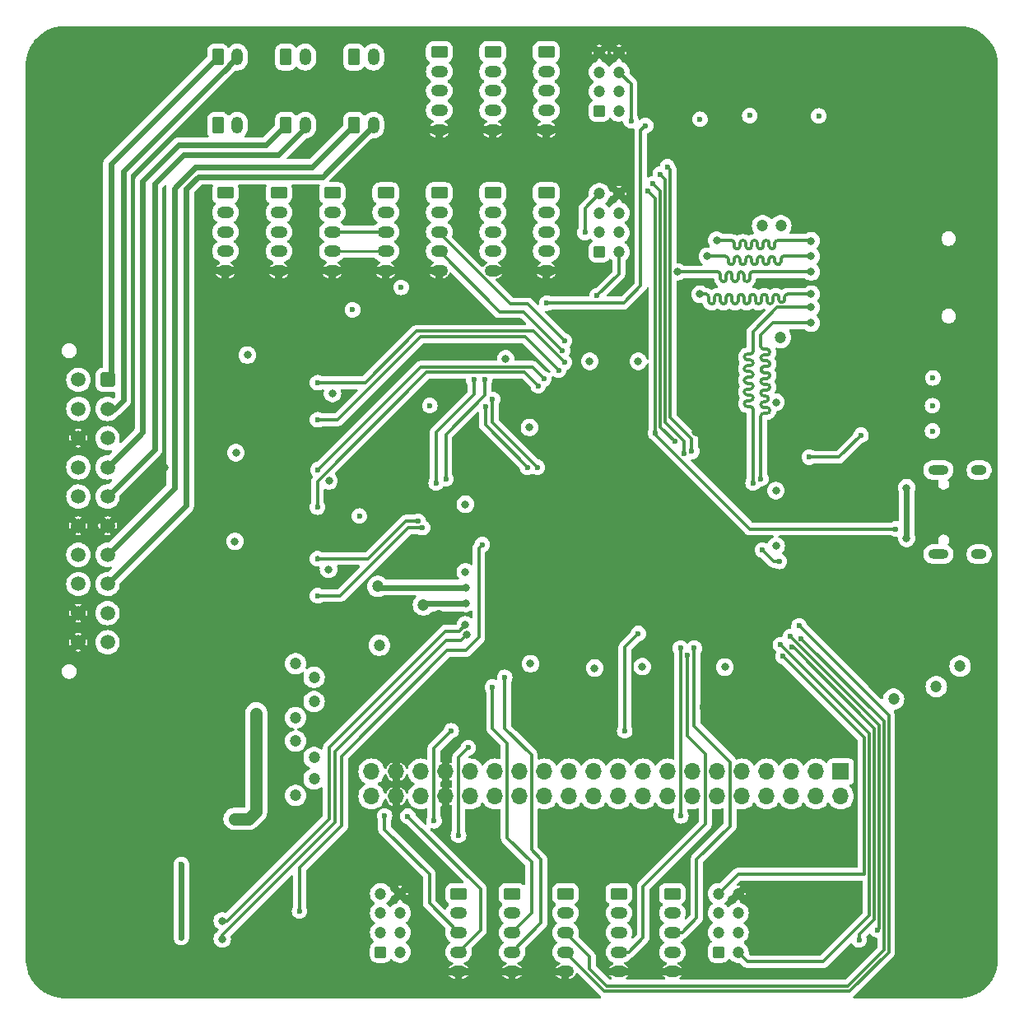
<source format=gbr>
%TF.GenerationSoftware,KiCad,Pcbnew,8.0.0*%
%TF.CreationDate,2024-03-17T16:56:24+08:00*%
%TF.ProjectId,bigger-brain,62696767-6572-42d6-9272-61696e2e6b69,2*%
%TF.SameCoordinates,Original*%
%TF.FileFunction,Copper,L4,Bot*%
%TF.FilePolarity,Positive*%
%FSLAX46Y46*%
G04 Gerber Fmt 4.6, Leading zero omitted, Abs format (unit mm)*
G04 Created by KiCad (PCBNEW 8.0.0) date 2024-03-17 16:56:24*
%MOMM*%
%LPD*%
G01*
G04 APERTURE LIST*
G04 Aperture macros list*
%AMRoundRect*
0 Rectangle with rounded corners*
0 $1 Rounding radius*
0 $2 $3 $4 $5 $6 $7 $8 $9 X,Y pos of 4 corners*
0 Add a 4 corners polygon primitive as box body*
4,1,4,$2,$3,$4,$5,$6,$7,$8,$9,$2,$3,0*
0 Add four circle primitives for the rounded corners*
1,1,$1+$1,$2,$3*
1,1,$1+$1,$4,$5*
1,1,$1+$1,$6,$7*
1,1,$1+$1,$8,$9*
0 Add four rect primitives between the rounded corners*
20,1,$1+$1,$2,$3,$4,$5,0*
20,1,$1+$1,$4,$5,$6,$7,0*
20,1,$1+$1,$6,$7,$8,$9,0*
20,1,$1+$1,$8,$9,$2,$3,0*%
G04 Aperture macros list end*
%TA.AperFunction,ComponentPad*%
%ADD10RoundRect,0.250000X-0.625000X0.350000X-0.625000X-0.350000X0.625000X-0.350000X0.625000X0.350000X0*%
%TD*%
%TA.AperFunction,ComponentPad*%
%ADD11O,1.750000X1.200000*%
%TD*%
%TA.AperFunction,ComponentPad*%
%ADD12C,4.700000*%
%TD*%
%TA.AperFunction,ConnectorPad*%
%ADD13C,7.500000*%
%TD*%
%TA.AperFunction,ComponentPad*%
%ADD14RoundRect,0.250000X-0.350000X-0.625000X0.350000X-0.625000X0.350000X0.625000X-0.350000X0.625000X0*%
%TD*%
%TA.AperFunction,ComponentPad*%
%ADD15O,1.200000X1.750000*%
%TD*%
%TA.AperFunction,ComponentPad*%
%ADD16R,1.700000X1.700000*%
%TD*%
%TA.AperFunction,ComponentPad*%
%ADD17O,1.700000X1.700000*%
%TD*%
%TA.AperFunction,ComponentPad*%
%ADD18O,2.100000X1.000000*%
%TD*%
%TA.AperFunction,ComponentPad*%
%ADD19O,1.600000X1.000000*%
%TD*%
%TA.AperFunction,ComponentPad*%
%ADD20RoundRect,0.250000X0.350000X-0.350000X0.350000X0.350000X-0.350000X0.350000X-0.350000X-0.350000X0*%
%TD*%
%TA.AperFunction,ComponentPad*%
%ADD21C,1.200000*%
%TD*%
%TA.AperFunction,ComponentPad*%
%ADD22RoundRect,0.250001X-0.499999X0.499999X-0.499999X-0.499999X0.499999X-0.499999X0.499999X0.499999X0*%
%TD*%
%TA.AperFunction,ComponentPad*%
%ADD23C,1.500000*%
%TD*%
%TA.AperFunction,ViaPad*%
%ADD24C,0.800000*%
%TD*%
%TA.AperFunction,ViaPad*%
%ADD25C,0.600000*%
%TD*%
%TA.AperFunction,ViaPad*%
%ADD26C,1.200000*%
%TD*%
%TA.AperFunction,Conductor*%
%ADD27C,0.600000*%
%TD*%
%TA.AperFunction,Conductor*%
%ADD28C,1.270000*%
%TD*%
%TA.AperFunction,Conductor*%
%ADD29C,0.300000*%
%TD*%
%TA.AperFunction,Conductor*%
%ADD30C,0.250000*%
%TD*%
G04 APERTURE END LIST*
D10*
%TO.P,J414,1,5V*%
%TO.N,PP-5.0V*%
X51027276Y-72181808D03*
D11*
%TO.P,J414,2,3V3*%
%TO.N,MCU-3.3V*%
X51027276Y-74181808D03*
%TO.P,J414,3,UART_TX*%
%TO.N,/UART10_TX*%
X51027276Y-76181808D03*
%TO.P,J414,4,UART_RX*%
%TO.N,/UART10_RX*%
X51027276Y-78181808D03*
%TO.P,J414,5,GND*%
%TO.N,GND*%
X51027276Y-80181808D03*
%TD*%
D12*
%TO.P,H404,1,1*%
%TO.N,GND*%
X119000000Y-149000000D03*
D13*
X119000000Y-149000000D03*
%TD*%
D10*
%TO.P,J418,1,5V*%
%TO.N,PP-5.0V*%
X73027276Y-72181807D03*
D11*
%TO.P,J418,2,3V3*%
%TO.N,MCU-3.3V*%
X73027276Y-74181807D03*
%TO.P,J418,3,A*%
%TO.N,PE00*%
X73027276Y-76181807D03*
%TO.P,J418,4,B*%
%TO.N,PE01*%
X73027276Y-78181807D03*
%TO.P,J418,5,GND*%
%TO.N,GND*%
X73027276Y-80181807D03*
%TD*%
D10*
%TO.P,J424,1,5V*%
%TO.N,PP-5.0V*%
X80500000Y-144250000D03*
D11*
%TO.P,J424,2,3V3*%
%TO.N,MCU-3.3V*%
X80500000Y-146250000D03*
%TO.P,J424,3,UART_TX*%
%TO.N,/UART3_TX*%
X80500000Y-148250000D03*
%TO.P,J424,4,UART_RX*%
%TO.N,/UART3_RX*%
X80500000Y-150250000D03*
%TO.P,J424,5,GND*%
%TO.N,GND*%
X80500000Y-152250000D03*
%TD*%
D14*
%TO.P,J410,1,Pin_1*%
%TO.N,/CanTrx2/CAN_L*%
X44749999Y-65199998D03*
D15*
%TO.P,J410,2,Pin_2*%
%TO.N,/CanTrx2/CAN_H*%
X46749999Y-65199998D03*
%TD*%
D16*
%TO.P,J403,1,Pin_1*%
%TO.N,PG07*%
X108809415Y-131697663D03*
D17*
%TO.P,J403,2,Pin_2*%
%TO.N,PG08*%
X108809415Y-134237663D03*
%TO.P,J403,3,Pin_3*%
%TO.N,PG05*%
X106269415Y-131697663D03*
%TO.P,J403,4,Pin_4*%
%TO.N,PG06*%
X106269415Y-134237663D03*
%TO.P,J403,5,Pin_5*%
%TO.N,PG03*%
X103729415Y-131697663D03*
%TO.P,J403,6,Pin_6*%
%TO.N,PG04*%
X103729415Y-134237663D03*
%TO.P,J403,7,Pin_7*%
%TO.N,PD15*%
X101189415Y-131697663D03*
%TO.P,J403,8,Pin_8*%
%TO.N,PG02*%
X101189415Y-134237663D03*
%TO.P,J403,9,Pin_9*%
%TO.N,PD13*%
X98649415Y-131697663D03*
%TO.P,J403,10,Pin_10*%
%TO.N,PD14*%
X98649415Y-134237663D03*
%TO.P,J403,11,Pin_11*%
%TO.N,PD11*%
X96109415Y-131697663D03*
%TO.P,J403,12,Pin_12*%
%TO.N,PD12*%
X96109415Y-134237663D03*
%TO.P,J403,13,Pin_13*%
%TO.N,PE14*%
X93569415Y-131697663D03*
%TO.P,J403,14,Pin_14*%
%TO.N,PD10*%
X93569415Y-134237663D03*
%TO.P,J403,15,Pin_15*%
%TO.N,PE12*%
X91029415Y-131697663D03*
%TO.P,J403,16,Pin_16*%
%TO.N,PE13*%
X91029415Y-134237663D03*
%TO.P,J403,17,Pin_17*%
%TO.N,PE10*%
X88489415Y-131697663D03*
%TO.P,J403,18,Pin_18*%
%TO.N,PE11*%
X88489415Y-134237663D03*
%TO.P,J403,19,Pin_19*%
%TO.N,PE08*%
X85949415Y-131697663D03*
%TO.P,J403,20,Pin_20*%
%TO.N,PE09*%
X85949415Y-134237663D03*
%TO.P,J403,21,Pin_21*%
%TO.N,PG01*%
X83409415Y-131697663D03*
%TO.P,J403,22,Pin_22*%
%TO.N,PE07*%
X83409415Y-134237663D03*
%TO.P,J403,23,Pin_23*%
%TO.N,PF15*%
X80869415Y-131697663D03*
%TO.P,J403,24,Pin_24*%
%TO.N,PG00*%
X80869415Y-134237663D03*
%TO.P,J403,25,Pin_25*%
%TO.N,PF13*%
X78329415Y-131697663D03*
%TO.P,J403,26,Pin_26*%
%TO.N,PF14*%
X78329415Y-134237663D03*
%TO.P,J403,27,Pin_27*%
%TO.N,PB02*%
X75789415Y-131697663D03*
%TO.P,J403,28,Pin_28*%
%TO.N,PF11*%
X75789415Y-134237663D03*
%TO.P,J403,29,Pin_29*%
%TO.N,PB00*%
X73249415Y-131697663D03*
%TO.P,J403,30,Pin_30*%
%TO.N,PB01*%
X73249415Y-134237663D03*
%TO.P,J403,31,Pin_31*%
%TO.N,PP-5.0V*%
X70709415Y-131697663D03*
%TO.P,J403,32,Pin_32*%
X70709415Y-134237663D03*
%TO.P,J403,33,Pin_33*%
%TO.N,GND*%
X68169415Y-131697663D03*
%TO.P,J403,34,Pin_34*%
X68169415Y-134237663D03*
%TO.P,J403,35,Pin_35*%
%TO.N,MCU-3.3V*%
X65629415Y-131697663D03*
%TO.P,J403,36,Pin_36*%
X65629415Y-134237663D03*
%TO.P,J403,37,Pin_37*%
%TO.N,GND*%
X63089415Y-131697663D03*
%TO.P,J403,38,Pin_38*%
X63089415Y-134237663D03*
%TO.P,J403,39,Pin_39*%
%TO.N,VCC*%
X60549415Y-131697663D03*
%TO.P,J403,40,Pin_40*%
X60549415Y-134237663D03*
%TD*%
D12*
%TO.P,H401,1,1*%
%TO.N,GND*%
X31000000Y-61000000D03*
D13*
X31000000Y-61000000D03*
%TD*%
D10*
%TO.P,J419,1,5V*%
%TO.N,PP-5.0V*%
X78527276Y-72181807D03*
D11*
%TO.P,J419,2,3V3*%
%TO.N,MCU-3.3V*%
X78527276Y-74181807D03*
%TO.P,J419,3,A*%
%TO.N,PG12*%
X78527276Y-76181807D03*
%TO.P,J419,4,B*%
%TO.N,PG13*%
X78527276Y-78181807D03*
%TO.P,J419,5,GND*%
%TO.N,GND*%
X78527276Y-80181807D03*
%TD*%
D14*
%TO.P,J411,1,Pin_1*%
%TO.N,/CanTrx1/CAN_L*%
X51749999Y-65199998D03*
D15*
%TO.P,J411,2,Pin_2*%
%TO.N,/CanTrx1/CAN_H*%
X53749999Y-65199998D03*
%TD*%
D10*
%TO.P,J409,1,5V*%
%TO.N,PP-5.0V*%
X78527276Y-57681807D03*
D11*
%TO.P,J409,2,3V3*%
%TO.N,MCU-3.3V*%
X78527276Y-59681807D03*
%TO.P,J409,3,I2C_SCL*%
%TO.N,/I2C5_SDA*%
X78527276Y-61681807D03*
%TO.P,J409,4,I2C_SDA*%
%TO.N,/I2C5_SCL*%
X78527276Y-63681807D03*
%TO.P,J409,5,GND*%
%TO.N,GND*%
X78527276Y-65681807D03*
%TD*%
D10*
%TO.P,J417,1,5V*%
%TO.N,PP-5.0V*%
X67527276Y-72181807D03*
D11*
%TO.P,J417,2,3V3*%
%TO.N,MCU-3.3V*%
X67527276Y-74181807D03*
%TO.P,J417,3,A*%
%TO.N,PB03*%
X67527276Y-76181807D03*
%TO.P,J417,4,B*%
%TO.N,PB04*%
X67527276Y-78181807D03*
%TO.P,J417,5,GND*%
%TO.N,GND*%
X67527276Y-80181807D03*
%TD*%
D14*
%TO.P,J405,1,Pin_1*%
%TO.N,/CanTrx1/CAN_L*%
X51749999Y-58199999D03*
D15*
%TO.P,J405,2,Pin_2*%
%TO.N,/CanTrx1/CAN_H*%
X53749999Y-58199999D03*
%TD*%
D14*
%TO.P,J404,1,Pin_1*%
%TO.N,/CanTrx2/CAN_L*%
X44749999Y-58199999D03*
D15*
%TO.P,J404,2,Pin_2*%
%TO.N,/CanTrx2/CAN_H*%
X46749999Y-58199999D03*
%TD*%
D10*
%TO.P,J407,1,5V*%
%TO.N,PP-5.0V*%
X67527276Y-57681807D03*
D11*
%TO.P,J407,2,3V3*%
%TO.N,MCU-3.3V*%
X67527276Y-59681807D03*
%TO.P,J407,3,I2C_SCL*%
%TO.N,/I2C5_SDA*%
X67527276Y-61681807D03*
%TO.P,J407,4,I2C_SDA*%
%TO.N,/I2C5_SCL*%
X67527276Y-63681807D03*
%TO.P,J407,5,GND*%
%TO.N,GND*%
X67527276Y-65681807D03*
%TD*%
D10*
%TO.P,J426,1,5V*%
%TO.N,PP-5.0V*%
X91500000Y-144250000D03*
D11*
%TO.P,J426,2,3V3*%
%TO.N,MCU-3.3V*%
X91500000Y-146250000D03*
%TO.P,J426,3,I2C_SCL*%
%TO.N,/I2C2_SDA*%
X91500000Y-148250000D03*
%TO.P,J426,4,I2C_SDA*%
%TO.N,/I2C2_SCL*%
X91500000Y-150250000D03*
%TO.P,J426,5,GND*%
%TO.N,GND*%
X91500000Y-152250000D03*
%TD*%
D14*
%TO.P,J406,1,Pin_1*%
%TO.N,/CanTrx3/CAN_L*%
X58749999Y-58199999D03*
D15*
%TO.P,J406,2,Pin_2*%
%TO.N,/CanTrx3/CAN_H*%
X60749999Y-58199999D03*
%TD*%
D10*
%TO.P,J415,1,5V*%
%TO.N,PP-5.0V*%
X56527276Y-72181805D03*
D11*
%TO.P,J415,2,3V3*%
%TO.N,MCU-3.3V*%
X56527276Y-74181805D03*
%TO.P,J415,3,A*%
%TO.N,PF02*%
X56527276Y-76181805D03*
%TO.P,J415,4,B*%
%TO.N,PF03*%
X56527276Y-78181805D03*
%TO.P,J415,5,GND*%
%TO.N,GND*%
X56527276Y-80181805D03*
%TD*%
D18*
%TO.P,J401,S1,SHIELD*%
%TO.N,unconnected-(J401-SHIELD-PadS1)_1*%
X118870000Y-109320000D03*
D19*
%TO.N,unconnected-(J401-SHIELD-PadS1)_2*%
X123050000Y-109320000D03*
D18*
%TO.N,unconnected-(J401-SHIELD-PadS1)_0*%
X118870000Y-100680000D03*
D19*
%TO.N,unconnected-(J401-SHIELD-PadS1)*%
X123050000Y-100680000D03*
%TD*%
D20*
%TO.P,J421,1,5V*%
%TO.N,PP-5.0V*%
X61500000Y-150250000D03*
D21*
%TO.P,J421,2,SCLK*%
%TO.N,PC04*%
X63500000Y-150250000D03*
%TO.P,J421,3,3V3*%
%TO.N,MCU-3.3V*%
X61500000Y-148250000D03*
%TO.P,J421,4,MISO*%
%TO.N,PA07*%
X63500000Y-148250000D03*
%TO.P,J421,5,IRQ*%
%TO.N,PC05*%
X61500000Y-146250000D03*
%TO.P,J421,6,MOSI*%
%TO.N,PA06*%
X63500000Y-146250000D03*
%TO.P,J421,7,CS*%
%TO.N,PA05*%
X61500000Y-144250000D03*
%TO.P,J421,8,GND*%
%TO.N,GND*%
X63500000Y-144250000D03*
%TD*%
D12*
%TO.P,H402,1,1*%
%TO.N,GND*%
X119000000Y-61000000D03*
D13*
X119000000Y-61000000D03*
%TD*%
D20*
%TO.P,SWD401,1,3V3*%
%TO.N,MCU-3.3V*%
X84000000Y-63750000D03*
D21*
%TO.P,SWD401,2,3V3*%
X86000000Y-63750000D03*
%TO.P,SWD401,3,SWDIO*%
%TO.N,/SWDIO*%
X84000000Y-61750000D03*
%TO.P,SWD401,4,UART_RX*%
%TO.N,/UART1_RX*%
X86000000Y-61750000D03*
%TO.P,SWD401,5,SWCLK*%
%TO.N,/SWCLK*%
X84000000Y-59750000D03*
%TO.P,SWD401,6,UART_TX*%
%TO.N,/UART1_TX*%
X86000000Y-59750000D03*
%TO.P,SWD401,7,GND*%
%TO.N,GND*%
X84000000Y-57750000D03*
%TO.P,SWD401,8,GND*%
X86000000Y-57750000D03*
%TD*%
D10*
%TO.P,J423,1,5V*%
%TO.N,PP-5.0V*%
X75000000Y-144250000D03*
D11*
%TO.P,J423,2,3V3*%
%TO.N,MCU-3.3V*%
X75000000Y-146250000D03*
%TO.P,J423,3,UART_TX*%
%TO.N,/UART2_TX*%
X75000000Y-148250000D03*
%TO.P,J423,4,UART_RX*%
%TO.N,/UART2_RX*%
X75000000Y-150250000D03*
%TO.P,J423,5,GND*%
%TO.N,GND*%
X75000000Y-152250000D03*
%TD*%
D12*
%TO.P,H403,1,1*%
%TO.N,GND*%
X31000000Y-149000000D03*
D13*
X31000000Y-149000000D03*
%TD*%
D14*
%TO.P,J412,1,Pin_1*%
%TO.N,/CanTrx3/CAN_L*%
X58749999Y-65199998D03*
D15*
%TO.P,J412,2,Pin_2*%
%TO.N,/CanTrx3/CAN_H*%
X60749999Y-65199998D03*
%TD*%
D10*
%TO.P,J413,1,5V*%
%TO.N,PP-5.0V*%
X45527276Y-72181807D03*
D11*
%TO.P,J413,2,3V3*%
%TO.N,MCU-3.3V*%
X45527276Y-74181807D03*
%TO.P,J413,3,A*%
%TO.N,PE06*%
X45527276Y-76181807D03*
%TO.P,J413,4,B*%
%TO.N,PE05*%
X45527276Y-78181807D03*
%TO.P,J413,5,GND*%
%TO.N,GND*%
X45527276Y-80181807D03*
%TD*%
D10*
%TO.P,J416,1,5V*%
%TO.N,PP-5.0V*%
X62027276Y-72181807D03*
D11*
%TO.P,J416,2,3V3*%
%TO.N,MCU-3.3V*%
X62027276Y-74181807D03*
%TO.P,J416,3,A*%
%TO.N,PF02*%
X62027276Y-76181807D03*
%TO.P,J416,4,B*%
%TO.N,PF03*%
X62027276Y-78181807D03*
%TO.P,J416,5,GND*%
%TO.N,GND*%
X62027276Y-80181807D03*
%TD*%
D10*
%TO.P,J425,1,5V*%
%TO.N,PP-5.0V*%
X86000000Y-144250000D03*
D11*
%TO.P,J425,2,3V3*%
%TO.N,MCU-3.3V*%
X86000000Y-146250000D03*
%TO.P,J425,3,I2C_SCL*%
%TO.N,/I2C2_SDA*%
X86000000Y-148250000D03*
%TO.P,J425,4,I2C_SDA*%
%TO.N,/I2C2_SCL*%
X86000000Y-150250000D03*
%TO.P,J425,5,GND*%
%TO.N,GND*%
X86000000Y-152250000D03*
%TD*%
D10*
%TO.P,J408,1,5V*%
%TO.N,PP-5.0V*%
X73027276Y-57681807D03*
D11*
%TO.P,J408,2,3V3*%
%TO.N,MCU-3.3V*%
X73027276Y-59681807D03*
%TO.P,J408,3,I2C_SCL*%
%TO.N,/I2C5_SDA*%
X73027276Y-61681807D03*
%TO.P,J408,4,I2C_SDA*%
%TO.N,/I2C5_SCL*%
X73027276Y-63681807D03*
%TO.P,J408,5,GND*%
%TO.N,GND*%
X73027276Y-65681807D03*
%TD*%
D20*
%TO.P,J427,1,5V*%
%TO.N,PP-5.0V*%
X96250000Y-150250000D03*
D21*
%TO.P,J427,2,SCLK*%
%TO.N,/SPI2_SCLK*%
X98250000Y-150250000D03*
%TO.P,J427,3,3V3*%
%TO.N,MCU-3.3V*%
X96250000Y-148250000D03*
%TO.P,J427,4,MISO*%
%TO.N,/SPI2_MISO*%
X98250000Y-148250000D03*
%TO.P,J427,5,IRQ*%
%TO.N,/SPI2_IRQ*%
X96250000Y-146250000D03*
%TO.P,J427,6,MOSI*%
%TO.N,/SPI2_MOSI*%
X98250000Y-146250000D03*
%TO.P,J427,7,CS*%
%TO.N,/SPI2_CS*%
X96250000Y-144250000D03*
%TO.P,J427,8,GND*%
%TO.N,GND*%
X98250000Y-144250000D03*
%TD*%
D22*
%TO.P,J402,1,Pin_1*%
%TO.N,/CanTrx2/CAN_L*%
X33400000Y-91400000D03*
D23*
%TO.P,J402,2,Pin_2*%
%TO.N,/CanTrx2/CAN_H*%
X33400000Y-94400000D03*
%TO.P,J402,3,Pin_3*%
%TO.N,VBATT*%
X33400000Y-97400000D03*
%TO.P,J402,4,Pin_4*%
%TO.N,/CanTrx1/CAN_L*%
X33400000Y-100400000D03*
%TO.P,J402,5,Pin_5*%
%TO.N,/CanTrx1/CAN_H*%
X33400000Y-103400000D03*
%TO.P,J402,6,Pin_6*%
%TO.N,GND*%
X33400000Y-106400000D03*
%TO.P,J402,7,Pin_7*%
%TO.N,/CanTrx3/CAN_L*%
X33400000Y-109400000D03*
%TO.P,J402,8,Pin_8*%
%TO.N,/CanTrx3/CAN_H*%
X33400000Y-112400000D03*
%TO.P,J402,9,Pin_9*%
%TO.N,V1*%
X33400000Y-115400000D03*
%TO.P,J402,10,Pin_10*%
%TO.N,V2*%
X33400000Y-118400000D03*
%TO.P,J402,11,Pin_11*%
%TO.N,/HMI/CAN2_L-T*%
X30400000Y-91400000D03*
%TO.P,J402,12,Pin_12*%
%TO.N,/CanTrx2/CAN_H*%
X30400000Y-94400000D03*
%TO.P,J402,13,Pin_13*%
%TO.N,GND*%
X30400000Y-97400000D03*
%TO.P,J402,14,Pin_14*%
%TO.N,/HMI/CAN1_L-T*%
X30400000Y-100400000D03*
%TO.P,J402,15,Pin_15*%
%TO.N,/CanTrx1/CAN_H*%
X30400000Y-103400000D03*
%TO.P,J402,16,Pin_16*%
%TO.N,GND*%
X30400000Y-106400000D03*
%TO.P,J402,17,Pin_17*%
%TO.N,/HMI/CAN3_L-T*%
X30400000Y-109400000D03*
%TO.P,J402,18,Pin_18*%
%TO.N,/CanTrx3/CAN_H*%
X30400000Y-112400000D03*
%TO.P,J402,19,Pin_19*%
%TO.N,GND*%
X30400000Y-115400000D03*
%TO.P,J402,20,Pin_20*%
X30400000Y-118400000D03*
%TD*%
D20*
%TO.P,J420,1,5V*%
%TO.N,PP-5.0V*%
X84000000Y-78250000D03*
D21*
%TO.P,J420,2,SCLK*%
%TO.N,/SPI1_SCLK*%
X86000000Y-78250000D03*
%TO.P,J420,3,3V3*%
%TO.N,MCU-3.3V*%
X84000000Y-76250000D03*
%TO.P,J420,4,MISO*%
%TO.N,/SPI1_MISO*%
X86000000Y-76250000D03*
%TO.P,J420,5,IRQ*%
%TO.N,/SPI1_IRQ*%
X84000000Y-74250000D03*
%TO.P,J420,6,MOSI*%
%TO.N,/SPI1_MOSI*%
X86000000Y-74250000D03*
%TO.P,J420,7,CS*%
%TO.N,/SPI1_CS*%
X84000000Y-72250000D03*
%TO.P,J420,8,GND*%
%TO.N,GND*%
X86000000Y-72250000D03*
%TD*%
D10*
%TO.P,J422,1,5V*%
%TO.N,PP-5.0V*%
X69500000Y-144249998D03*
D11*
%TO.P,J422,2,3V3*%
%TO.N,MCU-3.3V*%
X69500000Y-146249998D03*
%TO.P,J422,3,A*%
%TO.N,PF04*%
X69500000Y-148249998D03*
%TO.P,J422,4,B*%
%TO.N,PF05*%
X69500000Y-150249998D03*
%TO.P,J422,5,GND*%
%TO.N,GND*%
X69500000Y-152249998D03*
%TD*%
D24*
%TO.N,MCU-3.3V*%
X96900000Y-120950000D03*
D25*
X63600000Y-81900000D03*
D26*
X102653745Y-75550000D03*
D24*
X88400000Y-120900000D03*
X102150000Y-93700000D03*
D25*
X66550000Y-94050000D03*
X118258577Y-94058577D03*
D26*
X52750000Y-134150000D03*
D25*
X59300000Y-105400000D03*
D26*
X54650000Y-130250000D03*
X100778744Y-75550000D03*
X102628745Y-87050000D03*
D24*
X83500000Y-121050000D03*
X46500000Y-108017149D03*
X83000000Y-89500000D03*
D26*
X61350000Y-118700000D03*
D24*
X74350000Y-89250000D03*
X102175000Y-108500000D03*
X76800000Y-96300000D03*
X46600000Y-98900000D03*
D25*
X94350000Y-64600000D03*
D26*
X52750000Y-128550000D03*
D25*
X106557385Y-64259758D03*
D24*
X102150000Y-102800000D03*
D25*
X118258579Y-96658579D03*
D24*
X47784523Y-88850000D03*
D25*
X99456611Y-64223965D03*
D24*
X76900000Y-120600000D03*
D26*
X54650000Y-132450000D03*
D25*
X58600000Y-84200000D03*
D24*
X70200000Y-111150000D03*
X88000000Y-89500000D03*
X70200000Y-104200000D03*
%TO.N,GND*%
X93850000Y-108750000D03*
D25*
X96900000Y-124700000D03*
D24*
X38500000Y-109700000D03*
D25*
X111200000Y-91200000D03*
X66450000Y-104200000D03*
X101850000Y-101150000D03*
D24*
X116600000Y-108500000D03*
D25*
X72800000Y-85050000D03*
D26*
X98850000Y-75550000D03*
D25*
X110400000Y-83100000D03*
D26*
X44600000Y-121167816D03*
D25*
X91750000Y-66900000D03*
D26*
X40849999Y-131400000D03*
D25*
X102356611Y-65223965D03*
D24*
X39250000Y-100400000D03*
D26*
X64250000Y-109025000D03*
D25*
X88200000Y-85600000D03*
X111200000Y-94100000D03*
D24*
X116200000Y-113600000D03*
X88250000Y-113650000D03*
X56184523Y-103300000D03*
D25*
X105900000Y-108550000D03*
X95400000Y-125100000D03*
X88500000Y-124700000D03*
D24*
X50400000Y-98900000D03*
X44850000Y-98900000D03*
D25*
X106300000Y-101600000D03*
X105900000Y-103100000D03*
D24*
X76750000Y-113650000D03*
D25*
X70500000Y-137000000D03*
D24*
X83250000Y-113650000D03*
X49150000Y-147050000D03*
D25*
X65800000Y-97300000D03*
X109356601Y-65252298D03*
D24*
X46000000Y-104450000D03*
D25*
X56900000Y-146050000D03*
D24*
X76450000Y-111250000D03*
X93850000Y-96750000D03*
X76450000Y-103750000D03*
X49150000Y-148850000D03*
X88250000Y-96300000D03*
D26*
X40850000Y-133699998D03*
D25*
X74400000Y-85550000D03*
D24*
X116200000Y-111700000D03*
D25*
X114000000Y-105750000D03*
X66200000Y-98800000D03*
X108000000Y-83100000D03*
X101600000Y-96750000D03*
X75600000Y-124200000D03*
D24*
X45900000Y-95500000D03*
D25*
X105900000Y-93700000D03*
D26*
X40900000Y-125699996D03*
D25*
X65300000Y-98800000D03*
D26*
X61350000Y-116500000D03*
D24*
X49334523Y-88850000D03*
D26*
X62875000Y-110525000D03*
D24*
X50500000Y-108017149D03*
X83250000Y-96300000D03*
X65950000Y-111150000D03*
D25*
X49300000Y-141600000D03*
X106300000Y-95300000D03*
X86150113Y-66578930D03*
X94600000Y-125100000D03*
X72000000Y-85050000D03*
D24*
X56134523Y-112450000D03*
D25*
X83200000Y-85600000D03*
D26*
X44549999Y-128967815D03*
X40900000Y-123399994D03*
D24*
X56534523Y-94400000D03*
D26*
X99250000Y-84900000D03*
D25*
X106300000Y-100900000D03*
D24*
X93850000Y-103250000D03*
D25*
X57900000Y-153550000D03*
X106300000Y-96100000D03*
D24*
X45850000Y-113600000D03*
D25*
X65800000Y-96500000D03*
D24*
X65400000Y-101300000D03*
D25*
X83200000Y-124700000D03*
D26*
X67500000Y-115700000D03*
D24*
X116600000Y-101600000D03*
X63100000Y-105400000D03*
D26*
%TO.N,VDDA*%
X65900000Y-114550000D03*
D24*
X70250000Y-114400000D03*
%TO.N,VREF+*%
X70250000Y-112750000D03*
D26*
X61200000Y-112650000D03*
%TO.N,VCC*%
X114250000Y-124250000D03*
X48700000Y-125700000D03*
X46450000Y-136550000D03*
%TO.N,PP-5.0V*%
X121100000Y-120850000D03*
X118650000Y-122950000D03*
D25*
X118300000Y-91200000D03*
D26*
X54650000Y-124500000D03*
D24*
X56134523Y-110900000D03*
D26*
X52750000Y-120600000D03*
D24*
X56184523Y-101800000D03*
D26*
X54650000Y-122000000D03*
D24*
X56534523Y-92800000D03*
D26*
X52750000Y-126150000D03*
D25*
%TO.N,/Power/V1_F*%
X41000000Y-141250000D03*
X41000000Y-148750000D03*
D24*
%TO.N,VBUS*%
X115600000Y-107700000D03*
X115600000Y-102500000D03*
%TO.N,/SD1_CMD*%
X92000000Y-80300000D03*
X105778745Y-80300000D03*
D25*
%TO.N,/SD1_DAT0*%
X99800000Y-102000000D03*
D24*
X105778745Y-83950000D03*
%TO.N,/SD1_DAT1*%
X105778745Y-85550000D03*
D25*
X100600000Y-101600000D03*
D24*
%TO.N,/SD1_DAT2*%
X105778745Y-77100000D03*
X96050000Y-77050001D03*
%TO.N,/SD1_DAT3*%
X105778745Y-78700000D03*
X95100000Y-78700000D03*
D25*
%TO.N,/CAN3_RX*%
X55000000Y-109800000D03*
X65356516Y-105934774D03*
%TO.N,/CAN3_TX*%
X55000000Y-113600000D03*
X65800000Y-106600000D03*
%TO.N,NRST*%
X71950000Y-108350000D03*
X53150000Y-146050000D03*
%TO.N,/SWCLK*%
X89000000Y-72000000D03*
X89750000Y-96837242D03*
X114500000Y-106750000D03*
%TO.N,/SWDIO*%
X91750000Y-97750000D03*
X89500000Y-71250000D03*
D24*
%TO.N,/SD1_CLK*%
X105778745Y-82600000D03*
X94350500Y-82600000D03*
D25*
%TO.N,/CAN2_RX*%
X55000000Y-91700500D03*
X80400000Y-89600000D03*
%TO.N,/CAN2_TX*%
X79791484Y-90408516D03*
X55000000Y-95510500D03*
%TO.N,BOOT0*%
X88750000Y-65250000D03*
X78600000Y-83500000D03*
%TO.N,/CAN1_RX*%
X78300000Y-91300000D03*
X55050000Y-100650000D03*
%TO.N,/CAN1_TX*%
X77700000Y-92000000D03*
X55000000Y-104500000D03*
D24*
%TO.N,/V1_SENSE*%
X45200000Y-148900000D03*
X70356135Y-117587232D03*
%TO.N,/V2_SENSE*%
X70200000Y-116600000D03*
X45200000Y-147050000D03*
D25*
%TO.N,/UART1_TX*%
X92741051Y-99002983D03*
X87250000Y-64750000D03*
X90250000Y-70250000D03*
%TO.N,/UART1_RX*%
X93500000Y-98750000D03*
X91000000Y-69500000D03*
%TO.N,/SPI1_SCLK*%
X83750000Y-82750000D03*
%TO.N,/SPI1_CS*%
X82500000Y-76250000D03*
%TO.N,/UART2_TX*%
X73000000Y-123000000D03*
%TO.N,/UART2_RX*%
X74250000Y-122000000D03*
%TO.N,/SPI2_CS*%
X102899457Y-119850543D03*
%TO.N,/SPI2_SCLK*%
X102609077Y-118640923D03*
%TO.N,/SPI2_MISO*%
X110700000Y-149000000D03*
X103830761Y-118919239D03*
%TO.N,/SPI2_MOSI*%
X103640379Y-117809618D03*
X112600000Y-148000000D03*
%TO.N,/UART3_TX*%
X104750000Y-118000000D03*
%TO.N,/UART3_RX*%
X104536658Y-116713342D03*
%TO.N,/SPI2_IRQ*%
X92369415Y-136250000D03*
X92330761Y-119000000D03*
%TO.N,PD13*%
X100750000Y-108900000D03*
X102501257Y-110082017D03*
%TO.N,/I2C2_SDA*%
X93750000Y-119000000D03*
%TO.N,/I2C2_SCL*%
X93019415Y-119750000D03*
%TO.N,PE09*%
X88000000Y-117500000D03*
X86599415Y-127500000D03*
%TO.N,PB03*%
X80400000Y-87400000D03*
%TO.N,PF02*%
X68200000Y-101600500D03*
X72200000Y-91400000D03*
%TO.N,PF03*%
X71081467Y-91400000D03*
X67200000Y-102000000D03*
%TO.N,PF04*%
X61889415Y-136250000D03*
%TO.N,PF05*%
X64289415Y-136289415D03*
%TO.N,PA06*%
X67000000Y-136750000D03*
X68750000Y-127500000D03*
%TO.N,PC04*%
X69500000Y-138250000D03*
X70500000Y-129250000D03*
%TO.N,/I2C5_SDA*%
X76600000Y-100400000D03*
X72259266Y-94140734D03*
%TO.N,/I2C5_SCL*%
X77600000Y-100400000D03*
X73000000Y-93400000D03*
%TO.N,PB04*%
X80200000Y-88400000D03*
%TO.N,USR_LED*%
X110900000Y-97100000D03*
X105600000Y-99350000D03*
%TD*%
D27*
%TO.N,VDDA*%
X65900000Y-114550000D02*
X66050000Y-114400000D01*
X66050000Y-114400000D02*
X70250000Y-114400000D01*
%TO.N,VREF+*%
X61200000Y-112650000D02*
X61300000Y-112750000D01*
X61300000Y-112750000D02*
X70250000Y-112750000D01*
D28*
%TO.N,VCC*%
X48700000Y-125700000D02*
X48700000Y-135800000D01*
X48700000Y-135800000D02*
X47950000Y-136550000D01*
X47950000Y-136550000D02*
X46450000Y-136550000D01*
D27*
%TO.N,/Power/V1_F*%
X41000000Y-148750000D02*
X41000000Y-147750000D01*
X41000000Y-147750000D02*
X41000000Y-141250000D01*
%TO.N,VBUS*%
X115600000Y-107700000D02*
X115600000Y-102500000D01*
D29*
%TO.N,/SD1_CMD*%
X97050000Y-81000000D02*
X97050000Y-80600000D01*
X99750000Y-80300000D02*
X99833736Y-80300000D01*
X98250000Y-81000000D02*
X98250000Y-80600000D01*
X99450000Y-81000000D02*
X99450000Y-80600000D01*
X96450000Y-80600000D02*
X96450000Y-81000000D01*
X99833736Y-80300000D02*
X105778745Y-80300000D01*
X97650000Y-80600000D02*
X97650000Y-81000000D01*
X92000000Y-80300000D02*
X96150000Y-80300000D01*
X98850000Y-80600000D02*
X98850000Y-81000000D01*
X96450000Y-81000000D02*
G75*
G03*
X96750000Y-81300000I300000J0D01*
G01*
X96150000Y-80300000D02*
G75*
G02*
X96450000Y-80600000I0J-300000D01*
G01*
X97350000Y-80300000D02*
G75*
G02*
X97650000Y-80600000I0J-300000D01*
G01*
X98550000Y-80300000D02*
G75*
G02*
X98850000Y-80600000I0J-300000D01*
G01*
X97650000Y-81000000D02*
G75*
G03*
X97950000Y-81300000I300000J0D01*
G01*
X96750000Y-81300000D02*
G75*
G03*
X97050000Y-81000000I0J300000D01*
G01*
X99150000Y-81300000D02*
G75*
G03*
X99450000Y-81000000I0J300000D01*
G01*
X97050000Y-80600000D02*
G75*
G02*
X97350000Y-80300000I300000J0D01*
G01*
X97950000Y-81300000D02*
G75*
G03*
X98250000Y-81000000I0J300000D01*
G01*
X99450000Y-80600000D02*
G75*
G02*
X99750000Y-80300000I300000J0D01*
G01*
X98850000Y-81000000D02*
G75*
G03*
X99150000Y-81300000I300000J0D01*
G01*
X98250000Y-80600000D02*
G75*
G02*
X98550000Y-80300000I300000J0D01*
G01*
%TO.N,/SD1_DAT0*%
X102296447Y-83950000D02*
X99800000Y-86446447D01*
X99198438Y-91750000D02*
X99500000Y-91750000D01*
X99198438Y-89350000D02*
X99500000Y-89350000D01*
X99198438Y-92950000D02*
X99500000Y-92950000D01*
X99500000Y-92350000D02*
X99198438Y-92350000D01*
X99500000Y-89950000D02*
X99198438Y-89950000D01*
X99800000Y-97500000D02*
X99800000Y-102000000D01*
X99800000Y-86446447D02*
X99800000Y-88450000D01*
X99500000Y-91150000D02*
X99198438Y-91150000D01*
X99800000Y-94450000D02*
X99800000Y-97500000D01*
X99198438Y-90550000D02*
X99500000Y-90550000D01*
X99500000Y-93550000D02*
X99198438Y-93550000D01*
X105778745Y-83950000D02*
X102296447Y-83950000D01*
X99198438Y-94150000D02*
X99500000Y-94150000D01*
X99500000Y-88750000D02*
X99198438Y-88750000D01*
X99800000Y-88450000D02*
G75*
G02*
X99500000Y-88750000I-300000J0D01*
G01*
X98898438Y-91450000D02*
G75*
G03*
X99198438Y-91749962I299962J0D01*
G01*
X99800000Y-90850000D02*
G75*
G02*
X99500000Y-91150000I-300000J0D01*
G01*
X99198438Y-92350000D02*
G75*
G03*
X98898400Y-92650000I-38J-300000D01*
G01*
X99800000Y-92050000D02*
G75*
G02*
X99500000Y-92350000I-300000J0D01*
G01*
X99500000Y-90550000D02*
G75*
G02*
X99800000Y-90850000I0J-300000D01*
G01*
X98898438Y-89050000D02*
G75*
G03*
X99198438Y-89349962I299962J0D01*
G01*
X99198438Y-88750000D02*
G75*
G03*
X98898400Y-89050000I-38J-300000D01*
G01*
X99800000Y-89650000D02*
G75*
G02*
X99500000Y-89950000I-300000J0D01*
G01*
X99198438Y-93550000D02*
G75*
G03*
X98898400Y-93850000I-38J-300000D01*
G01*
X99500000Y-91750000D02*
G75*
G02*
X99800000Y-92050000I0J-300000D01*
G01*
X98898438Y-93850000D02*
G75*
G03*
X99198438Y-94149962I299962J0D01*
G01*
X98898438Y-90250000D02*
G75*
G03*
X99198438Y-90549962I299962J0D01*
G01*
X99500000Y-94150000D02*
G75*
G02*
X99800000Y-94450000I0J-300000D01*
G01*
X99500000Y-89350000D02*
G75*
G02*
X99800000Y-89650000I0J-300000D01*
G01*
X99800000Y-93250000D02*
G75*
G02*
X99500000Y-93550000I-300000J0D01*
G01*
X98898438Y-92650000D02*
G75*
G03*
X99198438Y-92949962I299962J0D01*
G01*
X99198438Y-89950000D02*
G75*
G03*
X98898400Y-90250000I-38J-300000D01*
G01*
X99198438Y-91150000D02*
G75*
G03*
X98898400Y-91450000I-38J-300000D01*
G01*
X99500000Y-92950000D02*
G75*
G02*
X99800000Y-93250000I0J-300000D01*
G01*
%TO.N,/SD1_DAT1*%
X101221598Y-88850000D02*
X100900000Y-88850000D01*
X101221598Y-92450000D02*
X100900000Y-92450000D01*
X101221598Y-91250000D02*
X100900000Y-91250000D01*
X105778745Y-85550000D02*
X101850000Y-85550000D01*
X100900000Y-91850000D02*
X101221598Y-91850000D01*
X100900000Y-93050000D02*
X101071614Y-93050000D01*
X101071614Y-93650000D02*
X100900000Y-93650000D01*
X101221598Y-90050000D02*
X100900000Y-90050000D01*
X101221598Y-94850000D02*
X100900000Y-94850000D01*
X101850000Y-85550000D02*
X100600000Y-86800000D01*
X100600000Y-97000000D02*
X100600000Y-101600000D01*
X100900000Y-88250000D02*
X101221598Y-88250000D01*
X100600000Y-95150000D02*
X100600000Y-97000000D01*
X100900000Y-90650000D02*
X101221598Y-90650000D01*
X100900000Y-94250000D02*
X101221598Y-94250000D01*
X100900000Y-89450000D02*
X101221598Y-89450000D01*
X100600000Y-86800000D02*
X100600000Y-87950000D01*
X100600000Y-93950000D02*
G75*
G03*
X100900000Y-94250000I300000J0D01*
G01*
X100600000Y-92750000D02*
G75*
G03*
X100900000Y-93050000I300000J0D01*
G01*
X100900000Y-92450000D02*
G75*
G03*
X100600000Y-92750000I0J-300000D01*
G01*
X101521598Y-94550000D02*
G75*
G02*
X101221598Y-94849998I-299998J0D01*
G01*
X100900000Y-94850000D02*
G75*
G03*
X100600000Y-95150000I0J-300000D01*
G01*
X101221598Y-94250000D02*
G75*
G02*
X101521600Y-94550000I2J-300000D01*
G01*
X101221598Y-88250000D02*
G75*
G02*
X101521600Y-88550000I2J-300000D01*
G01*
X101521598Y-92150000D02*
G75*
G02*
X101221598Y-92449998I-299998J0D01*
G01*
X100600000Y-87950000D02*
G75*
G03*
X100900000Y-88250000I300000J0D01*
G01*
X101371614Y-93350000D02*
G75*
G02*
X101071614Y-93650014I-300014J0D01*
G01*
X101071614Y-93050000D02*
G75*
G02*
X101371600Y-93350000I-14J-300000D01*
G01*
X101521598Y-89750000D02*
G75*
G02*
X101221598Y-90049998I-299998J0D01*
G01*
X100600000Y-91550000D02*
G75*
G03*
X100900000Y-91850000I300000J0D01*
G01*
X100900000Y-93650000D02*
G75*
G03*
X100600000Y-93950000I0J-300000D01*
G01*
X100900000Y-90050000D02*
G75*
G03*
X100600000Y-90350000I0J-300000D01*
G01*
X100600000Y-89150000D02*
G75*
G03*
X100900000Y-89450000I300000J0D01*
G01*
X101221598Y-89450000D02*
G75*
G02*
X101521600Y-89750000I2J-300000D01*
G01*
X101521598Y-90950000D02*
G75*
G02*
X101221598Y-91249998I-299998J0D01*
G01*
X101221598Y-90650000D02*
G75*
G02*
X101521600Y-90950000I2J-300000D01*
G01*
X100900000Y-88850000D02*
G75*
G03*
X100600000Y-89150000I0J-300000D01*
G01*
X100900000Y-91250000D02*
G75*
G03*
X100600000Y-91550000I0J-300000D01*
G01*
X100600000Y-90350000D02*
G75*
G03*
X100900000Y-90650000I300000J0D01*
G01*
X101521598Y-88550000D02*
G75*
G02*
X101221598Y-88849998I-299998J0D01*
G01*
X101221598Y-91850000D02*
G75*
G02*
X101521600Y-92150000I2J-300000D01*
G01*
%TO.N,/SD1_DAT2*%
X102050000Y-77638937D02*
X102050000Y-77350001D01*
X102350000Y-77050001D02*
X105400000Y-77050001D01*
X98450000Y-77638916D02*
X98450000Y-77350001D01*
X105400000Y-77050001D02*
X105728746Y-77050001D01*
X100850000Y-77638916D02*
X100850000Y-77350001D01*
X96050000Y-77050001D02*
X97550000Y-77050001D01*
X99050000Y-77350001D02*
X99050000Y-77638916D01*
X101450000Y-77350001D02*
X101450000Y-77638937D01*
X97850000Y-77350001D02*
X97850000Y-77638916D01*
X99650000Y-77638916D02*
X99650000Y-77350001D01*
X105728746Y-77050001D02*
X105778745Y-77100000D01*
X100250000Y-77350001D02*
X100250000Y-77638916D01*
X101150000Y-77050001D02*
G75*
G02*
X101449999Y-77350001I0J-299999D01*
G01*
X99050000Y-77638916D02*
G75*
G03*
X99350000Y-77938900I300000J16D01*
G01*
X100850000Y-77350001D02*
G75*
G02*
X101150000Y-77050000I300000J1D01*
G01*
X102050000Y-77350001D02*
G75*
G02*
X102350000Y-77050000I300000J1D01*
G01*
X97550000Y-77050001D02*
G75*
G02*
X97849999Y-77350001I0J-299999D01*
G01*
X98150000Y-77938916D02*
G75*
G03*
X98450016Y-77638916I0J300016D01*
G01*
X101450000Y-77638937D02*
G75*
G03*
X101750000Y-77938900I300000J37D01*
G01*
X98750000Y-77050001D02*
G75*
G02*
X99049999Y-77350001I0J-299999D01*
G01*
X99650000Y-77350001D02*
G75*
G02*
X99950000Y-77050000I300000J1D01*
G01*
X101750000Y-77938937D02*
G75*
G03*
X102050037Y-77638937I0J300037D01*
G01*
X100250000Y-77638916D02*
G75*
G03*
X100550000Y-77938900I300000J16D01*
G01*
X100550000Y-77938916D02*
G75*
G03*
X100850016Y-77638916I0J300016D01*
G01*
X99350000Y-77938916D02*
G75*
G03*
X99650016Y-77638916I0J300016D01*
G01*
X98450000Y-77350001D02*
G75*
G02*
X98750000Y-77050000I300000J1D01*
G01*
X97850000Y-77638916D02*
G75*
G03*
X98150000Y-77938900I300000J16D01*
G01*
X99950000Y-77050001D02*
G75*
G02*
X100249999Y-77350001I0J-299999D01*
G01*
%TO.N,/SD1_DAT3*%
X102950000Y-78700000D02*
X105778745Y-78700000D01*
X102650000Y-79253357D02*
X102650000Y-79000000D01*
X101450000Y-79253350D02*
X101450000Y-79000000D01*
X100850000Y-79000000D02*
X100850000Y-79253350D01*
X95100000Y-78700000D02*
X96950000Y-78700000D01*
X99050000Y-79253350D02*
X99050000Y-79000000D01*
X97850000Y-79253350D02*
X97850000Y-79000000D01*
X102050000Y-79000000D02*
X102050000Y-79253357D01*
X100250000Y-79253351D02*
X100250000Y-79000000D01*
X97250000Y-79000000D02*
X97250000Y-79253350D01*
X98450000Y-79000000D02*
X98450000Y-79253350D01*
X99650000Y-79000000D02*
X99650000Y-79253351D01*
X98750000Y-79553350D02*
G75*
G03*
X99050050Y-79253350I0J300050D01*
G01*
X99050000Y-79000000D02*
G75*
G02*
X99350000Y-78700000I300000J0D01*
G01*
X99950000Y-79553351D02*
G75*
G03*
X100249951Y-79253351I0J299951D01*
G01*
X96950000Y-78700000D02*
G75*
G02*
X97250000Y-79000000I0J-300000D01*
G01*
X98150000Y-78700000D02*
G75*
G02*
X98450000Y-79000000I0J-300000D01*
G01*
X100550000Y-78700000D02*
G75*
G02*
X100850000Y-79000000I0J-300000D01*
G01*
X100250000Y-79000000D02*
G75*
G02*
X100550000Y-78700000I300000J0D01*
G01*
X101750000Y-78700000D02*
G75*
G02*
X102050000Y-79000000I0J-300000D01*
G01*
X99650000Y-79253351D02*
G75*
G03*
X99950000Y-79553400I300000J-49D01*
G01*
X97250000Y-79253350D02*
G75*
G03*
X97550000Y-79553300I300000J50D01*
G01*
X102050000Y-79253357D02*
G75*
G03*
X102350000Y-79553400I300000J-43D01*
G01*
X98450000Y-79253350D02*
G75*
G03*
X98750000Y-79553300I300000J50D01*
G01*
X100850000Y-79253350D02*
G75*
G03*
X101150000Y-79553300I300000J50D01*
G01*
X101150000Y-79553350D02*
G75*
G03*
X101450050Y-79253350I0J300050D01*
G01*
X97550000Y-79553350D02*
G75*
G03*
X97850050Y-79253350I0J300050D01*
G01*
X99350000Y-78700000D02*
G75*
G02*
X99650000Y-79000000I0J-300000D01*
G01*
X97850000Y-79000000D02*
G75*
G02*
X98150000Y-78700000I300000J0D01*
G01*
X101450000Y-79000000D02*
G75*
G02*
X101750000Y-78700000I300000J0D01*
G01*
X102350000Y-79553357D02*
G75*
G03*
X102649957Y-79253357I0J299957D01*
G01*
X102650000Y-79000000D02*
G75*
G02*
X102950000Y-78700000I300000J0D01*
G01*
%TO.N,/CAN3_RX*%
X60200000Y-109800000D02*
X55000000Y-109800000D01*
X64065226Y-105934774D02*
X60200000Y-109800000D01*
X55000000Y-109617149D02*
X55000000Y-109800000D01*
X65356516Y-105934774D02*
X64065226Y-105934774D01*
%TO.N,/CAN3_TX*%
X57318532Y-113600000D02*
X55000000Y-113600000D01*
X65800000Y-106600000D02*
X64318532Y-106600000D01*
X64318532Y-106600000D02*
X57318532Y-113600000D01*
%TO.N,NRST*%
X71600000Y-117900000D02*
X70250000Y-119250000D01*
X70250000Y-119250000D02*
X68350000Y-119250000D01*
X71600000Y-108700000D02*
X71600000Y-117900000D01*
X68350000Y-119250000D02*
X57500000Y-130100000D01*
X57500000Y-130100000D02*
X57500000Y-137250000D01*
X57500000Y-137250000D02*
X53150000Y-141600000D01*
X71950000Y-108350000D02*
X71600000Y-108700000D01*
X53150000Y-141600000D02*
X53150000Y-146050000D01*
%TO.N,/SWCLK*%
X89750000Y-97000000D02*
X99500000Y-106750000D01*
X99500000Y-106750000D02*
X114500000Y-106750000D01*
X89750000Y-96837242D02*
X89750000Y-97000000D01*
X89750000Y-72750000D02*
X89000000Y-72000000D01*
X89750000Y-96837242D02*
X89750000Y-72750000D01*
%TO.N,/SWDIO*%
X89500000Y-71250000D02*
X90250000Y-72000000D01*
X90250000Y-96250000D02*
X91750000Y-97750000D01*
X90250000Y-72000000D02*
X90250000Y-96250000D01*
%TO.N,/SD1_CLK*%
X96450000Y-82900000D02*
X96450000Y-83292884D01*
X98850000Y-82900000D02*
X98850000Y-83292884D01*
X100050000Y-82900000D02*
X100050000Y-83292884D01*
X94350500Y-82600000D02*
X94950000Y-82600000D01*
X98250000Y-83292863D02*
X98250000Y-82900000D01*
X97050000Y-83292884D02*
X97050000Y-82900000D01*
X103350000Y-82600000D02*
X105778745Y-82600000D01*
X101250000Y-82900000D02*
X101250000Y-83292863D01*
X103050000Y-83142882D02*
X103050000Y-82900000D01*
X100650000Y-83292884D02*
X100650000Y-82900000D01*
X99450000Y-83292884D02*
X99450000Y-82900000D01*
X95250000Y-82900000D02*
X95250000Y-83292884D01*
X101850000Y-83292863D02*
X101850000Y-82900000D01*
X102450000Y-82900000D02*
X102450000Y-83142882D01*
X95850000Y-83292884D02*
X95850000Y-82900000D01*
X97650000Y-82900000D02*
X97650000Y-83292863D01*
X98550000Y-82600000D02*
G75*
G02*
X98850000Y-82900000I0J-300000D01*
G01*
X101850000Y-82900000D02*
G75*
G02*
X102150000Y-82600000I300000J0D01*
G01*
X100050000Y-83292884D02*
G75*
G03*
X100350000Y-83592900I300000J-16D01*
G01*
X99450000Y-82900000D02*
G75*
G02*
X99750000Y-82600000I300000J0D01*
G01*
X95250000Y-83292884D02*
G75*
G03*
X95550000Y-83592900I300000J-16D01*
G01*
X97350000Y-82600000D02*
G75*
G02*
X97650000Y-82900000I0J-300000D01*
G01*
X99750000Y-82600000D02*
G75*
G02*
X100050000Y-82900000I0J-300000D01*
G01*
X95550000Y-83592884D02*
G75*
G03*
X95849984Y-83292884I0J299984D01*
G01*
X98850000Y-83292884D02*
G75*
G03*
X99150000Y-83592900I300000J-16D01*
G01*
X102150000Y-82600000D02*
G75*
G02*
X102450000Y-82900000I0J-300000D01*
G01*
X98250000Y-82900000D02*
G75*
G02*
X98550000Y-82600000I300000J0D01*
G01*
X100950000Y-82600000D02*
G75*
G02*
X101250000Y-82900000I0J-300000D01*
G01*
X94950000Y-82600000D02*
G75*
G02*
X95250000Y-82900000I0J-300000D01*
G01*
X102750000Y-83442882D02*
G75*
G03*
X103049982Y-83142882I0J299982D01*
G01*
X103050000Y-82900000D02*
G75*
G02*
X103350000Y-82600000I300000J0D01*
G01*
X101550000Y-83592863D02*
G75*
G03*
X101849963Y-83292863I0J299963D01*
G01*
X102450000Y-83142882D02*
G75*
G03*
X102750000Y-83442900I300000J-18D01*
G01*
X96450000Y-83292884D02*
G75*
G03*
X96750000Y-83592900I300000J-16D01*
G01*
X100350000Y-83592884D02*
G75*
G03*
X100649984Y-83292884I0J299984D01*
G01*
X96750000Y-83592884D02*
G75*
G03*
X97049984Y-83292884I0J299984D01*
G01*
X100650000Y-82900000D02*
G75*
G02*
X100950000Y-82600000I300000J0D01*
G01*
X97650000Y-83292863D02*
G75*
G03*
X97950000Y-83592900I300000J-37D01*
G01*
X95850000Y-82900000D02*
G75*
G02*
X96150000Y-82600000I300000J0D01*
G01*
X97050000Y-82900000D02*
G75*
G02*
X97350000Y-82600000I300000J0D01*
G01*
X97950000Y-83592863D02*
G75*
G03*
X98249963Y-83292863I0J299963D01*
G01*
X96150000Y-82600000D02*
G75*
G02*
X96450000Y-82900000I0J-300000D01*
G01*
X101250000Y-83292863D02*
G75*
G03*
X101550000Y-83592900I300000J-37D01*
G01*
X99150000Y-83592884D02*
G75*
G03*
X99449984Y-83292884I0J299984D01*
G01*
%TO.N,/CAN2_RX*%
X77200000Y-86400000D02*
X65200000Y-86400000D01*
X59899500Y-91700500D02*
X55000000Y-91700500D01*
X80400000Y-89600000D02*
X77200000Y-86400000D01*
X65200000Y-86400000D02*
X59899500Y-91700500D01*
%TO.N,/CAN2_TX*%
X76382969Y-87000000D02*
X65600000Y-87000000D01*
X57089500Y-95510500D02*
X55000000Y-95510500D01*
X79791484Y-90408516D02*
X76382969Y-87000000D01*
X65600000Y-87000000D02*
X57089500Y-95510500D01*
%TO.N,BOOT0*%
X88250000Y-81750000D02*
X86500000Y-83500000D01*
X88750000Y-65250000D02*
X88250000Y-65750000D01*
X86500000Y-83500000D02*
X78600000Y-83500000D01*
X88250000Y-65750000D02*
X88250000Y-81750000D01*
%TO.N,/CAN1_RX*%
X77100000Y-90100000D02*
X65600000Y-90100000D01*
X65600000Y-90100000D02*
X55050000Y-100650000D01*
X78300000Y-91300000D02*
X77100000Y-90100000D01*
%TO.N,/CAN1_TX*%
X55000000Y-101835500D02*
X55000000Y-104500000D01*
X76300000Y-90600000D02*
X66235500Y-90600000D01*
X77700000Y-92000000D02*
X76300000Y-90600000D01*
X66235500Y-90600000D02*
X55000000Y-101835500D01*
D27*
%TO.N,/CanTrx1/CAN_L*%
X37000000Y-71000000D02*
X40750000Y-67250000D01*
X37000000Y-96800000D02*
X37000000Y-71000000D01*
X40750000Y-67250000D02*
X49699997Y-67250000D01*
X49699997Y-67250000D02*
X51749999Y-65199998D01*
X33400000Y-100400000D02*
X37000000Y-96800000D01*
%TO.N,/CanTrx1/CAN_H*%
X41250000Y-68250000D02*
X38250000Y-71250000D01*
X38250000Y-98550000D02*
X33400000Y-103400000D01*
X50974998Y-68250000D02*
X41250000Y-68250000D01*
X38250000Y-71250000D02*
X38250000Y-98550000D01*
X53750000Y-65474998D02*
X50974998Y-68250000D01*
X53750000Y-65199998D02*
X53750000Y-65474998D01*
%TO.N,/CanTrx2/CAN_L*%
X33750000Y-69199998D02*
X44749999Y-58199999D01*
X33400000Y-91400000D02*
X33750000Y-91050000D01*
X33750000Y-91050000D02*
X33750000Y-69199998D01*
%TO.N,/CanTrx2/CAN_H*%
X35000000Y-69949999D02*
X35000000Y-93500000D01*
X34100000Y-94400000D02*
X33400000Y-94400000D01*
X45849999Y-59100000D02*
X45849999Y-59142587D01*
X45375000Y-59574999D02*
X35000000Y-69949999D01*
X35000000Y-93500000D02*
X34100000Y-94400000D01*
X46750000Y-58199999D02*
X45849999Y-59100000D01*
X45849999Y-59142587D02*
X45417587Y-59574999D01*
X45417587Y-59574999D02*
X45375000Y-59574999D01*
%TO.N,/CanTrx3/CAN_L*%
X40250000Y-102550000D02*
X40250000Y-71684315D01*
X33400000Y-109400000D02*
X40250000Y-102550000D01*
X54449997Y-69500000D02*
X58749999Y-65199998D01*
X42434315Y-69500000D02*
X54449997Y-69500000D01*
X40250000Y-71684315D02*
X42434315Y-69500000D01*
%TO.N,/CanTrx3/CAN_H*%
X60750000Y-65242585D02*
X60750000Y-65199998D01*
X42750000Y-70500000D02*
X55492585Y-70500000D01*
X41500000Y-104300000D02*
X41500000Y-71750000D01*
X41500000Y-71750000D02*
X42750000Y-70500000D01*
X55492585Y-70500000D02*
X60750000Y-65242585D01*
X33400000Y-112400000D02*
X41500000Y-104300000D01*
D29*
%TO.N,/V1_SENSE*%
X68200000Y-118200000D02*
X56800000Y-129600000D01*
X56800000Y-129600000D02*
X56800000Y-136950000D01*
X70356135Y-117587232D02*
X69743367Y-118200000D01*
X45200000Y-148550000D02*
X45200000Y-148900000D01*
X56800000Y-136950000D02*
X45200000Y-148550000D01*
X69743367Y-118200000D02*
X68200000Y-118200000D01*
%TO.N,/V2_SENSE*%
X56200000Y-129200000D02*
X56200000Y-136550000D01*
X56200000Y-136550000D02*
X45700000Y-147050000D01*
X45700000Y-147050000D02*
X45200000Y-147050000D01*
X68150000Y-117250000D02*
X56200000Y-129200000D01*
X69550000Y-117250000D02*
X68150000Y-117250000D01*
X70200000Y-116600000D02*
X69550000Y-117250000D01*
%TO.N,/UART1_TX*%
X92741051Y-99002983D02*
X92741051Y-97741051D01*
X90750000Y-95750000D02*
X90750000Y-70750000D01*
X87250000Y-61000000D02*
X86000000Y-59750000D01*
X87250000Y-64750000D02*
X87250000Y-61000000D01*
X90750000Y-70750000D02*
X90250000Y-70250000D01*
X92741051Y-97741051D02*
X90750000Y-95750000D01*
%TO.N,/UART1_RX*%
X93500000Y-98750000D02*
X93500000Y-97500000D01*
X91250000Y-95250000D02*
X91250000Y-69750000D01*
X93500000Y-97500000D02*
X91250000Y-95250000D01*
X91250000Y-69750000D02*
X91000000Y-69500000D01*
%TO.N,/SPI1_SCLK*%
X86000000Y-80500000D02*
X86000000Y-78250000D01*
X83750000Y-82750000D02*
X86000000Y-80500000D01*
%TO.N,/SPI1_CS*%
X82500000Y-76250000D02*
X82500000Y-73750000D01*
X82500000Y-73750000D02*
X84000000Y-72250000D01*
%TO.N,/UART2_TX*%
X74500000Y-138500000D02*
X77000000Y-141000000D01*
X77000000Y-146250000D02*
X75000000Y-148250000D01*
X73000000Y-123000000D02*
X73000000Y-127250000D01*
X77000000Y-141000000D02*
X77000000Y-146250000D01*
X74500000Y-128750000D02*
X74500000Y-138500000D01*
X73000000Y-127250000D02*
X74500000Y-128750000D01*
%TO.N,/UART2_RX*%
X78000000Y-147250001D02*
X75000000Y-150250001D01*
X74250000Y-122000000D02*
X74250000Y-127250000D01*
X74250000Y-127250000D02*
X77000000Y-130000000D01*
X77000000Y-139750000D02*
X78000000Y-140750000D01*
X77000000Y-130000000D02*
X77000000Y-139750000D01*
X78000000Y-140750000D02*
X78000000Y-147250001D01*
%TO.N,/SPI2_CS*%
X111250000Y-142250000D02*
X98250000Y-142250000D01*
X98250000Y-142250000D02*
X96250000Y-144250000D01*
X111250000Y-128201085D02*
X111250000Y-142250000D01*
X102899457Y-119850543D02*
X111250000Y-128201085D01*
%TO.N,/SPI2_SCLK*%
X102609077Y-118640923D02*
X111750000Y-127781846D01*
X99250000Y-151250000D02*
X98250000Y-150250000D01*
X111750000Y-127781846D02*
X111750000Y-146500000D01*
X107000000Y-151250000D02*
X99250000Y-151250000D01*
X111750000Y-146500000D02*
X107000000Y-151250000D01*
%TO.N,/SPI2_MISO*%
X103919239Y-118919239D02*
X103830761Y-118919239D01*
X112250000Y-127250000D02*
X103919239Y-118919239D01*
X110700000Y-148469241D02*
X112250000Y-146919241D01*
X112250000Y-146919241D02*
X112250000Y-127250000D01*
X110700000Y-149000000D02*
X110700000Y-148469241D01*
%TO.N,/SPI2_MOSI*%
X112750000Y-147850000D02*
X112750000Y-126919239D01*
X112600000Y-148000000D02*
X112750000Y-147850000D01*
X112750000Y-126919239D02*
X103640379Y-117809618D01*
%TO.N,/UART3_TX*%
X83000000Y-150750000D02*
X80500000Y-148250000D01*
X104750000Y-118000000D02*
X113250000Y-126500000D01*
X83000000Y-152000000D02*
X83000000Y-150750000D01*
X84750000Y-153750000D02*
X83000000Y-152000000D01*
X113250000Y-150042894D02*
X109542894Y-153750000D01*
X109542894Y-153750000D02*
X84750000Y-153750000D01*
X113250000Y-126500000D02*
X113250000Y-150042894D01*
%TO.N,/UART3_RX*%
X109750000Y-154250000D02*
X84499999Y-154250000D01*
X113750000Y-125926684D02*
X113750000Y-150250000D01*
X104536658Y-116713342D02*
X113750000Y-125926684D01*
X84499999Y-154250000D02*
X80500000Y-150250001D01*
X113750000Y-150250000D02*
X109750000Y-154250000D01*
%TO.N,/SPI2_IRQ*%
X92330761Y-119000000D02*
X92369415Y-119038654D01*
X92369415Y-119038654D02*
X92369415Y-136250000D01*
%TO.N,PD13*%
X102501257Y-110082017D02*
X101932017Y-110082017D01*
X101932017Y-110082017D02*
X100750000Y-108900000D01*
%TO.N,/I2C2_SDA*%
X97449415Y-137300585D02*
X94000000Y-140750000D01*
X97449415Y-130699415D02*
X97449415Y-137300585D01*
X94000000Y-140750000D02*
X94000000Y-146750000D01*
X92500000Y-148250000D02*
X91500000Y-148250000D01*
X93750000Y-119000000D02*
X93750000Y-127000000D01*
X91500000Y-148305456D02*
X91500000Y-148250000D01*
X94000000Y-146750000D02*
X92500000Y-148250000D01*
X93750000Y-127000000D02*
X97449415Y-130699415D01*
%TO.N,/I2C2_SCL*%
X94909415Y-137090585D02*
X88500000Y-143500000D01*
X94909415Y-129909415D02*
X94909415Y-137090585D01*
X88500000Y-143500000D02*
X88500000Y-148750000D01*
X93000000Y-119769415D02*
X93000000Y-128000000D01*
X87000000Y-150250000D02*
X86000000Y-150250000D01*
X93019415Y-119750000D02*
X93000000Y-119769415D01*
X88500000Y-148750000D02*
X87000000Y-150250000D01*
X93000000Y-128000000D02*
X94909415Y-129909415D01*
%TO.N,PE09*%
X88000000Y-117500000D02*
X86599415Y-118900585D01*
X86599415Y-118900585D02*
X86599415Y-127500000D01*
%TO.N,PB03*%
X67527276Y-76300310D02*
X67527276Y-76181807D01*
X74826966Y-83600000D02*
X67527276Y-76300310D01*
X80400000Y-87400000D02*
X76600000Y-83600000D01*
X76600000Y-83600000D02*
X74826966Y-83600000D01*
%TO.N,PF02*%
X62027274Y-76181805D02*
X62027276Y-76181807D01*
X56527276Y-76181805D02*
X62027274Y-76181805D01*
X68200000Y-97000000D02*
X68200000Y-101600500D01*
X72200000Y-91400000D02*
X72200000Y-93000000D01*
X72200000Y-93000000D02*
X68200000Y-97000000D01*
%TO.N,PF03*%
X71081467Y-91400000D02*
X71081467Y-92918533D01*
X71081467Y-92918533D02*
X67200000Y-96800000D01*
X67200000Y-96800000D02*
X67200000Y-102000000D01*
D30*
X62027274Y-78181805D02*
X62027276Y-78181807D01*
X56527276Y-78181805D02*
X62027274Y-78181805D01*
D29*
%TO.N,PF04*%
X66500000Y-145249998D02*
X69500000Y-148249998D01*
X61889415Y-136250000D02*
X61889415Y-137639415D01*
X66500000Y-142250000D02*
X66500000Y-145249998D01*
X61889415Y-137639415D02*
X66500000Y-142250000D01*
%TO.N,PF05*%
X71750000Y-143750000D02*
X71750000Y-147999999D01*
X64289415Y-136289415D02*
X71750000Y-143750000D01*
X71750000Y-147999999D02*
X69500000Y-150249999D01*
%TO.N,PA06*%
X68750000Y-127500000D02*
X66969415Y-129280585D01*
X66969415Y-136780585D02*
X67000000Y-136750000D01*
X66969415Y-129280585D02*
X66969415Y-136780585D01*
%TO.N,PC04*%
X70500000Y-129250000D02*
X69509415Y-130240585D01*
X69509415Y-130240585D02*
X69509415Y-138240585D01*
X69509415Y-138240585D02*
X69500000Y-138250000D01*
%TO.N,/I2C5_SDA*%
X76600000Y-100400000D02*
X72259266Y-96059266D01*
X72259266Y-96059266D02*
X72259266Y-94140734D01*
%TO.N,/I2C5_SCL*%
X73000000Y-95800000D02*
X73000000Y-93400000D01*
X77600000Y-100400000D02*
X73000000Y-95800000D01*
%TO.N,PB04*%
X76200000Y-84400000D02*
X73745469Y-84400000D01*
X73745469Y-84400000D02*
X67527276Y-78181807D01*
X80200000Y-88400000D02*
X76200000Y-84400000D01*
%TO.N,USR_LED*%
X108650000Y-99350000D02*
X105600000Y-99350000D01*
X110900000Y-97100000D02*
X108650000Y-99350000D01*
%TD*%
%TA.AperFunction,Conductor*%
%TO.N,GND*%
G36*
X72677832Y-80326552D02*
G01*
X72727201Y-80412062D01*
X72797021Y-80481882D01*
X72882531Y-80531251D01*
X72977906Y-80556807D01*
X72776276Y-80556807D01*
X72709237Y-80537122D01*
X72663482Y-80484318D01*
X72652276Y-80432807D01*
X72652276Y-80231177D01*
X72677832Y-80326552D01*
G37*
%TD.AperFunction*%
%TA.AperFunction,Conductor*%
G36*
X67845315Y-79826492D02*
G01*
X67891070Y-79879296D01*
X67902276Y-79930807D01*
X67902276Y-80132437D01*
X67876720Y-80037062D01*
X67827351Y-79951552D01*
X67757531Y-79881732D01*
X67672021Y-79832363D01*
X67576646Y-79806807D01*
X67778276Y-79806807D01*
X67845315Y-79826492D01*
G37*
%TD.AperFunction*%
%TA.AperFunction,Conductor*%
G36*
X72882531Y-79832363D02*
G01*
X72797021Y-79881732D01*
X72727201Y-79951552D01*
X72677832Y-80037062D01*
X72652276Y-80132437D01*
X72652276Y-79930807D01*
X72671961Y-79863768D01*
X72724765Y-79818013D01*
X72776276Y-79806807D01*
X72977906Y-79806807D01*
X72882531Y-79832363D01*
G37*
%TD.AperFunction*%
%TA.AperFunction,Conductor*%
G36*
X120998416Y-55000001D02*
G01*
X120998811Y-55000002D01*
X120999567Y-55000004D01*
X121000289Y-55000009D01*
X121001666Y-55000022D01*
X121001973Y-55000024D01*
X121182194Y-55002235D01*
X121184781Y-55002294D01*
X121193752Y-55002597D01*
X121198996Y-55002887D01*
X121207947Y-55003575D01*
X121210479Y-55003796D01*
X121571148Y-55039319D01*
X121574077Y-55039644D01*
X121584231Y-55040896D01*
X121590198Y-55041782D01*
X121600269Y-55043529D01*
X121603212Y-55044077D01*
X121956577Y-55114366D01*
X121959518Y-55114989D01*
X121969453Y-55117220D01*
X121975320Y-55118688D01*
X121985223Y-55121429D01*
X121988023Y-55122241D01*
X122265891Y-55206532D01*
X122332785Y-55226825D01*
X122335687Y-55227744D01*
X122345364Y-55230941D01*
X122351088Y-55232989D01*
X122360567Y-55236645D01*
X122363397Y-55237777D01*
X122529811Y-55306707D01*
X122696252Y-55375649D01*
X122698997Y-55376825D01*
X122706404Y-55380109D01*
X122708315Y-55380956D01*
X122713817Y-55383558D01*
X122722913Y-55388137D01*
X122725610Y-55389537D01*
X123043297Y-55559345D01*
X123045961Y-55560811D01*
X123054823Y-55565831D01*
X123060047Y-55568962D01*
X123068609Y-55574384D01*
X123071159Y-55576043D01*
X123370715Y-55776200D01*
X123373223Y-55777921D01*
X123381521Y-55783765D01*
X123386412Y-55787392D01*
X123394441Y-55793658D01*
X123396815Y-55795558D01*
X123675290Y-56024095D01*
X123677625Y-56026060D01*
X123685317Y-56032696D01*
X123689816Y-56036774D01*
X123697166Y-56043771D01*
X123699349Y-56045901D01*
X123954098Y-56300650D01*
X123956228Y-56302833D01*
X123963225Y-56310183D01*
X123967303Y-56314682D01*
X123973939Y-56322374D01*
X123975904Y-56324709D01*
X124204441Y-56603184D01*
X124206341Y-56605558D01*
X124212607Y-56613587D01*
X124216234Y-56618478D01*
X124222078Y-56626776D01*
X124223799Y-56629284D01*
X124423956Y-56928840D01*
X124425615Y-56931390D01*
X124431037Y-56939952D01*
X124434168Y-56945176D01*
X124439188Y-56954038D01*
X124440654Y-56956702D01*
X124610462Y-57274389D01*
X124611862Y-57277086D01*
X124616441Y-57286182D01*
X124619043Y-57291684D01*
X124623160Y-57300971D01*
X124624361Y-57303773D01*
X124762222Y-57636602D01*
X124763354Y-57639432D01*
X124767010Y-57648911D01*
X124769058Y-57654635D01*
X124772255Y-57664312D01*
X124773174Y-57667214D01*
X124877742Y-58011922D01*
X124878593Y-58014855D01*
X124881305Y-58024658D01*
X124882781Y-58030554D01*
X124885006Y-58040463D01*
X124885636Y-58043439D01*
X124955916Y-58396758D01*
X124956473Y-58399748D01*
X124958213Y-58409775D01*
X124959106Y-58415794D01*
X124960350Y-58425878D01*
X124960686Y-58428906D01*
X124996195Y-58789439D01*
X124996428Y-58792099D01*
X124997111Y-58800993D01*
X124997405Y-58806309D01*
X124997703Y-58815149D01*
X124997764Y-58817806D01*
X124999974Y-58997983D01*
X124999977Y-58998333D01*
X124999990Y-58999710D01*
X124999995Y-59000364D01*
X125000000Y-59001840D01*
X125000000Y-150998160D01*
X124999995Y-150999431D01*
X124999995Y-150999636D01*
X124999990Y-151000289D01*
X124999977Y-151001666D01*
X124999974Y-151002016D01*
X124997764Y-151182193D01*
X124997703Y-151184850D01*
X124997405Y-151193690D01*
X124997111Y-151199006D01*
X124996428Y-151207900D01*
X124996195Y-151210560D01*
X124960686Y-151571093D01*
X124960350Y-151574121D01*
X124959106Y-151584205D01*
X124958213Y-151590224D01*
X124956473Y-151600251D01*
X124955916Y-151603241D01*
X124885636Y-151956560D01*
X124885006Y-151959536D01*
X124882781Y-151969445D01*
X124881305Y-151975341D01*
X124878593Y-151985144D01*
X124877742Y-151988077D01*
X124773174Y-152332785D01*
X124772255Y-152335687D01*
X124769058Y-152345364D01*
X124767010Y-152351088D01*
X124763354Y-152360567D01*
X124762222Y-152363397D01*
X124624361Y-152696226D01*
X124623160Y-152699028D01*
X124619043Y-152708315D01*
X124616441Y-152713817D01*
X124611862Y-152722913D01*
X124610462Y-152725610D01*
X124440654Y-153043297D01*
X124439188Y-153045961D01*
X124434168Y-153054823D01*
X124431037Y-153060047D01*
X124425615Y-153068609D01*
X124423956Y-153071159D01*
X124223799Y-153370715D01*
X124222078Y-153373223D01*
X124216234Y-153381521D01*
X124212607Y-153386412D01*
X124206341Y-153394441D01*
X124204441Y-153396815D01*
X123975904Y-153675290D01*
X123973939Y-153677625D01*
X123967303Y-153685317D01*
X123963225Y-153689816D01*
X123956228Y-153697166D01*
X123954098Y-153699349D01*
X123699349Y-153954098D01*
X123697166Y-153956228D01*
X123689816Y-153963225D01*
X123685317Y-153967303D01*
X123677625Y-153973939D01*
X123675290Y-153975904D01*
X123396815Y-154204441D01*
X123394441Y-154206341D01*
X123386412Y-154212607D01*
X123381521Y-154216234D01*
X123373223Y-154222078D01*
X123370715Y-154223799D01*
X123071159Y-154423956D01*
X123068609Y-154425615D01*
X123060047Y-154431037D01*
X123054823Y-154434168D01*
X123045961Y-154439188D01*
X123043297Y-154440654D01*
X122725610Y-154610462D01*
X122722913Y-154611862D01*
X122713817Y-154616441D01*
X122708315Y-154619043D01*
X122699028Y-154623160D01*
X122696226Y-154624361D01*
X122363397Y-154762222D01*
X122360567Y-154763354D01*
X122351088Y-154767010D01*
X122345364Y-154769058D01*
X122335687Y-154772255D01*
X122332785Y-154773174D01*
X121988077Y-154877742D01*
X121985144Y-154878593D01*
X121975341Y-154881305D01*
X121969445Y-154882781D01*
X121959536Y-154885006D01*
X121956560Y-154885636D01*
X121603241Y-154955916D01*
X121600251Y-154956473D01*
X121590224Y-154958213D01*
X121584205Y-154959106D01*
X121574121Y-154960350D01*
X121571093Y-154960686D01*
X121210560Y-154996195D01*
X121207900Y-154996428D01*
X121199006Y-154997111D01*
X121193705Y-154997404D01*
X121188722Y-154997572D01*
X121184850Y-154997703D01*
X121182193Y-154997764D01*
X121002016Y-154999974D01*
X121001666Y-154999977D01*
X121000289Y-154999990D01*
X120999588Y-154999995D01*
X120998940Y-154999997D01*
X120998342Y-154999999D01*
X120998063Y-155000000D01*
X110207187Y-155000000D01*
X110140148Y-154980315D01*
X110094393Y-154927511D01*
X110084449Y-154858353D01*
X110113474Y-154794797D01*
X110138292Y-154772900D01*
X110164669Y-154755277D01*
X114255276Y-150664670D01*
X114326465Y-150558127D01*
X114375501Y-150439744D01*
X114375501Y-150439743D01*
X114400500Y-150314069D01*
X114400500Y-149000005D01*
X116444958Y-149000005D01*
X116465103Y-149320221D01*
X116465104Y-149320228D01*
X116525230Y-149635417D01*
X116624382Y-149940575D01*
X116624384Y-149940580D01*
X116760997Y-150230896D01*
X116932934Y-150501824D01*
X116948739Y-150520929D01*
X116948740Y-150520929D01*
X117236346Y-150233322D01*
X117380076Y-150420635D01*
X117579365Y-150619924D01*
X117766675Y-150763652D01*
X117481563Y-151048764D01*
X117630936Y-151157290D01*
X117630946Y-151157297D01*
X117912116Y-151311871D01*
X117912124Y-151311875D01*
X118210444Y-151429987D01*
X118521233Y-151509784D01*
X118521242Y-151509786D01*
X118839556Y-151549999D01*
X118839570Y-151550000D01*
X119160430Y-151550000D01*
X119160443Y-151549999D01*
X119478757Y-151509786D01*
X119478766Y-151509784D01*
X119789555Y-151429987D01*
X120087875Y-151311875D01*
X120087883Y-151311871D01*
X120369047Y-151157300D01*
X120369058Y-151157293D01*
X120518434Y-151048764D01*
X120518435Y-151048764D01*
X120233323Y-150763652D01*
X120420635Y-150619924D01*
X120619924Y-150420635D01*
X120763652Y-150233323D01*
X121051258Y-150520929D01*
X121067070Y-150501817D01*
X121067071Y-150501815D01*
X121239002Y-150230896D01*
X121375615Y-149940580D01*
X121375617Y-149940575D01*
X121474769Y-149635417D01*
X121534895Y-149320228D01*
X121534896Y-149320221D01*
X121555042Y-149000005D01*
X121555042Y-148999994D01*
X121534896Y-148679778D01*
X121534895Y-148679771D01*
X121474769Y-148364582D01*
X121375617Y-148059424D01*
X121375615Y-148059419D01*
X121239002Y-147769103D01*
X121067068Y-147498180D01*
X121051258Y-147479070D01*
X120763652Y-147766675D01*
X120619924Y-147579365D01*
X120420635Y-147380076D01*
X120233322Y-147236346D01*
X120518435Y-146951234D01*
X120518434Y-146951232D01*
X120369071Y-146842714D01*
X120369053Y-146842702D01*
X120087883Y-146688128D01*
X120087875Y-146688124D01*
X119789555Y-146570012D01*
X119478766Y-146490215D01*
X119478757Y-146490213D01*
X119160443Y-146450000D01*
X118839556Y-146450000D01*
X118521242Y-146490213D01*
X118521233Y-146490215D01*
X118210444Y-146570012D01*
X117912124Y-146688124D01*
X117912116Y-146688128D01*
X117630943Y-146842704D01*
X117630938Y-146842707D01*
X117481564Y-146951233D01*
X117481564Y-146951235D01*
X117766676Y-147236347D01*
X117579365Y-147380076D01*
X117380076Y-147579365D01*
X117236346Y-147766676D01*
X116948740Y-147479070D01*
X116932929Y-147498182D01*
X116760997Y-147769103D01*
X116624384Y-148059419D01*
X116624382Y-148059424D01*
X116525230Y-148364582D01*
X116465104Y-148679771D01*
X116465103Y-148679778D01*
X116444958Y-148999994D01*
X116444958Y-149000005D01*
X114400500Y-149000005D01*
X114400500Y-125862615D01*
X114400500Y-125862612D01*
X114375502Y-125736945D01*
X114375501Y-125736944D01*
X114375501Y-125736940D01*
X114326465Y-125618557D01*
X114326464Y-125618556D01*
X114326461Y-125618550D01*
X114274478Y-125540752D01*
X114253600Y-125474074D01*
X114272085Y-125406694D01*
X114324063Y-125360004D01*
X114354787Y-125349974D01*
X114552456Y-125313024D01*
X114742637Y-125239348D01*
X114916041Y-125131981D01*
X115066764Y-124994579D01*
X115189673Y-124831821D01*
X115280582Y-124649250D01*
X115336397Y-124453083D01*
X115355215Y-124250000D01*
X115353806Y-124234799D01*
X115336397Y-124046917D01*
X115326753Y-124013022D01*
X115280582Y-123850750D01*
X115271236Y-123831981D01*
X115233113Y-123755418D01*
X115189673Y-123668179D01*
X115130704Y-123590091D01*
X115066762Y-123505418D01*
X114916041Y-123368019D01*
X114916039Y-123368017D01*
X114742642Y-123260655D01*
X114742635Y-123260651D01*
X114647546Y-123223814D01*
X114552456Y-123186976D01*
X114351976Y-123149500D01*
X114148024Y-123149500D01*
X113947544Y-123186976D01*
X113947541Y-123186976D01*
X113947541Y-123186977D01*
X113757364Y-123260651D01*
X113757357Y-123260655D01*
X113583960Y-123368017D01*
X113583958Y-123368019D01*
X113433237Y-123505418D01*
X113310327Y-123668178D01*
X113219422Y-123850739D01*
X113219417Y-123850752D01*
X113163602Y-124046917D01*
X113156307Y-124125654D01*
X113130521Y-124190591D01*
X113073720Y-124231279D01*
X113003940Y-124234799D01*
X112945155Y-124201894D01*
X111693261Y-122950000D01*
X117544785Y-122950000D01*
X117563602Y-123153082D01*
X117619417Y-123349247D01*
X117619422Y-123349260D01*
X117710327Y-123531821D01*
X117833237Y-123694581D01*
X117983958Y-123831980D01*
X117983960Y-123831982D01*
X118014254Y-123850739D01*
X118157363Y-123939348D01*
X118347544Y-124013024D01*
X118548024Y-124050500D01*
X118548026Y-124050500D01*
X118751974Y-124050500D01*
X118751976Y-124050500D01*
X118952456Y-124013024D01*
X119142637Y-123939348D01*
X119316041Y-123831981D01*
X119466764Y-123694579D01*
X119589673Y-123531821D01*
X119680582Y-123349250D01*
X119736397Y-123153083D01*
X119755215Y-122950000D01*
X119743238Y-122820750D01*
X119736397Y-122746917D01*
X119708957Y-122650476D01*
X119680582Y-122550750D01*
X119654185Y-122497738D01*
X119590671Y-122370184D01*
X119589673Y-122368179D01*
X119473719Y-122214631D01*
X119466762Y-122205418D01*
X119316041Y-122068019D01*
X119316039Y-122068017D01*
X119142642Y-121960655D01*
X119142635Y-121960651D01*
X119014836Y-121911142D01*
X118952456Y-121886976D01*
X118751976Y-121849500D01*
X118548024Y-121849500D01*
X118347544Y-121886976D01*
X118347541Y-121886976D01*
X118347541Y-121886977D01*
X118157364Y-121960651D01*
X118157357Y-121960655D01*
X117983960Y-122068017D01*
X117983958Y-122068019D01*
X117833237Y-122205418D01*
X117710327Y-122368178D01*
X117619422Y-122550739D01*
X117619417Y-122550752D01*
X117563602Y-122746917D01*
X117544785Y-122949999D01*
X117544785Y-122950000D01*
X111693261Y-122950000D01*
X109593261Y-120850000D01*
X119994785Y-120850000D01*
X120013602Y-121053082D01*
X120069417Y-121249247D01*
X120069422Y-121249260D01*
X120160327Y-121431821D01*
X120283237Y-121594581D01*
X120433958Y-121731980D01*
X120433960Y-121731982D01*
X120481059Y-121761144D01*
X120607363Y-121839348D01*
X120797544Y-121913024D01*
X120998024Y-121950500D01*
X120998026Y-121950500D01*
X121201974Y-121950500D01*
X121201976Y-121950500D01*
X121402456Y-121913024D01*
X121592637Y-121839348D01*
X121766041Y-121731981D01*
X121916764Y-121594579D01*
X122039673Y-121431821D01*
X122130582Y-121249250D01*
X122186397Y-121053083D01*
X122205215Y-120850000D01*
X122186397Y-120646917D01*
X122130582Y-120450750D01*
X122114167Y-120417785D01*
X122044121Y-120277112D01*
X122039673Y-120268179D01*
X121950051Y-120149500D01*
X121916762Y-120105418D01*
X121766041Y-119968019D01*
X121766039Y-119968017D01*
X121592642Y-119860655D01*
X121592635Y-119860651D01*
X121476984Y-119815848D01*
X121402456Y-119786976D01*
X121201976Y-119749500D01*
X120998024Y-119749500D01*
X120797544Y-119786976D01*
X120797541Y-119786976D01*
X120797541Y-119786977D01*
X120607364Y-119860651D01*
X120607357Y-119860655D01*
X120433960Y-119968017D01*
X120433958Y-119968019D01*
X120283237Y-120105418D01*
X120160327Y-120268178D01*
X120069422Y-120450739D01*
X120069417Y-120450752D01*
X120013602Y-120646917D01*
X119994785Y-120849999D01*
X119994785Y-120850000D01*
X109593261Y-120850000D01*
X109223620Y-120480359D01*
X105358380Y-116615118D01*
X105324895Y-116553795D01*
X105322840Y-116541315D01*
X105322026Y-116534087D01*
X105262447Y-116363820D01*
X105166474Y-116211080D01*
X105038920Y-116083526D01*
X104886181Y-115987553D01*
X104715912Y-115927973D01*
X104715907Y-115927972D01*
X104536662Y-115907777D01*
X104536654Y-115907777D01*
X104357408Y-115927972D01*
X104357403Y-115927973D01*
X104187134Y-115987553D01*
X104034395Y-116083526D01*
X103906842Y-116211079D01*
X103810869Y-116363818D01*
X103751289Y-116534087D01*
X103751288Y-116534092D01*
X103731093Y-116713338D01*
X103731093Y-116713345D01*
X103748416Y-116867096D01*
X103736361Y-116935918D01*
X103689012Y-116987297D01*
X103639079Y-117004199D01*
X103461129Y-117024248D01*
X103461124Y-117024249D01*
X103290855Y-117083829D01*
X103138116Y-117179802D01*
X103010563Y-117307355D01*
X102914590Y-117460094D01*
X102855010Y-117630363D01*
X102855009Y-117630367D01*
X102843003Y-117736930D01*
X102815936Y-117801344D01*
X102758341Y-117840899D01*
X102705900Y-117846266D01*
X102609081Y-117835358D01*
X102609073Y-117835358D01*
X102429827Y-117855553D01*
X102429822Y-117855554D01*
X102259553Y-117915134D01*
X102106814Y-118011107D01*
X101979261Y-118138660D01*
X101883288Y-118291399D01*
X101823708Y-118461668D01*
X101823707Y-118461673D01*
X101803512Y-118640919D01*
X101803512Y-118640926D01*
X101823707Y-118820172D01*
X101823708Y-118820177D01*
X101883288Y-118990446D01*
X101951653Y-119099247D01*
X101979261Y-119143185D01*
X102106815Y-119270739D01*
X102153489Y-119300066D01*
X102199780Y-119352401D01*
X102210428Y-119421454D01*
X102192512Y-119471031D01*
X102173665Y-119501025D01*
X102114090Y-119671280D01*
X102114087Y-119671293D01*
X102093892Y-119850539D01*
X102093892Y-119850546D01*
X102114087Y-120029792D01*
X102114088Y-120029797D01*
X102173668Y-120200066D01*
X102193559Y-120231722D01*
X102269641Y-120352805D01*
X102397195Y-120480359D01*
X102549935Y-120576332D01*
X102720202Y-120635911D01*
X102727431Y-120636725D01*
X102791845Y-120663789D01*
X102801233Y-120672265D01*
X110563181Y-128434212D01*
X110596666Y-128495535D01*
X110599500Y-128521893D01*
X110599500Y-141475500D01*
X110579815Y-141542539D01*
X110527011Y-141588294D01*
X110475500Y-141599500D01*
X98185929Y-141599500D01*
X98060261Y-141624497D01*
X98060255Y-141624499D01*
X97941875Y-141673533D01*
X97941866Y-141673538D01*
X97835331Y-141744723D01*
X97835327Y-141744726D01*
X96464395Y-143115657D01*
X96403072Y-143149142D01*
X96357702Y-143149810D01*
X96357682Y-143150029D01*
X96355650Y-143149840D01*
X96353939Y-143149866D01*
X96351986Y-143149501D01*
X96351977Y-143149500D01*
X96351976Y-143149500D01*
X96148024Y-143149500D01*
X95947544Y-143186976D01*
X95947541Y-143186976D01*
X95947541Y-143186977D01*
X95757364Y-143260651D01*
X95757357Y-143260655D01*
X95583960Y-143368017D01*
X95583958Y-143368019D01*
X95433237Y-143505418D01*
X95310327Y-143668178D01*
X95219422Y-143850739D01*
X95219417Y-143850752D01*
X95163602Y-144046917D01*
X95144785Y-144249999D01*
X95144785Y-144250000D01*
X95163602Y-144453082D01*
X95219417Y-144649247D01*
X95219422Y-144649260D01*
X95310327Y-144831821D01*
X95433237Y-144994581D01*
X95562898Y-145112782D01*
X95583959Y-145131981D01*
X95604294Y-145144572D01*
X95604296Y-145144573D01*
X95650931Y-145196601D01*
X95662035Y-145265583D01*
X95634082Y-145329617D01*
X95604296Y-145355427D01*
X95583957Y-145368020D01*
X95433237Y-145505418D01*
X95310327Y-145668178D01*
X95219422Y-145850739D01*
X95219417Y-145850752D01*
X95163602Y-146046917D01*
X95144785Y-146249999D01*
X95144785Y-146250000D01*
X95163602Y-146453082D01*
X95219417Y-146649247D01*
X95219422Y-146649260D01*
X95310327Y-146831821D01*
X95433237Y-146994581D01*
X95562898Y-147112782D01*
X95583959Y-147131981D01*
X95604294Y-147144572D01*
X95604296Y-147144573D01*
X95650931Y-147196601D01*
X95662035Y-147265583D01*
X95634082Y-147329617D01*
X95604296Y-147355427D01*
X95583957Y-147368020D01*
X95433237Y-147505418D01*
X95310327Y-147668178D01*
X95219422Y-147850739D01*
X95219417Y-147850752D01*
X95163602Y-148046917D01*
X95144785Y-148249999D01*
X95144785Y-148250000D01*
X95163602Y-148453082D01*
X95219417Y-148649247D01*
X95219422Y-148649260D01*
X95304810Y-148820742D01*
X95310327Y-148831821D01*
X95412356Y-148966930D01*
X95433237Y-148994580D01*
X95515504Y-149069576D01*
X95551785Y-149129287D01*
X95550025Y-149199134D01*
X95510782Y-149256942D01*
X95497064Y-149266751D01*
X95431344Y-149307287D01*
X95307289Y-149431342D01*
X95215187Y-149580663D01*
X95215185Y-149580668D01*
X95198899Y-149629816D01*
X95160001Y-149747203D01*
X95160001Y-149747204D01*
X95160000Y-149747204D01*
X95149500Y-149849983D01*
X95149500Y-150650001D01*
X95149501Y-150650019D01*
X95160000Y-150752796D01*
X95160001Y-150752799D01*
X95215185Y-150919331D01*
X95215186Y-150919334D01*
X95307288Y-151068656D01*
X95431344Y-151192712D01*
X95580666Y-151284814D01*
X95747203Y-151339999D01*
X95849991Y-151350500D01*
X96650008Y-151350499D01*
X96650016Y-151350498D01*
X96650019Y-151350498D01*
X96706302Y-151344748D01*
X96752797Y-151339999D01*
X96919334Y-151284814D01*
X97068656Y-151192712D01*
X97192712Y-151068656D01*
X97230790Y-151006920D01*
X97282737Y-150960195D01*
X97351699Y-150948972D01*
X97415782Y-150976815D01*
X97428995Y-150990689D01*
X97429375Y-150990344D01*
X97433236Y-150994580D01*
X97583958Y-151131980D01*
X97583960Y-151131982D01*
X97679648Y-151191229D01*
X97757363Y-151239348D01*
X97947544Y-151313024D01*
X98148024Y-151350500D01*
X98148026Y-151350500D01*
X98351975Y-151350500D01*
X98351976Y-151350500D01*
X98353922Y-151350136D01*
X98354870Y-151350231D01*
X98357686Y-151349971D01*
X98357737Y-151350521D01*
X98423437Y-151357162D01*
X98464396Y-151384342D01*
X98835325Y-151755272D01*
X98835332Y-151755278D01*
X98917614Y-151810256D01*
X98941874Y-151826466D01*
X99011221Y-151855189D01*
X99060256Y-151875501D01*
X99060259Y-151875501D01*
X99060260Y-151875502D01*
X99185928Y-151900500D01*
X99185931Y-151900500D01*
X107064071Y-151900500D01*
X107148615Y-151883682D01*
X107189744Y-151875501D01*
X107308127Y-151826465D01*
X107332386Y-151810256D01*
X107414669Y-151755277D01*
X109804920Y-149365024D01*
X109866241Y-149331541D01*
X109935932Y-149336525D01*
X109991866Y-149378397D01*
X109997592Y-149386734D01*
X110070182Y-149502260D01*
X110070184Y-149502262D01*
X110197738Y-149629816D01*
X110266799Y-149673210D01*
X110344584Y-149722086D01*
X110350478Y-149725789D01*
X110411676Y-149747203D01*
X110520745Y-149785368D01*
X110520750Y-149785369D01*
X110699996Y-149805565D01*
X110700000Y-149805565D01*
X110700004Y-149805565D01*
X110879249Y-149785369D01*
X110879252Y-149785368D01*
X110879255Y-149785368D01*
X111049522Y-149725789D01*
X111202262Y-149629816D01*
X111329816Y-149502262D01*
X111425789Y-149349522D01*
X111485368Y-149179255D01*
X111485369Y-149179249D01*
X111505565Y-149000003D01*
X111505565Y-148999996D01*
X111485369Y-148820750D01*
X111485367Y-148820742D01*
X111454871Y-148733588D01*
X111451310Y-148663810D01*
X111484230Y-148604955D01*
X111712345Y-148376840D01*
X111773666Y-148343357D01*
X111843358Y-148348341D01*
X111899291Y-148390213D01*
X111905017Y-148398550D01*
X111970184Y-148502262D01*
X112097738Y-148629816D01*
X112165582Y-148672445D01*
X112228483Y-148711969D01*
X112250478Y-148725789D01*
X112420745Y-148785368D01*
X112489384Y-148793101D01*
X112553796Y-148820166D01*
X112593352Y-148877760D01*
X112599500Y-148916321D01*
X112599500Y-149722086D01*
X112579815Y-149789125D01*
X112563181Y-149809767D01*
X109309767Y-153063181D01*
X109248444Y-153096666D01*
X109222086Y-153099500D01*
X92352369Y-153099500D01*
X92285330Y-153079815D01*
X92239575Y-153027011D01*
X92229631Y-152957853D01*
X92258656Y-152894297D01*
X92283481Y-152872396D01*
X92284971Y-152871400D01*
X92396398Y-152759973D01*
X92396401Y-152759969D01*
X92483950Y-152628943D01*
X92485584Y-152625000D01*
X91549370Y-152625000D01*
X91644745Y-152599444D01*
X91730255Y-152550075D01*
X91800075Y-152480255D01*
X91849444Y-152394745D01*
X91875000Y-152299370D01*
X91875000Y-152200630D01*
X91849444Y-152105255D01*
X91800075Y-152019745D01*
X91730255Y-151949925D01*
X91644745Y-151900556D01*
X91549370Y-151875000D01*
X92485583Y-151875000D01*
X92485583Y-151874999D01*
X92483950Y-151871056D01*
X92396401Y-151740030D01*
X92396398Y-151740026D01*
X92284973Y-151628601D01*
X92284969Y-151628598D01*
X92153948Y-151541052D01*
X92153938Y-151541047D01*
X92116713Y-151525628D01*
X92062310Y-151481787D01*
X92040245Y-151415493D01*
X92057524Y-151347793D01*
X92108662Y-151300183D01*
X92125842Y-151293138D01*
X92197445Y-151269873D01*
X92351788Y-151191232D01*
X92491928Y-151089414D01*
X92614414Y-150966928D01*
X92716232Y-150826788D01*
X92794873Y-150672445D01*
X92848402Y-150507701D01*
X92875500Y-150336611D01*
X92875500Y-150163389D01*
X92848402Y-149992299D01*
X92794873Y-149827555D01*
X92716232Y-149673212D01*
X92614414Y-149533072D01*
X92491928Y-149410586D01*
X92408975Y-149350317D01*
X92366311Y-149294988D01*
X92360332Y-149225374D01*
X92392938Y-149163579D01*
X92408976Y-149149682D01*
X92491928Y-149089414D01*
X92614414Y-148966928D01*
X92656450Y-148909069D01*
X92709313Y-148867394D01*
X92802384Y-148828844D01*
X92808125Y-148826466D01*
X92808125Y-148826465D01*
X92808127Y-148826465D01*
X92835617Y-148808097D01*
X92914669Y-148755277D01*
X94505276Y-147164670D01*
X94576465Y-147058127D01*
X94625501Y-146939744D01*
X94627431Y-146930043D01*
X94636012Y-146886908D01*
X94650500Y-146814071D01*
X94650500Y-141070808D01*
X94670185Y-141003769D01*
X94686819Y-140983127D01*
X97954686Y-137715260D01*
X97954691Y-137715255D01*
X98025880Y-137608712D01*
X98074916Y-137490329D01*
X98077808Y-137475789D01*
X98099915Y-137364654D01*
X98099915Y-135650166D01*
X98119600Y-135583127D01*
X98172404Y-135537372D01*
X98241562Y-135527428D01*
X98256008Y-135530391D01*
X98307595Y-135544213D01*
X98414007Y-135572726D01*
X98602333Y-135589202D01*
X98649414Y-135593322D01*
X98649415Y-135593322D01*
X98649416Y-135593322D01*
X98688649Y-135589889D01*
X98884823Y-135572726D01*
X99113078Y-135511566D01*
X99327245Y-135411698D01*
X99520816Y-135276158D01*
X99687910Y-135109064D01*
X99817840Y-134923505D01*
X99872417Y-134879880D01*
X99941915Y-134872686D01*
X100004270Y-134904209D01*
X100020990Y-134923505D01*
X100150915Y-135109058D01*
X100150920Y-135109064D01*
X100318014Y-135276158D01*
X100321069Y-135278297D01*
X100511580Y-135411695D01*
X100511582Y-135411696D01*
X100511585Y-135411698D01*
X100725752Y-135511566D01*
X100725758Y-135511567D01*
X100725759Y-135511568D01*
X100745424Y-135516837D01*
X100954007Y-135572726D01*
X101142333Y-135589202D01*
X101189414Y-135593322D01*
X101189415Y-135593322D01*
X101189416Y-135593322D01*
X101228649Y-135589889D01*
X101424823Y-135572726D01*
X101653078Y-135511566D01*
X101867245Y-135411698D01*
X102060816Y-135276158D01*
X102227910Y-135109064D01*
X102357840Y-134923505D01*
X102412417Y-134879880D01*
X102481915Y-134872686D01*
X102544270Y-134904209D01*
X102560990Y-134923505D01*
X102690915Y-135109058D01*
X102690920Y-135109064D01*
X102858014Y-135276158D01*
X102861069Y-135278297D01*
X103051580Y-135411695D01*
X103051582Y-135411696D01*
X103051585Y-135411698D01*
X103265752Y-135511566D01*
X103265758Y-135511567D01*
X103265759Y-135511568D01*
X103285424Y-135516837D01*
X103494007Y-135572726D01*
X103682333Y-135589202D01*
X103729414Y-135593322D01*
X103729415Y-135593322D01*
X103729416Y-135593322D01*
X103768649Y-135589889D01*
X103964823Y-135572726D01*
X104193078Y-135511566D01*
X104407245Y-135411698D01*
X104600816Y-135276158D01*
X104767910Y-135109064D01*
X104897840Y-134923505D01*
X104952417Y-134879880D01*
X105021915Y-134872686D01*
X105084270Y-134904209D01*
X105100990Y-134923505D01*
X105230915Y-135109058D01*
X105230920Y-135109064D01*
X105398014Y-135276158D01*
X105401069Y-135278297D01*
X105591580Y-135411695D01*
X105591582Y-135411696D01*
X105591585Y-135411698D01*
X105805752Y-135511566D01*
X105805758Y-135511567D01*
X105805759Y-135511568D01*
X105825424Y-135516837D01*
X106034007Y-135572726D01*
X106222333Y-135589202D01*
X106269414Y-135593322D01*
X106269415Y-135593322D01*
X106269416Y-135593322D01*
X106308649Y-135589889D01*
X106504823Y-135572726D01*
X106733078Y-135511566D01*
X106947245Y-135411698D01*
X107140816Y-135276158D01*
X107307910Y-135109064D01*
X107437840Y-134923505D01*
X107492417Y-134879880D01*
X107561915Y-134872686D01*
X107624270Y-134904209D01*
X107640990Y-134923505D01*
X107770915Y-135109058D01*
X107770920Y-135109064D01*
X107938014Y-135276158D01*
X107941069Y-135278297D01*
X108131580Y-135411695D01*
X108131582Y-135411696D01*
X108131585Y-135411698D01*
X108345752Y-135511566D01*
X108345758Y-135511567D01*
X108345759Y-135511568D01*
X108365424Y-135516837D01*
X108574007Y-135572726D01*
X108762333Y-135589202D01*
X108809414Y-135593322D01*
X108809415Y-135593322D01*
X108809416Y-135593322D01*
X108848649Y-135589889D01*
X109044823Y-135572726D01*
X109273078Y-135511566D01*
X109487245Y-135411698D01*
X109680816Y-135276158D01*
X109847910Y-135109064D01*
X109983450Y-134915493D01*
X110083318Y-134701326D01*
X110144478Y-134473071D01*
X110165074Y-134237663D01*
X110144478Y-134002255D01*
X110083318Y-133774000D01*
X109983450Y-133559834D01*
X109977839Y-133551821D01*
X109847911Y-133366263D01*
X109789999Y-133308351D01*
X109725982Y-133244334D01*
X109692499Y-133183014D01*
X109697483Y-133113322D01*
X109739354Y-133057388D01*
X109770330Y-133040473D01*
X109901746Y-132991459D01*
X110016961Y-132905209D01*
X110103211Y-132789994D01*
X110153506Y-132655146D01*
X110159915Y-132595536D01*
X110159914Y-130799791D01*
X110153506Y-130740180D01*
X110152225Y-130736746D01*
X110103212Y-130605334D01*
X110103208Y-130605327D01*
X110016962Y-130490118D01*
X110016959Y-130490115D01*
X109901750Y-130403869D01*
X109901743Y-130403865D01*
X109766897Y-130353571D01*
X109766898Y-130353571D01*
X109707298Y-130347164D01*
X109707296Y-130347163D01*
X109707288Y-130347163D01*
X109707279Y-130347163D01*
X107911544Y-130347163D01*
X107911538Y-130347164D01*
X107851931Y-130353571D01*
X107717086Y-130403865D01*
X107717079Y-130403869D01*
X107601870Y-130490115D01*
X107601867Y-130490118D01*
X107515621Y-130605327D01*
X107515618Y-130605332D01*
X107466604Y-130736746D01*
X107424732Y-130792679D01*
X107359268Y-130817096D01*
X107290995Y-130802244D01*
X107262741Y-130781093D01*
X107140817Y-130659169D01*
X107140810Y-130659164D01*
X107126651Y-130649250D01*
X107063933Y-130605334D01*
X106947249Y-130523630D01*
X106947245Y-130523628D01*
X106908329Y-130505481D01*
X106733078Y-130423760D01*
X106733074Y-130423759D01*
X106733070Y-130423757D01*
X106504828Y-130362601D01*
X106504818Y-130362599D01*
X106269416Y-130342004D01*
X106269414Y-130342004D01*
X106034011Y-130362599D01*
X106034001Y-130362601D01*
X105805759Y-130423757D01*
X105805752Y-130423759D01*
X105805752Y-130423760D01*
X105804708Y-130424247D01*
X105591586Y-130523627D01*
X105591584Y-130523628D01*
X105398012Y-130659168D01*
X105230920Y-130826260D01*
X105100990Y-131011821D01*
X105046413Y-131055446D01*
X104976915Y-131062640D01*
X104914560Y-131031117D01*
X104897840Y-131011821D01*
X104767909Y-130826260D01*
X104600817Y-130659169D01*
X104600810Y-130659164D01*
X104586651Y-130649250D01*
X104523933Y-130605334D01*
X104407249Y-130523630D01*
X104407245Y-130523628D01*
X104368329Y-130505481D01*
X104193078Y-130423760D01*
X104193074Y-130423759D01*
X104193070Y-130423757D01*
X103964828Y-130362601D01*
X103964818Y-130362599D01*
X103729416Y-130342004D01*
X103729414Y-130342004D01*
X103494011Y-130362599D01*
X103494001Y-130362601D01*
X103265759Y-130423757D01*
X103265752Y-130423759D01*
X103265752Y-130423760D01*
X103264708Y-130424247D01*
X103051586Y-130523627D01*
X103051584Y-130523628D01*
X102858012Y-130659168D01*
X102690920Y-130826260D01*
X102560990Y-131011821D01*
X102506413Y-131055446D01*
X102436915Y-131062640D01*
X102374560Y-131031117D01*
X102357840Y-131011821D01*
X102227909Y-130826260D01*
X102060817Y-130659169D01*
X102060810Y-130659164D01*
X102046651Y-130649250D01*
X101983933Y-130605334D01*
X101867249Y-130523630D01*
X101867245Y-130523628D01*
X101828329Y-130505481D01*
X101653078Y-130423760D01*
X101653074Y-130423759D01*
X101653070Y-130423757D01*
X101424828Y-130362601D01*
X101424818Y-130362599D01*
X101189416Y-130342004D01*
X101189414Y-130342004D01*
X100954011Y-130362599D01*
X100954001Y-130362601D01*
X100725759Y-130423757D01*
X100725752Y-130423759D01*
X100725752Y-130423760D01*
X100724708Y-130424247D01*
X100511586Y-130523627D01*
X100511584Y-130523628D01*
X100318012Y-130659168D01*
X100150920Y-130826260D01*
X100020990Y-131011821D01*
X99966413Y-131055446D01*
X99896915Y-131062640D01*
X99834560Y-131031117D01*
X99817840Y-131011821D01*
X99687909Y-130826260D01*
X99520817Y-130659169D01*
X99520810Y-130659164D01*
X99506651Y-130649250D01*
X99443933Y-130605334D01*
X99327249Y-130523630D01*
X99327245Y-130523628D01*
X99288329Y-130505481D01*
X99113078Y-130423760D01*
X99113074Y-130423759D01*
X99113070Y-130423757D01*
X98884828Y-130362601D01*
X98884818Y-130362599D01*
X98649416Y-130342004D01*
X98649414Y-130342004D01*
X98414011Y-130362599D01*
X98414001Y-130362601D01*
X98185753Y-130423759D01*
X98176801Y-130427933D01*
X98107722Y-130438420D01*
X98043941Y-130409895D01*
X98021302Y-130384437D01*
X98011285Y-130369445D01*
X97954692Y-130284746D01*
X97954690Y-130284744D01*
X97954688Y-130284741D01*
X94436819Y-126766872D01*
X94403334Y-126705549D01*
X94400500Y-126679191D01*
X94400500Y-120950000D01*
X95994540Y-120950000D01*
X96014326Y-121138256D01*
X96014327Y-121138259D01*
X96072818Y-121318277D01*
X96072821Y-121318284D01*
X96167467Y-121482216D01*
X96268641Y-121594581D01*
X96294129Y-121622888D01*
X96447265Y-121734148D01*
X96447270Y-121734151D01*
X96620192Y-121811142D01*
X96620197Y-121811144D01*
X96805354Y-121850500D01*
X96805355Y-121850500D01*
X96994644Y-121850500D01*
X96994646Y-121850500D01*
X97179803Y-121811144D01*
X97352730Y-121734151D01*
X97505871Y-121622888D01*
X97632533Y-121482216D01*
X97727179Y-121318284D01*
X97785674Y-121138256D01*
X97805460Y-120950000D01*
X97785674Y-120761744D01*
X97727179Y-120581716D01*
X97632533Y-120417784D01*
X97505871Y-120277112D01*
X97493576Y-120268179D01*
X97352734Y-120165851D01*
X97352729Y-120165848D01*
X97179807Y-120088857D01*
X97179802Y-120088855D01*
X97034001Y-120057865D01*
X96994646Y-120049500D01*
X96805354Y-120049500D01*
X96772897Y-120056398D01*
X96620197Y-120088855D01*
X96620192Y-120088857D01*
X96447270Y-120165848D01*
X96447265Y-120165851D01*
X96294129Y-120277111D01*
X96167466Y-120417785D01*
X96072821Y-120581715D01*
X96072818Y-120581722D01*
X96014327Y-120761740D01*
X96014326Y-120761744D01*
X95994540Y-120950000D01*
X94400500Y-120950000D01*
X94400500Y-119505067D01*
X94419507Y-119439094D01*
X94475788Y-119349524D01*
X94480431Y-119336255D01*
X94535368Y-119179255D01*
X94535369Y-119179249D01*
X94555565Y-119000003D01*
X94555565Y-118999996D01*
X94535369Y-118820750D01*
X94535368Y-118820745D01*
X94497718Y-118713147D01*
X94475789Y-118650478D01*
X94379816Y-118497738D01*
X94252262Y-118370184D01*
X94252260Y-118370183D01*
X94099523Y-118274211D01*
X93929254Y-118214631D01*
X93929249Y-118214630D01*
X93750004Y-118194435D01*
X93749996Y-118194435D01*
X93570750Y-118214630D01*
X93570745Y-118214631D01*
X93400476Y-118274211D01*
X93247739Y-118370183D01*
X93128061Y-118489861D01*
X93066738Y-118523345D01*
X92997046Y-118518361D01*
X92952699Y-118489860D01*
X92833023Y-118370184D01*
X92680284Y-118274211D01*
X92510015Y-118214631D01*
X92510010Y-118214630D01*
X92330765Y-118194435D01*
X92330757Y-118194435D01*
X92151511Y-118214630D01*
X92151506Y-118214631D01*
X91981237Y-118274211D01*
X91828498Y-118370184D01*
X91700945Y-118497737D01*
X91604972Y-118650476D01*
X91545392Y-118820745D01*
X91545391Y-118820750D01*
X91525196Y-118999996D01*
X91525196Y-119000003D01*
X91545391Y-119179249D01*
X91545392Y-119179254D01*
X91604972Y-119349524D01*
X91677287Y-119464610D01*
X91691419Y-119487102D01*
X91699908Y-119500611D01*
X91718915Y-119566584D01*
X91718915Y-130334428D01*
X91699230Y-130401467D01*
X91646426Y-130447222D01*
X91577268Y-130457166D01*
X91542512Y-130446811D01*
X91514420Y-130433712D01*
X91493078Y-130423760D01*
X91493074Y-130423759D01*
X91493070Y-130423757D01*
X91264828Y-130362601D01*
X91264818Y-130362599D01*
X91029416Y-130342004D01*
X91029414Y-130342004D01*
X90794011Y-130362599D01*
X90794001Y-130362601D01*
X90565759Y-130423757D01*
X90565752Y-130423759D01*
X90565752Y-130423760D01*
X90564708Y-130424247D01*
X90351586Y-130523627D01*
X90351584Y-130523628D01*
X90158012Y-130659168D01*
X89990920Y-130826260D01*
X89860990Y-131011821D01*
X89806413Y-131055446D01*
X89736915Y-131062640D01*
X89674560Y-131031117D01*
X89657840Y-131011821D01*
X89527909Y-130826260D01*
X89360817Y-130659169D01*
X89360810Y-130659164D01*
X89346651Y-130649250D01*
X89283933Y-130605334D01*
X89167249Y-130523630D01*
X89167245Y-130523628D01*
X89128329Y-130505481D01*
X88953078Y-130423760D01*
X88953074Y-130423759D01*
X88953070Y-130423757D01*
X88724828Y-130362601D01*
X88724818Y-130362599D01*
X88489416Y-130342004D01*
X88489414Y-130342004D01*
X88254011Y-130362599D01*
X88254001Y-130362601D01*
X88025759Y-130423757D01*
X88025752Y-130423759D01*
X88025752Y-130423760D01*
X88024708Y-130424247D01*
X87811586Y-130523627D01*
X87811584Y-130523628D01*
X87618012Y-130659168D01*
X87450920Y-130826260D01*
X87320990Y-131011821D01*
X87266413Y-131055446D01*
X87196915Y-131062640D01*
X87134560Y-131031117D01*
X87117840Y-131011821D01*
X86987909Y-130826260D01*
X86820817Y-130659169D01*
X86820810Y-130659164D01*
X86806651Y-130649250D01*
X86743933Y-130605334D01*
X86627249Y-130523630D01*
X86627245Y-130523628D01*
X86588329Y-130505481D01*
X86413078Y-130423760D01*
X86413074Y-130423759D01*
X86413070Y-130423757D01*
X86184828Y-130362601D01*
X86184818Y-130362599D01*
X85949416Y-130342004D01*
X85949414Y-130342004D01*
X85714011Y-130362599D01*
X85714001Y-130362601D01*
X85485759Y-130423757D01*
X85485752Y-130423759D01*
X85485752Y-130423760D01*
X85484708Y-130424247D01*
X85271586Y-130523627D01*
X85271584Y-130523628D01*
X85078012Y-130659168D01*
X84910920Y-130826260D01*
X84780990Y-131011821D01*
X84726413Y-131055446D01*
X84656915Y-131062640D01*
X84594560Y-131031117D01*
X84577840Y-131011821D01*
X84447909Y-130826260D01*
X84280817Y-130659169D01*
X84280810Y-130659164D01*
X84266651Y-130649250D01*
X84203933Y-130605334D01*
X84087249Y-130523630D01*
X84087245Y-130523628D01*
X84048329Y-130505481D01*
X83873078Y-130423760D01*
X83873074Y-130423759D01*
X83873070Y-130423757D01*
X83644828Y-130362601D01*
X83644818Y-130362599D01*
X83409416Y-130342004D01*
X83409414Y-130342004D01*
X83174011Y-130362599D01*
X83174001Y-130362601D01*
X82945759Y-130423757D01*
X82945752Y-130423759D01*
X82945752Y-130423760D01*
X82944708Y-130424247D01*
X82731586Y-130523627D01*
X82731584Y-130523628D01*
X82538012Y-130659168D01*
X82370920Y-130826260D01*
X82240990Y-131011821D01*
X82186413Y-131055446D01*
X82116915Y-131062640D01*
X82054560Y-131031117D01*
X82037840Y-131011821D01*
X81907909Y-130826260D01*
X81740817Y-130659169D01*
X81740810Y-130659164D01*
X81726651Y-130649250D01*
X81663933Y-130605334D01*
X81547249Y-130523630D01*
X81547245Y-130523628D01*
X81508329Y-130505481D01*
X81333078Y-130423760D01*
X81333074Y-130423759D01*
X81333070Y-130423757D01*
X81104828Y-130362601D01*
X81104818Y-130362599D01*
X80869416Y-130342004D01*
X80869414Y-130342004D01*
X80634011Y-130362599D01*
X80634001Y-130362601D01*
X80405759Y-130423757D01*
X80405752Y-130423759D01*
X80405752Y-130423760D01*
X80404708Y-130424247D01*
X80191586Y-130523627D01*
X80191584Y-130523628D01*
X79998012Y-130659168D01*
X79830920Y-130826260D01*
X79700990Y-131011821D01*
X79646413Y-131055446D01*
X79576915Y-131062640D01*
X79514560Y-131031117D01*
X79497840Y-131011821D01*
X79367909Y-130826260D01*
X79200817Y-130659169D01*
X79200810Y-130659164D01*
X79186651Y-130649250D01*
X79123933Y-130605334D01*
X79007249Y-130523630D01*
X79007245Y-130523628D01*
X78968329Y-130505481D01*
X78793078Y-130423760D01*
X78793074Y-130423759D01*
X78793070Y-130423757D01*
X78564828Y-130362601D01*
X78564818Y-130362599D01*
X78329416Y-130342004D01*
X78329414Y-130342004D01*
X78094011Y-130362599D01*
X78094001Y-130362601D01*
X77865759Y-130423757D01*
X77865750Y-130423760D01*
X77826905Y-130441875D01*
X77757828Y-130452367D01*
X77694044Y-130423847D01*
X77655804Y-130365371D01*
X77650500Y-130329493D01*
X77650500Y-129935928D01*
X77625502Y-129810261D01*
X77625501Y-129810260D01*
X77625501Y-129810256D01*
X77576465Y-129691873D01*
X77576464Y-129691872D01*
X77576460Y-129691864D01*
X77557888Y-129664070D01*
X77557887Y-129664068D01*
X77505277Y-129585331D01*
X77505271Y-129585324D01*
X75419950Y-127500003D01*
X85793850Y-127500003D01*
X85814045Y-127679249D01*
X85814046Y-127679254D01*
X85873626Y-127849523D01*
X85948183Y-127968179D01*
X85969599Y-128002262D01*
X86097153Y-128129816D01*
X86249893Y-128225789D01*
X86420160Y-128285368D01*
X86420165Y-128285369D01*
X86599411Y-128305565D01*
X86599415Y-128305565D01*
X86599419Y-128305565D01*
X86778664Y-128285369D01*
X86778667Y-128285368D01*
X86778670Y-128285368D01*
X86948937Y-128225789D01*
X87101677Y-128129816D01*
X87229231Y-128002262D01*
X87325204Y-127849522D01*
X87384783Y-127679255D01*
X87386049Y-127668019D01*
X87404980Y-127500003D01*
X87404980Y-127499996D01*
X87384784Y-127320750D01*
X87384781Y-127320737D01*
X87325205Y-127150481D01*
X87325204Y-127150478D01*
X87303423Y-127115814D01*
X87268921Y-127060903D01*
X87249915Y-126994931D01*
X87249915Y-120938609D01*
X87260844Y-120901385D01*
X87258308Y-120896349D01*
X87488185Y-120896349D01*
X87492892Y-120903674D01*
X87497235Y-120925644D01*
X87514326Y-121088256D01*
X87514327Y-121088259D01*
X87572818Y-121268277D01*
X87572821Y-121268284D01*
X87667467Y-121432216D01*
X87793464Y-121572149D01*
X87794129Y-121572888D01*
X87947265Y-121684148D01*
X87947270Y-121684151D01*
X88120192Y-121761142D01*
X88120197Y-121761144D01*
X88305354Y-121800500D01*
X88305355Y-121800500D01*
X88494644Y-121800500D01*
X88494646Y-121800500D01*
X88679803Y-121761144D01*
X88852730Y-121684151D01*
X89005871Y-121572888D01*
X89132533Y-121432216D01*
X89227179Y-121268284D01*
X89285674Y-121088256D01*
X89305460Y-120900000D01*
X89285674Y-120711744D01*
X89227179Y-120531716D01*
X89132533Y-120367784D01*
X89005871Y-120227112D01*
X89005870Y-120227111D01*
X88852734Y-120115851D01*
X88852729Y-120115848D01*
X88679807Y-120038857D01*
X88679802Y-120038855D01*
X88534001Y-120007865D01*
X88494646Y-119999500D01*
X88305354Y-119999500D01*
X88272897Y-120006398D01*
X88120197Y-120038855D01*
X88120192Y-120038857D01*
X87947270Y-120115848D01*
X87947265Y-120115851D01*
X87794129Y-120227111D01*
X87667466Y-120367785D01*
X87572821Y-120531715D01*
X87572818Y-120531722D01*
X87514327Y-120711740D01*
X87514326Y-120711744D01*
X87498561Y-120861744D01*
X87497236Y-120874352D01*
X87488185Y-120896349D01*
X87258308Y-120896349D01*
X87251938Y-120883697D01*
X87249915Y-120861390D01*
X87249915Y-119221392D01*
X87269600Y-119154353D01*
X87286230Y-119133715D01*
X88098224Y-118321720D01*
X88159545Y-118288237D01*
X88172019Y-118286183D01*
X88179255Y-118285368D01*
X88349522Y-118225789D01*
X88502262Y-118129816D01*
X88629816Y-118002262D01*
X88725789Y-117849522D01*
X88785368Y-117679255D01*
X88790132Y-117636976D01*
X88805565Y-117500003D01*
X88805565Y-117499996D01*
X88785369Y-117320750D01*
X88785368Y-117320745D01*
X88750265Y-117220426D01*
X88725789Y-117150478D01*
X88629816Y-116997738D01*
X88502262Y-116870184D01*
X88349523Y-116774211D01*
X88179254Y-116714631D01*
X88179249Y-116714630D01*
X88000004Y-116694435D01*
X87999996Y-116694435D01*
X87820750Y-116714630D01*
X87820745Y-116714631D01*
X87650476Y-116774211D01*
X87497737Y-116870184D01*
X87370184Y-116997737D01*
X87274210Y-117150478D01*
X87214632Y-117320744D01*
X87214630Y-117320752D01*
X87213815Y-117327988D01*
X87186743Y-117392400D01*
X87178277Y-117401775D01*
X86094137Y-118485916D01*
X86094133Y-118485921D01*
X86061070Y-118535406D01*
X86061070Y-118535407D01*
X86022949Y-118592459D01*
X85973914Y-118710840D01*
X85973912Y-118710846D01*
X85948915Y-118836513D01*
X85948915Y-126994931D01*
X85929909Y-127060903D01*
X85873626Y-127150477D01*
X85873624Y-127150481D01*
X85814048Y-127320737D01*
X85814045Y-127320750D01*
X85793850Y-127499996D01*
X85793850Y-127500003D01*
X75419950Y-127500003D01*
X74936819Y-127016872D01*
X74903334Y-126955549D01*
X74900500Y-126929191D01*
X74900500Y-122505067D01*
X74919507Y-122439094D01*
X74975788Y-122349524D01*
X75008912Y-122254861D01*
X75035368Y-122179255D01*
X75037481Y-122160500D01*
X75055565Y-122000003D01*
X75055565Y-121999996D01*
X75035369Y-121820750D01*
X75035368Y-121820745D01*
X75027030Y-121796917D01*
X74975789Y-121650478D01*
X74879816Y-121497738D01*
X74752262Y-121370184D01*
X74669653Y-121318277D01*
X74599523Y-121274211D01*
X74429254Y-121214631D01*
X74429249Y-121214630D01*
X74250004Y-121194435D01*
X74249996Y-121194435D01*
X74070750Y-121214630D01*
X74070745Y-121214631D01*
X73900476Y-121274211D01*
X73747737Y-121370184D01*
X73620184Y-121497737D01*
X73524211Y-121650476D01*
X73464631Y-121820745D01*
X73464630Y-121820750D01*
X73444435Y-121999996D01*
X73444435Y-122000004D01*
X73458398Y-122123936D01*
X73446343Y-122192758D01*
X73398994Y-122244137D01*
X73331383Y-122261761D01*
X73294223Y-122254861D01*
X73179254Y-122214631D01*
X73179249Y-122214630D01*
X73000004Y-122194435D01*
X72999996Y-122194435D01*
X72820750Y-122214630D01*
X72820745Y-122214631D01*
X72650476Y-122274211D01*
X72497737Y-122370184D01*
X72370184Y-122497737D01*
X72274211Y-122650476D01*
X72214631Y-122820745D01*
X72214630Y-122820750D01*
X72194435Y-122999996D01*
X72194435Y-123000003D01*
X72214630Y-123179249D01*
X72214631Y-123179254D01*
X72274211Y-123349524D01*
X72330493Y-123439094D01*
X72349500Y-123505067D01*
X72349500Y-127314070D01*
X72361521Y-127374499D01*
X72361521Y-127374501D01*
X72366946Y-127401775D01*
X72374499Y-127439744D01*
X72423535Y-127558127D01*
X72425222Y-127560652D01*
X72494726Y-127664673D01*
X72494727Y-127664674D01*
X73813181Y-128983127D01*
X73846666Y-129044450D01*
X73849500Y-129070808D01*
X73849500Y-130298713D01*
X73829815Y-130365752D01*
X73777011Y-130411507D01*
X73707853Y-130421451D01*
X73693407Y-130418488D01*
X73484828Y-130362601D01*
X73484818Y-130362599D01*
X73249416Y-130342004D01*
X73249414Y-130342004D01*
X73014011Y-130362599D01*
X73014001Y-130362601D01*
X72785759Y-130423757D01*
X72785752Y-130423759D01*
X72785752Y-130423760D01*
X72784708Y-130424247D01*
X72571586Y-130523627D01*
X72571584Y-130523628D01*
X72378012Y-130659168D01*
X72210920Y-130826260D01*
X72080990Y-131011821D01*
X72026413Y-131055446D01*
X71956915Y-131062640D01*
X71894560Y-131031117D01*
X71877840Y-131011821D01*
X71747909Y-130826260D01*
X71580817Y-130659169D01*
X71580810Y-130659164D01*
X71566651Y-130649250D01*
X71503933Y-130605334D01*
X71387249Y-130523630D01*
X71387245Y-130523628D01*
X71348329Y-130505481D01*
X71173078Y-130423760D01*
X71173074Y-130423759D01*
X71173070Y-130423757D01*
X70944828Y-130362601D01*
X70944818Y-130362599D01*
X70709416Y-130342004D01*
X70709412Y-130342004D01*
X70630755Y-130348885D01*
X70562256Y-130335118D01*
X70512073Y-130286502D01*
X70496140Y-130218474D01*
X70519516Y-130152630D01*
X70532262Y-130137682D01*
X70598224Y-130071720D01*
X70659545Y-130038237D01*
X70672019Y-130036183D01*
X70679255Y-130035368D01*
X70849522Y-129975789D01*
X71002262Y-129879816D01*
X71129816Y-129752262D01*
X71225789Y-129599522D01*
X71285368Y-129429255D01*
X71286101Y-129422749D01*
X71305565Y-129250003D01*
X71305565Y-129249996D01*
X71285369Y-129070750D01*
X71285368Y-129070745D01*
X71250976Y-128972458D01*
X71225789Y-128900478D01*
X71129816Y-128747738D01*
X71002262Y-128620184D01*
X70849523Y-128524211D01*
X70679254Y-128464631D01*
X70679249Y-128464630D01*
X70500004Y-128444435D01*
X70499996Y-128444435D01*
X70320750Y-128464630D01*
X70320745Y-128464631D01*
X70150476Y-128524211D01*
X69997737Y-128620184D01*
X69870184Y-128747737D01*
X69774211Y-128900477D01*
X69714632Y-129070744D01*
X69714630Y-129070752D01*
X69713815Y-129077988D01*
X69686743Y-129142400D01*
X69678277Y-129151775D01*
X69004139Y-129825913D01*
X68950570Y-129906085D01*
X68950571Y-129906086D01*
X68932949Y-129932459D01*
X68883914Y-130050840D01*
X68883912Y-130050846D01*
X68858915Y-130176513D01*
X68858915Y-130668743D01*
X68839230Y-130735782D01*
X68786426Y-130781537D01*
X68717268Y-130791481D01*
X68676462Y-130778101D01*
X68573178Y-130722895D01*
X68544415Y-130714169D01*
X68544415Y-131365557D01*
X68476422Y-131297564D01*
X68362408Y-131231738D01*
X68235241Y-131197663D01*
X68103589Y-131197663D01*
X67976422Y-131231738D01*
X67862408Y-131297564D01*
X67794415Y-131365557D01*
X67794415Y-130714170D01*
X67779910Y-130718570D01*
X67710043Y-130719193D01*
X67650930Y-130681944D01*
X67621339Y-130618650D01*
X67619915Y-130599909D01*
X67619915Y-129601392D01*
X67639600Y-129534353D01*
X67656229Y-129513716D01*
X68848224Y-128321720D01*
X68909545Y-128288237D01*
X68922019Y-128286183D01*
X68929255Y-128285368D01*
X69099522Y-128225789D01*
X69252262Y-128129816D01*
X69379816Y-128002262D01*
X69475789Y-127849522D01*
X69535368Y-127679255D01*
X69536634Y-127668019D01*
X69555565Y-127500003D01*
X69555565Y-127499996D01*
X69535369Y-127320750D01*
X69535368Y-127320745D01*
X69475788Y-127150476D01*
X69401332Y-127031981D01*
X69379816Y-126997738D01*
X69252262Y-126870184D01*
X69099523Y-126774211D01*
X68929254Y-126714631D01*
X68929249Y-126714630D01*
X68750004Y-126694435D01*
X68749996Y-126694435D01*
X68570750Y-126714630D01*
X68570745Y-126714631D01*
X68400476Y-126774211D01*
X68247737Y-126870184D01*
X68120184Y-126997737D01*
X68024210Y-127150478D01*
X67964632Y-127320744D01*
X67964630Y-127320752D01*
X67963815Y-127327988D01*
X67936743Y-127392400D01*
X67928277Y-127401775D01*
X66464137Y-128865916D01*
X66464133Y-128865921D01*
X66441045Y-128900477D01*
X66441045Y-128900478D01*
X66392949Y-128972459D01*
X66343914Y-129090840D01*
X66343912Y-129090846D01*
X66318915Y-129216513D01*
X66318915Y-130334428D01*
X66299230Y-130401467D01*
X66246426Y-130447222D01*
X66177268Y-130457166D01*
X66142512Y-130446811D01*
X66114420Y-130433712D01*
X66093078Y-130423760D01*
X66093074Y-130423759D01*
X66093070Y-130423757D01*
X65864828Y-130362601D01*
X65864818Y-130362599D01*
X65629416Y-130342004D01*
X65629414Y-130342004D01*
X65394011Y-130362599D01*
X65394001Y-130362601D01*
X65165759Y-130423757D01*
X65165752Y-130423759D01*
X65165752Y-130423760D01*
X65164708Y-130424247D01*
X64951586Y-130523627D01*
X64951584Y-130523628D01*
X64758012Y-130659168D01*
X64590920Y-130826260D01*
X64455380Y-131019832D01*
X64455379Y-131019834D01*
X64355513Y-131233998D01*
X64355510Y-131234005D01*
X64322736Y-131356320D01*
X64286371Y-131415980D01*
X64223524Y-131446509D01*
X64154148Y-131438214D01*
X64100270Y-131393729D01*
X64084300Y-131360221D01*
X64064180Y-131293896D01*
X63966686Y-131111496D01*
X63966682Y-131111489D01*
X63835470Y-130951607D01*
X63675588Y-130820395D01*
X63675581Y-130820391D01*
X63493178Y-130722895D01*
X63464415Y-130714169D01*
X63464415Y-131365557D01*
X63396422Y-131297564D01*
X63282408Y-131231738D01*
X63155241Y-131197663D01*
X63023589Y-131197663D01*
X62896422Y-131231738D01*
X62782408Y-131297564D01*
X62714415Y-131365557D01*
X62714415Y-130714169D01*
X62685651Y-130722895D01*
X62503248Y-130820391D01*
X62503241Y-130820395D01*
X62343359Y-130951607D01*
X62212147Y-131111489D01*
X62212143Y-131111496D01*
X62114647Y-131293899D01*
X62094528Y-131360222D01*
X62056230Y-131418660D01*
X61992418Y-131447117D01*
X61923351Y-131436556D01*
X61870958Y-131390331D01*
X61856093Y-131356319D01*
X61823320Y-131234007D01*
X61823319Y-131234005D01*
X61823318Y-131234000D01*
X61723450Y-131019834D01*
X61717840Y-131011821D01*
X61587909Y-130826260D01*
X61420817Y-130659169D01*
X61420810Y-130659164D01*
X61406651Y-130649250D01*
X61343933Y-130605334D01*
X61227249Y-130523630D01*
X61227245Y-130523628D01*
X61188329Y-130505481D01*
X61013078Y-130423760D01*
X61013074Y-130423759D01*
X61013070Y-130423757D01*
X60784828Y-130362601D01*
X60784818Y-130362599D01*
X60549416Y-130342004D01*
X60549414Y-130342004D01*
X60314011Y-130362599D01*
X60314001Y-130362601D01*
X60085759Y-130423757D01*
X60085752Y-130423759D01*
X60085752Y-130423760D01*
X60084708Y-130424247D01*
X59871586Y-130523627D01*
X59871584Y-130523628D01*
X59678012Y-130659168D01*
X59510920Y-130826260D01*
X59375380Y-131019832D01*
X59375379Y-131019834D01*
X59275513Y-131233998D01*
X59275509Y-131234007D01*
X59214353Y-131462249D01*
X59214351Y-131462259D01*
X59193756Y-131697662D01*
X59193756Y-131697663D01*
X59214351Y-131933066D01*
X59214353Y-131933076D01*
X59275509Y-132161318D01*
X59275511Y-132161322D01*
X59275512Y-132161326D01*
X59315424Y-132246917D01*
X59375380Y-132375493D01*
X59375382Y-132375497D01*
X59427550Y-132450000D01*
X59510916Y-132569059D01*
X59510921Y-132569065D01*
X59678012Y-132736156D01*
X59678018Y-132736161D01*
X59863573Y-132866088D01*
X59907198Y-132920665D01*
X59914392Y-132990163D01*
X59882869Y-133052518D01*
X59863573Y-133069238D01*
X59678012Y-133199168D01*
X59510920Y-133366260D01*
X59375380Y-133559832D01*
X59375379Y-133559834D01*
X59275513Y-133773998D01*
X59275509Y-133774007D01*
X59214353Y-134002249D01*
X59214351Y-134002259D01*
X59193756Y-134237662D01*
X59193756Y-134237663D01*
X59214351Y-134473066D01*
X59214353Y-134473076D01*
X59275509Y-134701318D01*
X59275511Y-134701322D01*
X59275512Y-134701326D01*
X59332636Y-134823829D01*
X59375380Y-134915493D01*
X59375382Y-134915497D01*
X59483696Y-135070184D01*
X59510920Y-135109064D01*
X59678014Y-135276158D01*
X59681069Y-135278297D01*
X59871580Y-135411695D01*
X59871582Y-135411696D01*
X59871585Y-135411698D01*
X60085752Y-135511566D01*
X60085758Y-135511567D01*
X60085759Y-135511568D01*
X60105424Y-135516837D01*
X60314007Y-135572726D01*
X60502333Y-135589202D01*
X60549414Y-135593322D01*
X60549415Y-135593322D01*
X60549416Y-135593322D01*
X60588649Y-135589889D01*
X60784823Y-135572726D01*
X61013078Y-135511566D01*
X61227245Y-135411698D01*
X61420816Y-135276158D01*
X61587910Y-135109064D01*
X61723450Y-134915493D01*
X61823318Y-134701326D01*
X61856093Y-134579005D01*
X61892457Y-134519346D01*
X61955304Y-134488816D01*
X62024680Y-134497110D01*
X62078558Y-134541595D01*
X62094528Y-134575103D01*
X62114647Y-134641426D01*
X62212143Y-134823829D01*
X62212147Y-134823836D01*
X62343359Y-134983718D01*
X62503241Y-135114930D01*
X62503248Y-135114934D01*
X62685648Y-135212428D01*
X62685651Y-135212429D01*
X62714415Y-135221154D01*
X62714415Y-134569769D01*
X62782408Y-134637762D01*
X62896422Y-134703588D01*
X63023589Y-134737663D01*
X63155241Y-134737663D01*
X63282408Y-134703588D01*
X63396422Y-134637762D01*
X63464415Y-134569769D01*
X63464415Y-135221153D01*
X63493178Y-135212429D01*
X63493181Y-135212428D01*
X63675581Y-135114934D01*
X63675588Y-135114930D01*
X63835470Y-134983718D01*
X63966682Y-134823836D01*
X63966686Y-134823829D01*
X64064181Y-134641428D01*
X64084300Y-134575105D01*
X64122597Y-134516666D01*
X64186409Y-134488209D01*
X64255476Y-134498768D01*
X64307870Y-134544992D01*
X64322736Y-134579005D01*
X64355510Y-134701321D01*
X64355511Y-134701323D01*
X64355512Y-134701326D01*
X64412636Y-134823829D01*
X64455380Y-134915493D01*
X64455382Y-134915497D01*
X64563696Y-135070184D01*
X64590920Y-135109064D01*
X64758014Y-135276158D01*
X64761069Y-135278297D01*
X64951580Y-135411695D01*
X64951582Y-135411696D01*
X64951585Y-135411698D01*
X65165752Y-135511566D01*
X65165758Y-135511567D01*
X65165759Y-135511568D01*
X65185424Y-135516837D01*
X65394007Y-135572726D01*
X65582333Y-135589202D01*
X65629414Y-135593322D01*
X65629415Y-135593322D01*
X65629416Y-135593322D01*
X65668649Y-135589889D01*
X65864823Y-135572726D01*
X66093078Y-135511566D01*
X66142511Y-135488514D01*
X66211587Y-135478023D01*
X66275371Y-135506542D01*
X66313611Y-135565019D01*
X66318915Y-135600897D01*
X66318915Y-136293607D01*
X66299909Y-136359579D01*
X66274211Y-136400476D01*
X66214631Y-136570745D01*
X66214630Y-136570750D01*
X66194435Y-136749996D01*
X66194435Y-136750003D01*
X66214630Y-136929249D01*
X66214633Y-136929262D01*
X66231894Y-136978589D01*
X66235456Y-137048368D01*
X66200728Y-137108995D01*
X66138735Y-137141223D01*
X66069159Y-137134818D01*
X66027172Y-137107225D01*
X65111137Y-136191191D01*
X65077652Y-136129868D01*
X65075597Y-136117388D01*
X65075229Y-136114121D01*
X65074783Y-136110160D01*
X65015204Y-135939893D01*
X64919231Y-135787153D01*
X64791677Y-135659599D01*
X64638938Y-135563626D01*
X64468669Y-135504046D01*
X64468664Y-135504045D01*
X64289419Y-135483850D01*
X64289411Y-135483850D01*
X64110165Y-135504045D01*
X64110160Y-135504046D01*
X63939891Y-135563626D01*
X63787152Y-135659599D01*
X63659599Y-135787152D01*
X63563626Y-135939891D01*
X63504046Y-136110160D01*
X63504045Y-136110165D01*
X63483850Y-136289411D01*
X63483850Y-136289418D01*
X63504045Y-136468664D01*
X63504046Y-136468669D01*
X63563626Y-136638938D01*
X63633413Y-136750003D01*
X63659599Y-136791677D01*
X63787153Y-136919231D01*
X63939893Y-137015204D01*
X64110160Y-137074783D01*
X64117389Y-137075597D01*
X64181803Y-137102661D01*
X64191191Y-137111137D01*
X70017871Y-142937817D01*
X70051356Y-142999140D01*
X70046372Y-143068832D01*
X70004500Y-143124765D01*
X69939036Y-143149182D01*
X69930190Y-143149498D01*
X68824998Y-143149498D01*
X68824981Y-143149499D01*
X68722203Y-143159998D01*
X68722200Y-143159999D01*
X68555668Y-143215183D01*
X68555663Y-143215185D01*
X68406342Y-143307287D01*
X68282289Y-143431340D01*
X68190187Y-143580661D01*
X68190185Y-143580666D01*
X68162349Y-143664668D01*
X68135001Y-143747201D01*
X68135001Y-143747202D01*
X68135000Y-143747202D01*
X68124500Y-143849981D01*
X68124500Y-144649999D01*
X68124501Y-144650017D01*
X68135000Y-144752794D01*
X68135001Y-144752797D01*
X68190185Y-144919329D01*
X68190186Y-144919332D01*
X68282288Y-145068654D01*
X68406344Y-145192710D01*
X68470543Y-145232308D01*
X68517268Y-145284256D01*
X68528489Y-145353219D01*
X68500646Y-145417301D01*
X68493128Y-145425528D01*
X68385585Y-145533071D01*
X68283768Y-145673209D01*
X68212527Y-145813027D01*
X68164552Y-145863823D01*
X68096731Y-145880618D01*
X68030596Y-145858080D01*
X68014361Y-145844413D01*
X67186819Y-145016871D01*
X67153334Y-144955548D01*
X67150500Y-144929190D01*
X67150500Y-142185928D01*
X67125502Y-142060261D01*
X67125501Y-142060260D01*
X67125501Y-142060256D01*
X67076465Y-141941873D01*
X67053917Y-141908127D01*
X67005277Y-141835331D01*
X67005275Y-141835328D01*
X62576234Y-137406287D01*
X62542749Y-137344964D01*
X62539915Y-137318606D01*
X62539915Y-136755067D01*
X62558922Y-136689094D01*
X62615203Y-136599524D01*
X62615204Y-136599522D01*
X62674783Y-136429255D01*
X62674784Y-136429249D01*
X62694980Y-136250003D01*
X62694980Y-136249996D01*
X62674784Y-136070750D01*
X62674783Y-136070745D01*
X62634236Y-135954868D01*
X62615204Y-135900478D01*
X62608224Y-135889370D01*
X62519230Y-135747737D01*
X62391677Y-135620184D01*
X62238938Y-135524211D01*
X62068669Y-135464631D01*
X62068664Y-135464630D01*
X61889419Y-135444435D01*
X61889411Y-135444435D01*
X61710165Y-135464630D01*
X61710160Y-135464631D01*
X61539891Y-135524211D01*
X61387152Y-135620184D01*
X61259599Y-135747737D01*
X61163626Y-135900476D01*
X61104046Y-136070745D01*
X61104045Y-136070750D01*
X61083850Y-136249996D01*
X61083850Y-136250003D01*
X61104045Y-136429249D01*
X61104046Y-136429254D01*
X61163626Y-136599524D01*
X61219908Y-136689094D01*
X61238915Y-136755067D01*
X61238915Y-137703486D01*
X61259279Y-137805858D01*
X61259279Y-137805859D01*
X61263912Y-137829152D01*
X61263915Y-137829161D01*
X61312949Y-137947540D01*
X61384141Y-138054088D01*
X61384142Y-138054089D01*
X65813181Y-142483127D01*
X65846666Y-142544450D01*
X65849500Y-142570808D01*
X65849500Y-145314068D01*
X65870608Y-145420179D01*
X65870608Y-145420181D01*
X65874497Y-145439734D01*
X65874501Y-145439747D01*
X65923532Y-145558121D01*
X65958800Y-145610903D01*
X65993846Y-145663355D01*
X65994726Y-145664671D01*
X65994727Y-145664672D01*
X68139741Y-147809685D01*
X68173226Y-147871008D01*
X68169992Y-147935682D01*
X68151597Y-147992297D01*
X68128943Y-148135334D01*
X68124500Y-148163387D01*
X68124500Y-148336609D01*
X68129438Y-148367784D01*
X68147298Y-148480554D01*
X68151598Y-148507699D01*
X68205127Y-148672443D01*
X68283768Y-148826786D01*
X68385586Y-148966926D01*
X68508072Y-149089412D01*
X68521986Y-149099521D01*
X68591023Y-149149681D01*
X68633689Y-149205011D01*
X68639667Y-149274624D01*
X68607061Y-149336419D01*
X68591023Y-149350315D01*
X68508078Y-149410579D01*
X68508069Y-149410586D01*
X68385588Y-149533067D01*
X68385588Y-149533068D01*
X68385586Y-149533070D01*
X68351008Y-149580663D01*
X68283768Y-149673209D01*
X68205128Y-149827550D01*
X68151597Y-149992300D01*
X68124500Y-150163387D01*
X68124500Y-150336608D01*
X68142947Y-150453083D01*
X68151598Y-150507699D01*
X68205127Y-150672443D01*
X68283768Y-150826786D01*
X68385586Y-150966926D01*
X68508072Y-151089412D01*
X68648212Y-151191230D01*
X68802555Y-151269871D01*
X68874153Y-151293134D01*
X68931827Y-151332572D01*
X68959025Y-151396931D01*
X68947110Y-151465777D01*
X68899866Y-151517253D01*
X68883287Y-151525626D01*
X68846058Y-151541047D01*
X68846051Y-151541050D01*
X68715030Y-151628596D01*
X68715026Y-151628599D01*
X68603601Y-151740024D01*
X68603598Y-151740028D01*
X68516049Y-151871054D01*
X68514416Y-151874997D01*
X68514417Y-151874998D01*
X69450630Y-151874998D01*
X69355255Y-151900554D01*
X69269745Y-151949923D01*
X69199925Y-152019743D01*
X69150556Y-152105253D01*
X69125000Y-152200628D01*
X69125000Y-152299368D01*
X69150556Y-152394743D01*
X69199925Y-152480253D01*
X69269745Y-152550073D01*
X69355255Y-152599442D01*
X69450630Y-152624998D01*
X69549370Y-152624998D01*
X69875000Y-152624998D01*
X69875000Y-153045778D01*
X70008353Y-153019253D01*
X70153939Y-152958950D01*
X70153948Y-152958945D01*
X70284969Y-152871399D01*
X70284973Y-152871396D01*
X70396398Y-152759971D01*
X70396401Y-152759967D01*
X70483950Y-152628941D01*
X70485583Y-152625000D01*
X74014416Y-152625000D01*
X74016049Y-152628943D01*
X74103598Y-152759969D01*
X74103601Y-152759973D01*
X74215026Y-152871398D01*
X74215030Y-152871401D01*
X74346051Y-152958947D01*
X74346060Y-152958952D01*
X74491646Y-153019255D01*
X74625000Y-153045780D01*
X74625000Y-152625000D01*
X74014416Y-152625000D01*
X70485583Y-152625000D01*
X70485584Y-152624998D01*
X69875000Y-152624998D01*
X69549370Y-152624998D01*
X69644745Y-152599442D01*
X69730255Y-152550073D01*
X69800075Y-152480253D01*
X69849444Y-152394743D01*
X69875000Y-152299368D01*
X69875000Y-152200628D01*
X69849444Y-152105253D01*
X69800075Y-152019743D01*
X69730255Y-151949923D01*
X69644745Y-151900554D01*
X69549370Y-151874998D01*
X70485583Y-151874998D01*
X70485583Y-151874997D01*
X70483950Y-151871054D01*
X70396401Y-151740028D01*
X70396398Y-151740024D01*
X70284973Y-151628599D01*
X70284969Y-151628596D01*
X70153948Y-151541050D01*
X70153938Y-151541045D01*
X70116713Y-151525626D01*
X70062310Y-151481785D01*
X70040245Y-151415491D01*
X70057524Y-151347791D01*
X70108662Y-151300181D01*
X70125842Y-151293136D01*
X70197445Y-151269871D01*
X70351788Y-151191230D01*
X70491928Y-151089412D01*
X70614414Y-150966926D01*
X70716232Y-150826786D01*
X70794873Y-150672443D01*
X70848402Y-150507699D01*
X70875500Y-150336609D01*
X70875500Y-150163387D01*
X70848402Y-149992297D01*
X70830006Y-149935683D01*
X70828012Y-149865844D01*
X70860255Y-149809688D01*
X72255277Y-148414668D01*
X72326466Y-148308125D01*
X72361104Y-148224500D01*
X72375501Y-148189743D01*
X72400500Y-148064068D01*
X72400500Y-143685931D01*
X72400500Y-143685928D01*
X72375502Y-143560261D01*
X72375501Y-143560260D01*
X72375501Y-143560256D01*
X72326465Y-143441873D01*
X72303929Y-143408145D01*
X72303929Y-143408144D01*
X72255274Y-143335327D01*
X72255271Y-143335324D01*
X66642774Y-137722828D01*
X66609289Y-137661505D01*
X66614273Y-137591813D01*
X66656145Y-137535880D01*
X66721609Y-137511463D01*
X66771410Y-137518105D01*
X66820745Y-137535368D01*
X66820750Y-137535369D01*
X66999996Y-137555565D01*
X67000000Y-137555565D01*
X67000004Y-137555565D01*
X67179249Y-137535369D01*
X67179252Y-137535368D01*
X67179255Y-137535368D01*
X67349522Y-137475789D01*
X67502262Y-137379816D01*
X67629816Y-137252262D01*
X67725789Y-137099522D01*
X67785368Y-136929255D01*
X67785369Y-136929249D01*
X67805565Y-136750003D01*
X67805565Y-136749996D01*
X67785369Y-136570750D01*
X67785368Y-136570745D01*
X67748398Y-136465092D01*
X67725789Y-136400478D01*
X67722425Y-136395124D01*
X67638921Y-136262228D01*
X67619915Y-136196256D01*
X67619915Y-135335415D01*
X67639600Y-135268376D01*
X67692404Y-135222621D01*
X67761562Y-135212677D01*
X67779908Y-135216754D01*
X67794415Y-135221154D01*
X67794415Y-134569769D01*
X67862408Y-134637762D01*
X67976422Y-134703588D01*
X68103589Y-134737663D01*
X68235241Y-134737663D01*
X68362408Y-134703588D01*
X68476422Y-134637762D01*
X68544415Y-134569769D01*
X68544415Y-135221153D01*
X68573178Y-135212429D01*
X68573181Y-135212428D01*
X68676462Y-135157224D01*
X68744864Y-135142982D01*
X68810108Y-135167982D01*
X68851479Y-135224287D01*
X68858915Y-135266582D01*
X68858915Y-137729947D01*
X68839909Y-137795919D01*
X68774211Y-137900477D01*
X68774209Y-137900481D01*
X68714633Y-138070737D01*
X68714630Y-138070750D01*
X68694435Y-138249996D01*
X68694435Y-138250003D01*
X68714630Y-138429249D01*
X68714631Y-138429254D01*
X68774211Y-138599523D01*
X68830901Y-138689744D01*
X68870184Y-138752262D01*
X68997738Y-138879816D01*
X69150478Y-138975789D01*
X69320745Y-139035368D01*
X69320750Y-139035369D01*
X69499996Y-139055565D01*
X69500000Y-139055565D01*
X69500004Y-139055565D01*
X69679249Y-139035369D01*
X69679252Y-139035368D01*
X69679255Y-139035368D01*
X69849522Y-138975789D01*
X70002262Y-138879816D01*
X70129816Y-138752262D01*
X70225789Y-138599522D01*
X70285368Y-138429255D01*
X70305565Y-138250000D01*
X70285368Y-138070745D01*
X70285367Y-138070743D01*
X70285366Y-138070737D01*
X70225790Y-137900481D01*
X70225789Y-137900478D01*
X70180978Y-137829161D01*
X70178921Y-137825887D01*
X70159915Y-137759915D01*
X70159915Y-135650166D01*
X70179600Y-135583127D01*
X70232404Y-135537372D01*
X70301562Y-135527428D01*
X70316008Y-135530391D01*
X70367595Y-135544213D01*
X70474007Y-135572726D01*
X70662333Y-135589202D01*
X70709414Y-135593322D01*
X70709415Y-135593322D01*
X70709416Y-135593322D01*
X70748649Y-135589889D01*
X70944823Y-135572726D01*
X71173078Y-135511566D01*
X71387245Y-135411698D01*
X71580816Y-135276158D01*
X71747910Y-135109064D01*
X71877840Y-134923505D01*
X71932417Y-134879880D01*
X72001915Y-134872686D01*
X72064270Y-134904209D01*
X72080990Y-134923505D01*
X72210915Y-135109058D01*
X72210920Y-135109064D01*
X72378014Y-135276158D01*
X72381069Y-135278297D01*
X72571580Y-135411695D01*
X72571582Y-135411696D01*
X72571585Y-135411698D01*
X72785752Y-135511566D01*
X72785758Y-135511567D01*
X72785759Y-135511568D01*
X72805424Y-135516837D01*
X73014007Y-135572726D01*
X73202333Y-135589202D01*
X73249414Y-135593322D01*
X73249415Y-135593322D01*
X73249416Y-135593322D01*
X73288649Y-135589889D01*
X73484823Y-135572726D01*
X73653409Y-135527554D01*
X73693407Y-135516837D01*
X73763257Y-135518500D01*
X73821119Y-135557663D01*
X73848623Y-135621891D01*
X73849500Y-135636612D01*
X73849500Y-138564069D01*
X73849500Y-138564071D01*
X73849499Y-138564071D01*
X73869511Y-138664669D01*
X73874499Y-138689744D01*
X73923535Y-138808127D01*
X73994723Y-138914669D01*
X73994726Y-138914673D01*
X73994727Y-138914674D01*
X76313181Y-141233127D01*
X76346666Y-141294450D01*
X76349500Y-141320808D01*
X76349500Y-143263770D01*
X76329815Y-143330809D01*
X76277011Y-143376564D01*
X76207853Y-143386508D01*
X76144297Y-143357483D01*
X76137819Y-143351451D01*
X76093657Y-143307289D01*
X76093656Y-143307288D01*
X75944334Y-143215186D01*
X75777797Y-143160001D01*
X75777795Y-143160000D01*
X75675010Y-143149500D01*
X74324998Y-143149500D01*
X74324981Y-143149501D01*
X74222203Y-143160000D01*
X74222200Y-143160001D01*
X74055668Y-143215185D01*
X74055663Y-143215187D01*
X73906342Y-143307289D01*
X73782289Y-143431342D01*
X73690187Y-143580663D01*
X73690187Y-143580664D01*
X73690186Y-143580666D01*
X73635001Y-143747203D01*
X73635001Y-143747204D01*
X73635000Y-143747204D01*
X73624500Y-143849983D01*
X73624500Y-144650001D01*
X73624501Y-144650019D01*
X73635000Y-144752796D01*
X73635001Y-144752799D01*
X73661187Y-144831821D01*
X73690186Y-144919334D01*
X73782288Y-145068656D01*
X73906344Y-145192712D01*
X73970540Y-145232308D01*
X73970543Y-145232310D01*
X74017268Y-145284258D01*
X74028489Y-145353221D01*
X74000646Y-145417303D01*
X73993128Y-145425530D01*
X73885585Y-145533073D01*
X73783768Y-145673211D01*
X73705128Y-145827552D01*
X73651597Y-145992302D01*
X73639428Y-146069138D01*
X73624500Y-146163389D01*
X73624500Y-146336611D01*
X73651598Y-146507701D01*
X73705127Y-146672445D01*
X73783768Y-146826788D01*
X73885586Y-146966928D01*
X74008072Y-147089414D01*
X74008078Y-147089418D01*
X74091023Y-147149683D01*
X74133689Y-147205013D01*
X74139667Y-147274626D01*
X74107061Y-147336421D01*
X74091023Y-147350317D01*
X74008078Y-147410581D01*
X74008069Y-147410588D01*
X73885588Y-147533069D01*
X73885588Y-147533070D01*
X73885586Y-147533072D01*
X73867382Y-147558128D01*
X73783768Y-147673211D01*
X73705128Y-147827552D01*
X73705128Y-147827553D01*
X73705127Y-147827555D01*
X73699649Y-147844414D01*
X73651597Y-147992302D01*
X73628944Y-148135331D01*
X73624500Y-148163389D01*
X73624500Y-148336611D01*
X73630872Y-148376842D01*
X73650736Y-148502262D01*
X73651598Y-148507701D01*
X73705127Y-148672445D01*
X73783768Y-148826788D01*
X73885586Y-148966928D01*
X74008072Y-149089414D01*
X74021987Y-149099524D01*
X74091023Y-149149683D01*
X74133689Y-149205013D01*
X74139667Y-149274626D01*
X74107061Y-149336421D01*
X74091023Y-149350317D01*
X74008078Y-149410581D01*
X74008069Y-149410588D01*
X73885588Y-149533069D01*
X73885588Y-149533070D01*
X73885586Y-149533072D01*
X73873989Y-149549034D01*
X73783768Y-149673211D01*
X73705128Y-149827552D01*
X73651597Y-149992302D01*
X73624500Y-150163389D01*
X73624500Y-150336610D01*
X73650665Y-150501815D01*
X73651598Y-150507701D01*
X73705127Y-150672445D01*
X73783768Y-150826788D01*
X73885586Y-150966928D01*
X74008072Y-151089414D01*
X74148212Y-151191232D01*
X74302555Y-151269873D01*
X74374153Y-151293136D01*
X74431827Y-151332574D01*
X74459025Y-151396933D01*
X74447110Y-151465779D01*
X74399866Y-151517255D01*
X74383287Y-151525628D01*
X74346058Y-151541049D01*
X74346051Y-151541052D01*
X74215030Y-151628598D01*
X74215026Y-151628601D01*
X74103601Y-151740026D01*
X74103598Y-151740030D01*
X74016049Y-151871056D01*
X74014416Y-151874999D01*
X74014417Y-151875000D01*
X74950630Y-151875000D01*
X74855255Y-151900556D01*
X74769745Y-151949925D01*
X74699925Y-152019745D01*
X74650556Y-152105255D01*
X74625000Y-152200630D01*
X74625000Y-152299370D01*
X74650556Y-152394745D01*
X74699925Y-152480255D01*
X74769745Y-152550075D01*
X74855255Y-152599444D01*
X74950630Y-152625000D01*
X75049370Y-152625000D01*
X75375000Y-152625000D01*
X75375000Y-153045780D01*
X75508353Y-153019255D01*
X75653939Y-152958952D01*
X75653948Y-152958947D01*
X75784969Y-152871401D01*
X75784973Y-152871398D01*
X75896398Y-152759973D01*
X75896401Y-152759969D01*
X75983950Y-152628943D01*
X75985584Y-152625000D01*
X79514416Y-152625000D01*
X79516049Y-152628943D01*
X79603598Y-152759969D01*
X79603601Y-152759973D01*
X79715026Y-152871398D01*
X79715030Y-152871401D01*
X79846051Y-152958947D01*
X79846060Y-152958952D01*
X79991646Y-153019255D01*
X80125000Y-153045780D01*
X80125000Y-152625000D01*
X79514416Y-152625000D01*
X75985584Y-152625000D01*
X75375000Y-152625000D01*
X75049370Y-152625000D01*
X75144745Y-152599444D01*
X75230255Y-152550075D01*
X75300075Y-152480255D01*
X75349444Y-152394745D01*
X75375000Y-152299370D01*
X75375000Y-152200630D01*
X75349444Y-152105255D01*
X75300075Y-152019745D01*
X75230255Y-151949925D01*
X75144745Y-151900556D01*
X75049370Y-151875000D01*
X75985583Y-151875000D01*
X75985583Y-151874999D01*
X75983950Y-151871056D01*
X75896401Y-151740030D01*
X75896398Y-151740026D01*
X75784973Y-151628601D01*
X75784969Y-151628598D01*
X75653948Y-151541052D01*
X75653938Y-151541047D01*
X75616713Y-151525628D01*
X75562310Y-151481787D01*
X75540245Y-151415493D01*
X75557524Y-151347793D01*
X75608662Y-151300183D01*
X75625842Y-151293138D01*
X75697445Y-151269873D01*
X75851788Y-151191232D01*
X75991928Y-151089414D01*
X76114414Y-150966928D01*
X76216232Y-150826788D01*
X76294873Y-150672445D01*
X76348402Y-150507701D01*
X76375500Y-150336611D01*
X76375500Y-150163389D01*
X76348402Y-149992299D01*
X76330006Y-149935685D01*
X76328012Y-149865846D01*
X76360255Y-149809690D01*
X78505277Y-147664670D01*
X78576465Y-147558128D01*
X78583198Y-147541873D01*
X78625501Y-147439745D01*
X78637370Y-147380076D01*
X78650500Y-147314072D01*
X78650500Y-140685928D01*
X78625502Y-140560261D01*
X78625501Y-140560260D01*
X78625501Y-140560256D01*
X78592367Y-140480263D01*
X78576466Y-140441874D01*
X78564212Y-140423535D01*
X78505278Y-140335332D01*
X78505272Y-140335325D01*
X77686819Y-139516872D01*
X77653334Y-139455549D01*
X77650500Y-139429191D01*
X77650500Y-135605833D01*
X77670185Y-135538794D01*
X77722989Y-135493039D01*
X77792147Y-135483095D01*
X77826903Y-135493450D01*
X77865752Y-135511566D01*
X77865757Y-135511567D01*
X77865759Y-135511568D01*
X77885424Y-135516837D01*
X78094007Y-135572726D01*
X78282333Y-135589202D01*
X78329414Y-135593322D01*
X78329415Y-135593322D01*
X78329416Y-135593322D01*
X78368649Y-135589889D01*
X78564823Y-135572726D01*
X78793078Y-135511566D01*
X79007245Y-135411698D01*
X79200816Y-135276158D01*
X79367910Y-135109064D01*
X79497840Y-134923505D01*
X79552417Y-134879880D01*
X79621915Y-134872686D01*
X79684270Y-134904209D01*
X79700990Y-134923505D01*
X79830915Y-135109058D01*
X79830920Y-135109064D01*
X79998014Y-135276158D01*
X80001069Y-135278297D01*
X80191580Y-135411695D01*
X80191582Y-135411696D01*
X80191585Y-135411698D01*
X80405752Y-135511566D01*
X80405758Y-135511567D01*
X80405759Y-135511568D01*
X80425424Y-135516837D01*
X80634007Y-135572726D01*
X80822333Y-135589202D01*
X80869414Y-135593322D01*
X80869415Y-135593322D01*
X80869416Y-135593322D01*
X80908649Y-135589889D01*
X81104823Y-135572726D01*
X81333078Y-135511566D01*
X81547245Y-135411698D01*
X81740816Y-135276158D01*
X81907910Y-135109064D01*
X82037840Y-134923505D01*
X82092417Y-134879880D01*
X82161915Y-134872686D01*
X82224270Y-134904209D01*
X82240990Y-134923505D01*
X82370915Y-135109058D01*
X82370920Y-135109064D01*
X82538014Y-135276158D01*
X82541069Y-135278297D01*
X82731580Y-135411695D01*
X82731582Y-135411696D01*
X82731585Y-135411698D01*
X82945752Y-135511566D01*
X82945758Y-135511567D01*
X82945759Y-135511568D01*
X82965424Y-135516837D01*
X83174007Y-135572726D01*
X83362333Y-135589202D01*
X83409414Y-135593322D01*
X83409415Y-135593322D01*
X83409416Y-135593322D01*
X83448649Y-135589889D01*
X83644823Y-135572726D01*
X83873078Y-135511566D01*
X84087245Y-135411698D01*
X84280816Y-135276158D01*
X84447910Y-135109064D01*
X84577840Y-134923505D01*
X84632417Y-134879880D01*
X84701915Y-134872686D01*
X84764270Y-134904209D01*
X84780990Y-134923505D01*
X84910915Y-135109058D01*
X84910920Y-135109064D01*
X85078014Y-135276158D01*
X85081069Y-135278297D01*
X85271580Y-135411695D01*
X85271582Y-135411696D01*
X85271585Y-135411698D01*
X85485752Y-135511566D01*
X85485758Y-135511567D01*
X85485759Y-135511568D01*
X85505424Y-135516837D01*
X85714007Y-135572726D01*
X85902333Y-135589202D01*
X85949414Y-135593322D01*
X85949415Y-135593322D01*
X85949416Y-135593322D01*
X85988649Y-135589889D01*
X86184823Y-135572726D01*
X86413078Y-135511566D01*
X86627245Y-135411698D01*
X86820816Y-135276158D01*
X86987910Y-135109064D01*
X87117840Y-134923505D01*
X87172417Y-134879880D01*
X87241915Y-134872686D01*
X87304270Y-134904209D01*
X87320990Y-134923505D01*
X87450915Y-135109058D01*
X87450920Y-135109064D01*
X87618014Y-135276158D01*
X87621069Y-135278297D01*
X87811580Y-135411695D01*
X87811582Y-135411696D01*
X87811585Y-135411698D01*
X88025752Y-135511566D01*
X88025758Y-135511567D01*
X88025759Y-135511568D01*
X88045424Y-135516837D01*
X88254007Y-135572726D01*
X88442333Y-135589202D01*
X88489414Y-135593322D01*
X88489415Y-135593322D01*
X88489416Y-135593322D01*
X88528649Y-135589889D01*
X88724823Y-135572726D01*
X88953078Y-135511566D01*
X89167245Y-135411698D01*
X89360816Y-135276158D01*
X89527910Y-135109064D01*
X89657840Y-134923505D01*
X89712417Y-134879880D01*
X89781915Y-134872686D01*
X89844270Y-134904209D01*
X89860990Y-134923505D01*
X89990915Y-135109058D01*
X89990920Y-135109064D01*
X90158014Y-135276158D01*
X90161069Y-135278297D01*
X90351580Y-135411695D01*
X90351582Y-135411696D01*
X90351585Y-135411698D01*
X90565752Y-135511566D01*
X90565758Y-135511567D01*
X90565759Y-135511568D01*
X90585424Y-135516837D01*
X90794007Y-135572726D01*
X90982333Y-135589202D01*
X91029414Y-135593322D01*
X91029415Y-135593322D01*
X91029416Y-135593322D01*
X91068649Y-135589889D01*
X91264823Y-135572726D01*
X91493078Y-135511566D01*
X91542511Y-135488514D01*
X91611587Y-135478023D01*
X91675371Y-135506542D01*
X91713611Y-135565019D01*
X91718915Y-135600897D01*
X91718915Y-135744931D01*
X91699909Y-135810903D01*
X91643626Y-135900477D01*
X91643624Y-135900481D01*
X91584048Y-136070737D01*
X91584045Y-136070750D01*
X91563850Y-136249996D01*
X91563850Y-136250003D01*
X91584045Y-136429249D01*
X91584046Y-136429254D01*
X91643626Y-136599523D01*
X91738175Y-136749996D01*
X91739599Y-136752262D01*
X91867153Y-136879816D01*
X92019893Y-136975789D01*
X92132532Y-137015203D01*
X92190160Y-137035368D01*
X92190165Y-137035369D01*
X92369411Y-137055565D01*
X92369415Y-137055565D01*
X92369419Y-137055565D01*
X92548664Y-137035369D01*
X92548667Y-137035368D01*
X92548670Y-137035368D01*
X92718937Y-136975789D01*
X92871677Y-136879816D01*
X92999231Y-136752262D01*
X93095204Y-136599522D01*
X93154783Y-136429255D01*
X93154784Y-136429249D01*
X93174980Y-136250003D01*
X93174980Y-136249996D01*
X93154784Y-136070750D01*
X93154781Y-136070737D01*
X93095205Y-135900481D01*
X93095204Y-135900478D01*
X93073423Y-135865814D01*
X93038921Y-135810903D01*
X93019915Y-135744931D01*
X93019915Y-135650166D01*
X93039600Y-135583127D01*
X93092404Y-135537372D01*
X93161562Y-135527428D01*
X93176008Y-135530391D01*
X93227595Y-135544213D01*
X93334007Y-135572726D01*
X93522333Y-135589202D01*
X93569414Y-135593322D01*
X93569415Y-135593322D01*
X93569416Y-135593322D01*
X93608649Y-135589889D01*
X93804823Y-135572726D01*
X94033078Y-135511566D01*
X94082511Y-135488514D01*
X94151587Y-135478023D01*
X94215371Y-135506542D01*
X94253611Y-135565019D01*
X94258915Y-135600897D01*
X94258915Y-136769777D01*
X94239230Y-136836816D01*
X94222596Y-136857458D01*
X87994725Y-143085328D01*
X87994724Y-143085329D01*
X87994723Y-143085331D01*
X87951847Y-143149501D01*
X87944832Y-143160000D01*
X87923535Y-143191872D01*
X87923533Y-143191875D01*
X87874499Y-143310255D01*
X87874497Y-143310261D01*
X87849500Y-143435928D01*
X87849500Y-148429191D01*
X87829815Y-148496230D01*
X87813181Y-148516872D01*
X87471646Y-148858407D01*
X87410323Y-148891892D01*
X87340631Y-148886908D01*
X87284698Y-148845036D01*
X87260281Y-148779572D01*
X87273480Y-148714431D01*
X87294873Y-148672445D01*
X87348402Y-148507701D01*
X87375500Y-148336611D01*
X87375500Y-148163389D01*
X87348402Y-147992299D01*
X87294873Y-147827555D01*
X87216232Y-147673212D01*
X87114414Y-147533072D01*
X86991928Y-147410586D01*
X86908974Y-147350316D01*
X86866311Y-147294988D01*
X86860332Y-147225374D01*
X86892938Y-147163579D01*
X86908976Y-147149682D01*
X86916008Y-147144573D01*
X86991928Y-147089414D01*
X87114414Y-146966928D01*
X87216232Y-146826788D01*
X87294873Y-146672445D01*
X87348402Y-146507701D01*
X87375500Y-146336611D01*
X87375500Y-146163389D01*
X87348402Y-145992299D01*
X87294873Y-145827555D01*
X87216232Y-145673212D01*
X87114414Y-145533072D01*
X87006872Y-145425530D01*
X86973387Y-145364207D01*
X86978371Y-145294515D01*
X87020243Y-145238582D01*
X87029457Y-145232310D01*
X87029460Y-145232308D01*
X87093656Y-145192712D01*
X87217712Y-145068656D01*
X87309814Y-144919334D01*
X87364999Y-144752797D01*
X87375500Y-144650009D01*
X87375499Y-143849992D01*
X87364999Y-143747203D01*
X87309814Y-143580666D01*
X87217712Y-143431344D01*
X87093656Y-143307288D01*
X86944334Y-143215186D01*
X86777797Y-143160001D01*
X86777795Y-143160000D01*
X86675010Y-143149500D01*
X85324998Y-143149500D01*
X85324981Y-143149501D01*
X85222203Y-143160000D01*
X85222200Y-143160001D01*
X85055668Y-143215185D01*
X85055663Y-143215187D01*
X84906342Y-143307289D01*
X84782289Y-143431342D01*
X84690187Y-143580663D01*
X84690187Y-143580664D01*
X84690186Y-143580666D01*
X84635001Y-143747203D01*
X84635001Y-143747204D01*
X84635000Y-143747204D01*
X84624500Y-143849983D01*
X84624500Y-144650001D01*
X84624501Y-144650019D01*
X84635000Y-144752796D01*
X84635001Y-144752799D01*
X84661187Y-144831821D01*
X84690186Y-144919334D01*
X84782288Y-145068656D01*
X84906344Y-145192712D01*
X84970540Y-145232308D01*
X84970543Y-145232310D01*
X85017268Y-145284258D01*
X85028489Y-145353221D01*
X85000646Y-145417303D01*
X84993128Y-145425530D01*
X84885585Y-145533073D01*
X84783768Y-145673211D01*
X84705128Y-145827552D01*
X84651597Y-145992302D01*
X84639428Y-146069138D01*
X84624500Y-146163389D01*
X84624500Y-146336611D01*
X84651598Y-146507701D01*
X84705127Y-146672445D01*
X84783768Y-146826788D01*
X84885586Y-146966928D01*
X85008072Y-147089414D01*
X85008078Y-147089418D01*
X85091023Y-147149683D01*
X85133689Y-147205013D01*
X85139667Y-147274626D01*
X85107061Y-147336421D01*
X85091023Y-147350317D01*
X85008078Y-147410581D01*
X85008069Y-147410588D01*
X84885588Y-147533069D01*
X84885588Y-147533070D01*
X84885586Y-147533072D01*
X84867382Y-147558128D01*
X84783768Y-147673211D01*
X84705128Y-147827552D01*
X84705128Y-147827553D01*
X84705127Y-147827555D01*
X84699649Y-147844414D01*
X84651597Y-147992302D01*
X84628944Y-148135331D01*
X84624500Y-148163389D01*
X84624500Y-148336611D01*
X84630872Y-148376842D01*
X84650736Y-148502262D01*
X84651598Y-148507701D01*
X84705127Y-148672445D01*
X84783768Y-148826788D01*
X84885586Y-148966928D01*
X85008072Y-149089414D01*
X85021987Y-149099524D01*
X85091023Y-149149683D01*
X85133689Y-149205013D01*
X85139667Y-149274626D01*
X85107061Y-149336421D01*
X85091023Y-149350317D01*
X85008078Y-149410581D01*
X85008069Y-149410588D01*
X84885588Y-149533069D01*
X84885588Y-149533070D01*
X84885586Y-149533072D01*
X84873989Y-149549034D01*
X84783768Y-149673211D01*
X84705128Y-149827552D01*
X84651597Y-149992302D01*
X84624500Y-150163389D01*
X84624500Y-150336610D01*
X84650665Y-150501815D01*
X84651598Y-150507701D01*
X84705127Y-150672445D01*
X84783768Y-150826788D01*
X84885586Y-150966928D01*
X85008072Y-151089414D01*
X85148212Y-151191232D01*
X85302555Y-151269873D01*
X85374153Y-151293136D01*
X85431827Y-151332574D01*
X85459025Y-151396933D01*
X85447110Y-151465779D01*
X85399866Y-151517255D01*
X85383287Y-151525628D01*
X85346058Y-151541049D01*
X85346051Y-151541052D01*
X85215030Y-151628598D01*
X85215026Y-151628601D01*
X85103601Y-151740026D01*
X85103598Y-151740030D01*
X85016049Y-151871056D01*
X85014416Y-151874999D01*
X85014417Y-151875000D01*
X85950630Y-151875000D01*
X85855255Y-151900556D01*
X85769745Y-151949925D01*
X85699925Y-152019745D01*
X85650556Y-152105255D01*
X85625000Y-152200630D01*
X85625000Y-152299370D01*
X85650556Y-152394745D01*
X85699925Y-152480255D01*
X85769745Y-152550075D01*
X85855255Y-152599444D01*
X85950630Y-152625000D01*
X85014416Y-152625000D01*
X85016049Y-152628943D01*
X85103598Y-152759969D01*
X85103601Y-152759973D01*
X85215028Y-152871400D01*
X85216519Y-152872396D01*
X85217123Y-152873119D01*
X85219738Y-152875265D01*
X85219331Y-152875760D01*
X85261326Y-152926007D01*
X85270035Y-152995332D01*
X85239882Y-153058360D01*
X85180440Y-153095081D01*
X85147631Y-153099500D01*
X85070808Y-153099500D01*
X85003769Y-153079815D01*
X84983127Y-153063181D01*
X83686819Y-151766873D01*
X83653334Y-151705550D01*
X83650500Y-151679192D01*
X83650500Y-150685928D01*
X83625502Y-150560261D01*
X83625501Y-150560260D01*
X83625501Y-150560256D01*
X83603730Y-150507697D01*
X83576467Y-150441877D01*
X83576464Y-150441871D01*
X83575045Y-150439747D01*
X83505275Y-150335328D01*
X83505272Y-150335325D01*
X81860257Y-148690311D01*
X81826772Y-148628988D01*
X81830006Y-148564314D01*
X81848402Y-148507701D01*
X81875500Y-148336611D01*
X81875500Y-148163389D01*
X81848402Y-147992299D01*
X81794873Y-147827555D01*
X81716232Y-147673212D01*
X81614414Y-147533072D01*
X81491928Y-147410586D01*
X81408974Y-147350316D01*
X81366311Y-147294988D01*
X81360332Y-147225374D01*
X81392938Y-147163579D01*
X81408976Y-147149682D01*
X81416008Y-147144573D01*
X81491928Y-147089414D01*
X81614414Y-146966928D01*
X81716232Y-146826788D01*
X81794873Y-146672445D01*
X81848402Y-146507701D01*
X81875500Y-146336611D01*
X81875500Y-146163389D01*
X81848402Y-145992299D01*
X81794873Y-145827555D01*
X81716232Y-145673212D01*
X81614414Y-145533072D01*
X81506872Y-145425530D01*
X81473387Y-145364207D01*
X81478371Y-145294515D01*
X81520243Y-145238582D01*
X81529457Y-145232310D01*
X81529460Y-145232308D01*
X81593656Y-145192712D01*
X81717712Y-145068656D01*
X81809814Y-144919334D01*
X81864999Y-144752797D01*
X81875500Y-144650009D01*
X81875499Y-143849992D01*
X81864999Y-143747203D01*
X81809814Y-143580666D01*
X81717712Y-143431344D01*
X81593656Y-143307288D01*
X81444334Y-143215186D01*
X81277797Y-143160001D01*
X81277795Y-143160000D01*
X81175010Y-143149500D01*
X79824998Y-143149500D01*
X79824981Y-143149501D01*
X79722203Y-143160000D01*
X79722200Y-143160001D01*
X79555668Y-143215185D01*
X79555663Y-143215187D01*
X79406342Y-143307289D01*
X79282289Y-143431342D01*
X79190187Y-143580663D01*
X79190187Y-143580664D01*
X79190186Y-143580666D01*
X79135001Y-143747203D01*
X79135001Y-143747204D01*
X79135000Y-143747204D01*
X79124500Y-143849983D01*
X79124500Y-144650001D01*
X79124501Y-144650019D01*
X79135000Y-144752796D01*
X79135001Y-144752799D01*
X79161187Y-144831821D01*
X79190186Y-144919334D01*
X79282288Y-145068656D01*
X79406344Y-145192712D01*
X79470540Y-145232308D01*
X79470543Y-145232310D01*
X79517268Y-145284258D01*
X79528489Y-145353221D01*
X79500646Y-145417303D01*
X79493128Y-145425530D01*
X79385585Y-145533073D01*
X79283768Y-145673211D01*
X79205128Y-145827552D01*
X79151597Y-145992302D01*
X79139428Y-146069138D01*
X79124500Y-146163389D01*
X79124500Y-146336611D01*
X79151598Y-146507701D01*
X79205127Y-146672445D01*
X79283768Y-146826788D01*
X79385586Y-146966928D01*
X79508072Y-147089414D01*
X79508078Y-147089418D01*
X79591023Y-147149683D01*
X79633689Y-147205013D01*
X79639667Y-147274626D01*
X79607061Y-147336421D01*
X79591023Y-147350317D01*
X79508078Y-147410581D01*
X79508069Y-147410588D01*
X79385588Y-147533069D01*
X79385588Y-147533070D01*
X79385586Y-147533072D01*
X79367382Y-147558128D01*
X79283768Y-147673211D01*
X79205128Y-147827552D01*
X79205128Y-147827553D01*
X79205127Y-147827555D01*
X79199649Y-147844414D01*
X79151597Y-147992302D01*
X79128944Y-148135331D01*
X79124500Y-148163389D01*
X79124500Y-148336611D01*
X79130872Y-148376842D01*
X79150736Y-148502262D01*
X79151598Y-148507701D01*
X79205127Y-148672445D01*
X79283768Y-148826788D01*
X79385586Y-148966928D01*
X79508072Y-149089414D01*
X79521987Y-149099524D01*
X79591023Y-149149683D01*
X79633689Y-149205013D01*
X79639667Y-149274626D01*
X79607061Y-149336421D01*
X79591023Y-149350317D01*
X79508078Y-149410581D01*
X79508069Y-149410588D01*
X79385588Y-149533069D01*
X79385588Y-149533070D01*
X79385586Y-149533072D01*
X79373989Y-149549034D01*
X79283768Y-149673211D01*
X79205128Y-149827552D01*
X79151597Y-149992302D01*
X79124500Y-150163389D01*
X79124500Y-150336610D01*
X79150665Y-150501815D01*
X79151598Y-150507701D01*
X79205127Y-150672445D01*
X79283768Y-150826788D01*
X79385586Y-150966928D01*
X79508072Y-151089414D01*
X79648212Y-151191232D01*
X79802555Y-151269873D01*
X79874153Y-151293136D01*
X79931827Y-151332574D01*
X79959025Y-151396933D01*
X79947110Y-151465779D01*
X79899866Y-151517255D01*
X79883287Y-151525628D01*
X79846058Y-151541049D01*
X79846051Y-151541052D01*
X79715030Y-151628598D01*
X79715026Y-151628601D01*
X79603601Y-151740026D01*
X79603598Y-151740030D01*
X79516049Y-151871056D01*
X79514416Y-151874999D01*
X79514417Y-151875000D01*
X80450630Y-151875000D01*
X80355255Y-151900556D01*
X80269745Y-151949925D01*
X80199925Y-152019745D01*
X80150556Y-152105255D01*
X80125000Y-152200630D01*
X80125000Y-152299370D01*
X80150556Y-152394745D01*
X80199925Y-152480255D01*
X80269745Y-152550075D01*
X80355255Y-152599444D01*
X80450630Y-152625000D01*
X80549370Y-152625000D01*
X80644745Y-152599444D01*
X80730255Y-152550075D01*
X80800075Y-152480255D01*
X80849444Y-152394745D01*
X80875000Y-152299370D01*
X80875000Y-153045780D01*
X81008353Y-153019255D01*
X81153939Y-152958952D01*
X81153948Y-152958947D01*
X81284969Y-152871401D01*
X81284973Y-152871398D01*
X81396398Y-152759973D01*
X81396401Y-152759969D01*
X81483947Y-152628948D01*
X81483952Y-152628939D01*
X81544256Y-152483351D01*
X81546026Y-152477519D01*
X81547984Y-152478113D01*
X81576026Y-152424489D01*
X81636737Y-152389906D01*
X81706507Y-152393637D01*
X81752951Y-152422898D01*
X84085324Y-154755272D01*
X84085327Y-154755274D01*
X84085330Y-154755277D01*
X84111703Y-154772899D01*
X84156507Y-154826509D01*
X84165216Y-154895834D01*
X84135062Y-154958861D01*
X84075619Y-154995581D01*
X84042812Y-155000000D01*
X29001937Y-155000000D01*
X29001657Y-154999999D01*
X29001056Y-154999997D01*
X29000411Y-154999995D01*
X28999710Y-154999990D01*
X28998333Y-154999977D01*
X28997983Y-154999974D01*
X28817806Y-154997764D01*
X28815149Y-154997703D01*
X28811771Y-154997589D01*
X28806291Y-154997404D01*
X28800993Y-154997111D01*
X28792099Y-154996428D01*
X28789439Y-154996195D01*
X28428906Y-154960686D01*
X28425878Y-154960350D01*
X28415794Y-154959106D01*
X28409775Y-154958213D01*
X28399748Y-154956473D01*
X28396758Y-154955916D01*
X28043439Y-154885636D01*
X28040463Y-154885006D01*
X28030554Y-154882781D01*
X28024658Y-154881305D01*
X28021201Y-154880348D01*
X28014828Y-154878585D01*
X28011922Y-154877742D01*
X27667214Y-154773174D01*
X27664312Y-154772255D01*
X27654635Y-154769058D01*
X27648911Y-154767010D01*
X27639432Y-154763354D01*
X27636602Y-154762222D01*
X27303773Y-154624361D01*
X27300971Y-154623160D01*
X27291684Y-154619043D01*
X27286182Y-154616441D01*
X27277086Y-154611862D01*
X27274389Y-154610462D01*
X26956702Y-154440654D01*
X26954038Y-154439188D01*
X26945176Y-154434168D01*
X26939952Y-154431037D01*
X26931390Y-154425615D01*
X26928840Y-154423956D01*
X26629284Y-154223799D01*
X26626776Y-154222078D01*
X26618478Y-154216234D01*
X26613587Y-154212607D01*
X26605558Y-154206341D01*
X26603184Y-154204441D01*
X26324709Y-153975904D01*
X26322374Y-153973939D01*
X26314682Y-153967303D01*
X26310183Y-153963225D01*
X26302833Y-153956228D01*
X26300650Y-153954098D01*
X26045901Y-153699349D01*
X26043771Y-153697166D01*
X26036774Y-153689816D01*
X26032696Y-153685317D01*
X26026060Y-153677625D01*
X26024095Y-153675290D01*
X25795558Y-153396815D01*
X25793658Y-153394441D01*
X25787392Y-153386412D01*
X25783765Y-153381521D01*
X25777921Y-153373223D01*
X25776200Y-153370715D01*
X25576043Y-153071159D01*
X25574384Y-153068609D01*
X25568962Y-153060047D01*
X25565831Y-153054823D01*
X25560811Y-153045961D01*
X25559345Y-153043297D01*
X25514261Y-152958952D01*
X25389537Y-152725610D01*
X25388137Y-152722913D01*
X25383558Y-152713817D01*
X25380956Y-152708315D01*
X25376839Y-152699028D01*
X25375638Y-152696226D01*
X25346135Y-152625000D01*
X25346134Y-152624998D01*
X68514416Y-152624998D01*
X68516049Y-152628941D01*
X68603598Y-152759967D01*
X68603601Y-152759971D01*
X68715026Y-152871396D01*
X68715030Y-152871399D01*
X68846051Y-152958945D01*
X68846060Y-152958950D01*
X68991646Y-153019253D01*
X69125000Y-153045778D01*
X69125000Y-152624998D01*
X68514416Y-152624998D01*
X25346134Y-152624998D01*
X25262423Y-152422898D01*
X25237777Y-152363397D01*
X25236645Y-152360567D01*
X25232989Y-152351088D01*
X25230941Y-152345364D01*
X25227744Y-152335687D01*
X25226825Y-152332785D01*
X25125571Y-151999000D01*
X25122241Y-151988023D01*
X25121429Y-151985223D01*
X25118688Y-151975320D01*
X25117218Y-151969445D01*
X25114993Y-151959536D01*
X25114363Y-151956560D01*
X25102055Y-151894685D01*
X25044077Y-151603212D01*
X25043526Y-151600251D01*
X25041782Y-151590198D01*
X25040896Y-151584231D01*
X25039644Y-151574077D01*
X25039319Y-151571148D01*
X25003796Y-151210479D01*
X25003575Y-151207947D01*
X25002887Y-151198996D01*
X25002597Y-151193752D01*
X25002294Y-151184781D01*
X25002235Y-151182193D01*
X25001097Y-151089409D01*
X25000023Y-151001840D01*
X25000022Y-151001666D01*
X25000009Y-151000289D01*
X25000004Y-150999506D01*
X25000001Y-150998678D01*
X25000000Y-150998160D01*
X25000000Y-149000005D01*
X28444958Y-149000005D01*
X28465103Y-149320221D01*
X28465104Y-149320228D01*
X28525230Y-149635417D01*
X28624382Y-149940575D01*
X28624384Y-149940580D01*
X28760997Y-150230896D01*
X28932934Y-150501824D01*
X28948739Y-150520929D01*
X28948740Y-150520929D01*
X29236346Y-150233322D01*
X29380076Y-150420635D01*
X29579365Y-150619924D01*
X29766675Y-150763652D01*
X29481563Y-151048764D01*
X29630936Y-151157290D01*
X29630946Y-151157297D01*
X29912116Y-151311871D01*
X29912124Y-151311875D01*
X30210444Y-151429987D01*
X30521233Y-151509784D01*
X30521242Y-151509786D01*
X30839556Y-151549999D01*
X30839570Y-151550000D01*
X31160430Y-151550000D01*
X31160443Y-151549999D01*
X31478757Y-151509786D01*
X31478766Y-151509784D01*
X31789555Y-151429987D01*
X32087875Y-151311875D01*
X32087883Y-151311871D01*
X32369047Y-151157300D01*
X32369058Y-151157293D01*
X32518434Y-151048764D01*
X32518435Y-151048764D01*
X32233323Y-150763652D01*
X32420635Y-150619924D01*
X32619924Y-150420635D01*
X32763652Y-150233323D01*
X33051258Y-150520929D01*
X33067070Y-150501817D01*
X33067071Y-150501815D01*
X33239002Y-150230896D01*
X33375615Y-149940580D01*
X33375617Y-149940575D01*
X33474769Y-149635417D01*
X33534895Y-149320228D01*
X33534896Y-149320221D01*
X33555042Y-149000005D01*
X33555042Y-148999994D01*
X33539314Y-148750001D01*
X40194435Y-148750001D01*
X40198720Y-148788029D01*
X40199500Y-148801914D01*
X40199500Y-148828844D01*
X40207288Y-148868003D01*
X40208890Y-148878303D01*
X40214631Y-148929247D01*
X40214633Y-148929260D01*
X40222976Y-148953104D01*
X40227550Y-148969860D01*
X40230262Y-148983496D01*
X40250509Y-149032377D01*
X40252986Y-149038867D01*
X40270675Y-149089418D01*
X40274212Y-149099524D01*
X40280709Y-149109865D01*
X40290268Y-149128365D01*
X40290603Y-149129173D01*
X40290605Y-149129179D01*
X40327223Y-149183982D01*
X40329114Y-149186900D01*
X40370180Y-149252257D01*
X40370182Y-149252260D01*
X40370184Y-149252262D01*
X40497738Y-149379816D01*
X40562238Y-149420344D01*
X40563131Y-149420905D01*
X40566040Y-149422790D01*
X40620821Y-149459394D01*
X40621606Y-149459719D01*
X40640134Y-149469289D01*
X40650478Y-149475789D01*
X40711175Y-149497028D01*
X40717607Y-149499484D01*
X40742165Y-149509656D01*
X40766497Y-149519735D01*
X40766498Y-149519735D01*
X40766503Y-149519737D01*
X40780139Y-149522449D01*
X40796898Y-149527023D01*
X40820745Y-149535368D01*
X40871714Y-149541110D01*
X40881992Y-149542709D01*
X40909140Y-149548109D01*
X40921157Y-149550500D01*
X40921158Y-149550500D01*
X40948085Y-149550500D01*
X40961969Y-149551280D01*
X40999998Y-149555565D01*
X41000000Y-149555565D01*
X41000002Y-149555565D01*
X41038031Y-149551280D01*
X41051915Y-149550500D01*
X41078841Y-149550500D01*
X41078842Y-149550500D01*
X41118017Y-149542707D01*
X41128283Y-149541110D01*
X41179255Y-149535368D01*
X41203100Y-149527023D01*
X41219862Y-149522448D01*
X41233497Y-149519737D01*
X41282389Y-149499484D01*
X41288837Y-149497023D01*
X41349522Y-149475789D01*
X41359868Y-149469287D01*
X41378390Y-149459720D01*
X41379179Y-149459394D01*
X41433987Y-149422771D01*
X41436825Y-149420931D01*
X41502262Y-149379816D01*
X41629816Y-149252262D01*
X41670931Y-149186825D01*
X41672777Y-149183979D01*
X41675938Y-149179249D01*
X41709394Y-149129179D01*
X41709720Y-149128390D01*
X41719287Y-149109868D01*
X41725789Y-149099522D01*
X41747023Y-149038837D01*
X41749490Y-149032377D01*
X41769737Y-148983497D01*
X41772449Y-148969860D01*
X41777023Y-148953100D01*
X41785368Y-148929255D01*
X41788664Y-148900000D01*
X44294540Y-148900000D01*
X44314326Y-149088256D01*
X44314327Y-149088259D01*
X44372818Y-149268277D01*
X44372821Y-149268284D01*
X44467467Y-149432216D01*
X44568434Y-149544351D01*
X44594129Y-149572888D01*
X44747265Y-149684148D01*
X44747270Y-149684151D01*
X44920192Y-149761142D01*
X44920197Y-149761144D01*
X45105354Y-149800500D01*
X45105355Y-149800500D01*
X45294644Y-149800500D01*
X45294646Y-149800500D01*
X45479803Y-149761144D01*
X45652730Y-149684151D01*
X45805871Y-149572888D01*
X45932533Y-149432216D01*
X46027179Y-149268284D01*
X46085674Y-149088256D01*
X46105460Y-148900000D01*
X46085674Y-148711744D01*
X46077894Y-148687800D01*
X46075899Y-148617958D01*
X46108142Y-148561802D01*
X46419944Y-148250000D01*
X60394785Y-148250000D01*
X60413602Y-148453082D01*
X60469417Y-148649247D01*
X60469422Y-148649260D01*
X60554810Y-148820742D01*
X60560327Y-148831821D01*
X60662356Y-148966930D01*
X60683237Y-148994580D01*
X60765504Y-149069576D01*
X60801785Y-149129287D01*
X60800025Y-149199134D01*
X60760782Y-149256942D01*
X60747064Y-149266751D01*
X60681344Y-149307287D01*
X60557289Y-149431342D01*
X60465187Y-149580663D01*
X60465185Y-149580668D01*
X60448899Y-149629816D01*
X60410001Y-149747203D01*
X60410001Y-149747204D01*
X60410000Y-149747204D01*
X60399500Y-149849983D01*
X60399500Y-150650001D01*
X60399501Y-150650019D01*
X60410000Y-150752796D01*
X60410001Y-150752799D01*
X60465185Y-150919331D01*
X60465186Y-150919334D01*
X60557288Y-151068656D01*
X60681344Y-151192712D01*
X60830666Y-151284814D01*
X60997203Y-151339999D01*
X61099991Y-151350500D01*
X61900008Y-151350499D01*
X61900016Y-151350498D01*
X61900019Y-151350498D01*
X61956302Y-151344748D01*
X62002797Y-151339999D01*
X62169334Y-151284814D01*
X62318656Y-151192712D01*
X62442712Y-151068656D01*
X62480790Y-151006920D01*
X62532737Y-150960195D01*
X62601699Y-150948972D01*
X62665782Y-150976815D01*
X62678995Y-150990689D01*
X62679375Y-150990344D01*
X62683236Y-150994580D01*
X62833958Y-151131980D01*
X62833960Y-151131982D01*
X62929648Y-151191229D01*
X63007363Y-151239348D01*
X63197544Y-151313024D01*
X63398024Y-151350500D01*
X63398026Y-151350500D01*
X63601974Y-151350500D01*
X63601976Y-151350500D01*
X63802456Y-151313024D01*
X63992637Y-151239348D01*
X64166041Y-151131981D01*
X64294122Y-151015219D01*
X64316762Y-150994581D01*
X64316764Y-150994579D01*
X64439673Y-150831821D01*
X64530582Y-150649250D01*
X64586397Y-150453083D01*
X64605215Y-150250000D01*
X64597189Y-150163389D01*
X64586397Y-150046917D01*
X64570858Y-149992304D01*
X64530582Y-149850750D01*
X64530204Y-149849991D01*
X64485963Y-149761142D01*
X64439673Y-149668179D01*
X64337641Y-149533067D01*
X64316762Y-149505418D01*
X64166042Y-149368019D01*
X64154723Y-149361011D01*
X64145704Y-149355426D01*
X64099069Y-149303401D01*
X64087964Y-149234419D01*
X64115916Y-149170385D01*
X64145703Y-149144573D01*
X64166041Y-149131981D01*
X64268182Y-149038867D01*
X64316762Y-148994581D01*
X64316764Y-148994579D01*
X64439673Y-148831821D01*
X64530582Y-148649250D01*
X64586397Y-148453083D01*
X64605215Y-148250000D01*
X64599631Y-148189743D01*
X64586397Y-148046917D01*
X64577795Y-148016684D01*
X64530582Y-147850750D01*
X64527427Y-147844414D01*
X64470731Y-147730553D01*
X64439673Y-147668179D01*
X64356569Y-147558131D01*
X64316762Y-147505418D01*
X64166042Y-147368019D01*
X64154723Y-147361011D01*
X64145704Y-147355426D01*
X64099069Y-147303401D01*
X64087964Y-147234419D01*
X64115916Y-147170385D01*
X64145703Y-147144573D01*
X64166041Y-147131981D01*
X64316764Y-146994579D01*
X64439673Y-146831821D01*
X64530582Y-146649250D01*
X64586397Y-146453083D01*
X64605215Y-146250000D01*
X64598572Y-146178314D01*
X64586397Y-146046917D01*
X64573645Y-146002099D01*
X64530582Y-145850750D01*
X64519032Y-145827555D01*
X64442179Y-145673212D01*
X64439673Y-145668179D01*
X64316764Y-145505421D01*
X64316762Y-145505418D01*
X64166041Y-145368019D01*
X64166039Y-145368017D01*
X63992642Y-145260655D01*
X63992641Y-145260654D01*
X63992637Y-145260652D01*
X63992632Y-145260650D01*
X63992626Y-145260647D01*
X63804435Y-145187741D01*
X63749033Y-145145169D01*
X63725443Y-145079402D01*
X63728338Y-145044522D01*
X63735000Y-145015329D01*
X63500001Y-144780330D01*
X63264998Y-145015331D01*
X63271661Y-145044523D01*
X63267388Y-145114262D01*
X63226089Y-145170620D01*
X63195564Y-145187743D01*
X63007364Y-145260651D01*
X63007357Y-145260655D01*
X62833960Y-145368017D01*
X62833958Y-145368019D01*
X62683237Y-145505419D01*
X62598954Y-145617028D01*
X62542845Y-145658664D01*
X62473133Y-145663355D01*
X62411951Y-145629613D01*
X62401046Y-145617028D01*
X62356561Y-145558121D01*
X62316764Y-145505421D01*
X62316761Y-145505418D01*
X62166042Y-145368019D01*
X62154723Y-145361011D01*
X62145704Y-145355426D01*
X62099069Y-145303401D01*
X62087964Y-145234419D01*
X62115916Y-145170385D01*
X62145703Y-145144573D01*
X62166041Y-145131981D01*
X62216282Y-145086180D01*
X62316762Y-144994581D01*
X62316764Y-144994579D01*
X62439673Y-144831821D01*
X62530582Y-144649250D01*
X62554722Y-144564404D01*
X62592001Y-144505313D01*
X62655311Y-144475755D01*
X62701581Y-144477449D01*
X62734667Y-144485000D01*
X62920298Y-144299370D01*
X63125000Y-144299370D01*
X63150556Y-144394745D01*
X63199925Y-144480255D01*
X63269745Y-144550075D01*
X63355255Y-144599444D01*
X63450630Y-144625000D01*
X63549370Y-144625000D01*
X63644745Y-144599444D01*
X63730255Y-144550075D01*
X63800075Y-144480255D01*
X63849444Y-144394745D01*
X63875000Y-144299370D01*
X63875000Y-144250001D01*
X64030330Y-144250001D01*
X64265330Y-144485001D01*
X64265331Y-144485001D01*
X64284878Y-144429139D01*
X64305062Y-144250002D01*
X64305062Y-144249997D01*
X64284878Y-144070862D01*
X64265330Y-144014998D01*
X64030330Y-144250000D01*
X64030330Y-144250001D01*
X63875000Y-144250001D01*
X63875000Y-144200630D01*
X63849444Y-144105255D01*
X63800075Y-144019745D01*
X63730255Y-143949925D01*
X63644745Y-143900556D01*
X63549370Y-143875000D01*
X63450630Y-143875000D01*
X63355255Y-143900556D01*
X63269745Y-143949925D01*
X63199925Y-144019745D01*
X63150556Y-144105255D01*
X63125000Y-144200630D01*
X63125000Y-144299370D01*
X62920298Y-144299370D01*
X62969669Y-144249999D01*
X62734668Y-144014998D01*
X62701581Y-144022550D01*
X62631842Y-144018277D01*
X62575484Y-143976978D01*
X62554722Y-143935593D01*
X62530583Y-143850754D01*
X62530582Y-143850750D01*
X62530204Y-143849991D01*
X62482291Y-143753769D01*
X62439673Y-143668179D01*
X62358177Y-143560261D01*
X62316762Y-143505418D01*
X62294000Y-143484668D01*
X63264998Y-143484668D01*
X63499999Y-143719669D01*
X63735000Y-143484667D01*
X63679142Y-143465122D01*
X63500003Y-143444938D01*
X63499997Y-143444938D01*
X63320862Y-143465121D01*
X63320855Y-143465123D01*
X63264998Y-143484667D01*
X63264998Y-143484668D01*
X62294000Y-143484668D01*
X62166041Y-143368019D01*
X62166039Y-143368017D01*
X61992642Y-143260655D01*
X61992635Y-143260651D01*
X61875267Y-143215183D01*
X61802456Y-143186976D01*
X61601976Y-143149500D01*
X61398024Y-143149500D01*
X61197544Y-143186976D01*
X61197541Y-143186976D01*
X61197541Y-143186977D01*
X61007364Y-143260651D01*
X61007357Y-143260655D01*
X60833960Y-143368017D01*
X60833958Y-143368019D01*
X60683237Y-143505418D01*
X60560327Y-143668178D01*
X60469422Y-143850739D01*
X60469417Y-143850752D01*
X60413602Y-144046917D01*
X60394785Y-144249999D01*
X60394785Y-144250000D01*
X60413602Y-144453082D01*
X60469417Y-144649247D01*
X60469422Y-144649260D01*
X60560327Y-144831821D01*
X60683237Y-144994581D01*
X60812898Y-145112782D01*
X60833959Y-145131981D01*
X60854294Y-145144572D01*
X60854296Y-145144573D01*
X60900931Y-145196601D01*
X60912035Y-145265583D01*
X60884082Y-145329617D01*
X60854296Y-145355427D01*
X60833957Y-145368020D01*
X60683237Y-145505418D01*
X60560327Y-145668178D01*
X60469422Y-145850739D01*
X60469417Y-145850752D01*
X60413602Y-146046917D01*
X60394785Y-146249999D01*
X60394785Y-146250000D01*
X60413602Y-146453082D01*
X60469417Y-146649247D01*
X60469422Y-146649260D01*
X60560327Y-146831821D01*
X60683237Y-146994581D01*
X60812898Y-147112782D01*
X60833959Y-147131981D01*
X60854294Y-147144572D01*
X60854296Y-147144573D01*
X60900931Y-147196601D01*
X60912035Y-147265583D01*
X60884082Y-147329617D01*
X60854296Y-147355427D01*
X60833957Y-147368020D01*
X60683237Y-147505418D01*
X60560327Y-147668178D01*
X60469422Y-147850739D01*
X60469417Y-147850752D01*
X60413602Y-148046917D01*
X60394785Y-148249999D01*
X60394785Y-148250000D01*
X46419944Y-148250000D01*
X52287821Y-142382124D01*
X52349142Y-142348641D01*
X52418834Y-142353625D01*
X52474767Y-142395497D01*
X52499184Y-142460961D01*
X52499500Y-142469807D01*
X52499500Y-145544931D01*
X52480494Y-145610903D01*
X52424211Y-145700477D01*
X52424209Y-145700481D01*
X52364633Y-145870737D01*
X52364630Y-145870750D01*
X52344435Y-146049996D01*
X52344435Y-146050003D01*
X52364630Y-146229249D01*
X52364631Y-146229254D01*
X52424211Y-146399523D01*
X52492182Y-146507697D01*
X52520184Y-146552262D01*
X52647738Y-146679816D01*
X52800478Y-146775789D01*
X52909876Y-146814069D01*
X52970745Y-146835368D01*
X52970750Y-146835369D01*
X53149996Y-146855565D01*
X53150000Y-146855565D01*
X53150004Y-146855565D01*
X53329249Y-146835369D01*
X53329252Y-146835368D01*
X53329255Y-146835368D01*
X53499522Y-146775789D01*
X53652262Y-146679816D01*
X53779816Y-146552262D01*
X53875789Y-146399522D01*
X53935368Y-146229255D01*
X53937335Y-146211799D01*
X53955565Y-146050003D01*
X53955565Y-146049996D01*
X53935369Y-145870750D01*
X53935366Y-145870737D01*
X53875790Y-145700481D01*
X53875789Y-145700478D01*
X53831262Y-145629613D01*
X53819506Y-145610903D01*
X53800500Y-145544931D01*
X53800500Y-141920808D01*
X53820185Y-141853769D01*
X53836819Y-141833127D01*
X58005273Y-137664673D01*
X58005277Y-137664669D01*
X58076465Y-137558127D01*
X58125501Y-137439744D01*
X58133663Y-137398711D01*
X58144354Y-137344964D01*
X58150500Y-137314070D01*
X58150500Y-130420807D01*
X58170185Y-130353768D01*
X58186819Y-130333126D01*
X67919945Y-120600000D01*
X75994540Y-120600000D01*
X76014326Y-120788256D01*
X76014327Y-120788259D01*
X76072818Y-120968277D01*
X76072821Y-120968284D01*
X76167467Y-121132216D01*
X76272845Y-121249250D01*
X76294129Y-121272888D01*
X76447265Y-121384148D01*
X76447270Y-121384151D01*
X76620192Y-121461142D01*
X76620197Y-121461144D01*
X76805354Y-121500500D01*
X76805355Y-121500500D01*
X76994644Y-121500500D01*
X76994646Y-121500500D01*
X77179803Y-121461144D01*
X77352730Y-121384151D01*
X77505871Y-121272888D01*
X77632533Y-121132216D01*
X77680000Y-121050000D01*
X82594540Y-121050000D01*
X82614326Y-121238256D01*
X82614327Y-121238259D01*
X82672818Y-121418277D01*
X82672821Y-121418284D01*
X82767467Y-121582216D01*
X82840227Y-121663024D01*
X82894129Y-121722888D01*
X83047265Y-121834148D01*
X83047270Y-121834151D01*
X83220192Y-121911142D01*
X83220197Y-121911144D01*
X83405354Y-121950500D01*
X83405355Y-121950500D01*
X83594644Y-121950500D01*
X83594646Y-121950500D01*
X83779803Y-121911144D01*
X83952730Y-121834151D01*
X84105871Y-121722888D01*
X84232533Y-121582216D01*
X84327179Y-121418284D01*
X84385674Y-121238256D01*
X84405460Y-121050000D01*
X84385674Y-120861744D01*
X84327179Y-120681716D01*
X84232533Y-120517784D01*
X84105871Y-120377112D01*
X84105870Y-120377111D01*
X83952734Y-120265851D01*
X83952729Y-120265848D01*
X83779807Y-120188857D01*
X83779802Y-120188855D01*
X83634001Y-120157865D01*
X83594646Y-120149500D01*
X83405354Y-120149500D01*
X83372897Y-120156398D01*
X83220197Y-120188855D01*
X83220192Y-120188857D01*
X83047270Y-120265848D01*
X83047265Y-120265851D01*
X82894129Y-120377111D01*
X82767466Y-120517785D01*
X82672821Y-120681715D01*
X82672818Y-120681722D01*
X82618142Y-120849999D01*
X82614326Y-120861744D01*
X82594540Y-121050000D01*
X77680000Y-121050000D01*
X77727179Y-120968284D01*
X77785674Y-120788256D01*
X77805460Y-120600000D01*
X77785674Y-120411744D01*
X77727179Y-120231716D01*
X77632533Y-120067784D01*
X77505871Y-119927112D01*
X77505870Y-119927111D01*
X77352734Y-119815851D01*
X77352729Y-119815848D01*
X77179807Y-119738857D01*
X77179802Y-119738855D01*
X77034001Y-119707865D01*
X76994646Y-119699500D01*
X76805354Y-119699500D01*
X76772897Y-119706398D01*
X76620197Y-119738855D01*
X76620192Y-119738857D01*
X76447270Y-119815848D01*
X76447265Y-119815851D01*
X76294129Y-119927111D01*
X76167466Y-120067785D01*
X76072821Y-120231715D01*
X76072818Y-120231722D01*
X76014327Y-120411740D01*
X76014326Y-120411744D01*
X75994540Y-120600000D01*
X67919945Y-120600000D01*
X68583126Y-119936819D01*
X68644449Y-119903334D01*
X68670807Y-119900500D01*
X70314071Y-119900500D01*
X70398615Y-119883682D01*
X70439744Y-119875501D01*
X70558127Y-119826465D01*
X70576679Y-119814069D01*
X70664669Y-119755277D01*
X72105276Y-118314670D01*
X72164664Y-118225789D01*
X72176464Y-118208129D01*
X72187277Y-118182024D01*
X72225501Y-118089744D01*
X72235354Y-118040210D01*
X72250500Y-117964069D01*
X72250500Y-109175123D01*
X72270185Y-109108084D01*
X72308524Y-109070132D01*
X72452262Y-108979816D01*
X72579816Y-108852262D01*
X72675789Y-108699522D01*
X72735368Y-108529255D01*
X72737509Y-108510255D01*
X72755565Y-108350003D01*
X72755565Y-108349996D01*
X72735369Y-108170750D01*
X72735368Y-108170745D01*
X72732935Y-108163793D01*
X72675789Y-108000478D01*
X72579816Y-107847738D01*
X72452262Y-107720184D01*
X72445361Y-107715848D01*
X72299523Y-107624211D01*
X72129254Y-107564631D01*
X72129249Y-107564630D01*
X71950004Y-107544435D01*
X71949996Y-107544435D01*
X71770750Y-107564630D01*
X71770745Y-107564631D01*
X71600476Y-107624211D01*
X71447737Y-107720184D01*
X71320184Y-107847737D01*
X71224210Y-108000478D01*
X71164632Y-108170744D01*
X71164630Y-108170752D01*
X71163815Y-108177988D01*
X71136742Y-108242400D01*
X71128281Y-108251771D01*
X71094722Y-108285331D01*
X71094722Y-108285332D01*
X71036220Y-108372886D01*
X71036221Y-108372887D01*
X71023536Y-108391871D01*
X71023533Y-108391877D01*
X70974499Y-108510255D01*
X70974497Y-108510261D01*
X70949500Y-108635928D01*
X70949500Y-110338101D01*
X70929815Y-110405140D01*
X70877011Y-110450895D01*
X70807853Y-110460839D01*
X70752615Y-110438419D01*
X70652734Y-110365851D01*
X70652729Y-110365848D01*
X70479807Y-110288857D01*
X70479802Y-110288855D01*
X70334001Y-110257865D01*
X70294646Y-110249500D01*
X70105354Y-110249500D01*
X70072897Y-110256398D01*
X69920197Y-110288855D01*
X69920192Y-110288857D01*
X69747270Y-110365848D01*
X69747265Y-110365851D01*
X69594129Y-110477111D01*
X69467466Y-110617785D01*
X69372821Y-110781715D01*
X69372818Y-110781722D01*
X69314327Y-110961740D01*
X69314326Y-110961744D01*
X69294540Y-111150000D01*
X69314326Y-111338256D01*
X69314327Y-111338259D01*
X69372818Y-111518277D01*
X69372821Y-111518284D01*
X69467467Y-111682216D01*
X69506127Y-111725152D01*
X69521772Y-111742528D01*
X69552002Y-111805520D01*
X69543377Y-111874855D01*
X69498635Y-111928520D01*
X69431983Y-111949478D01*
X69429622Y-111949500D01*
X62111699Y-111949500D01*
X62044660Y-111929815D01*
X62020063Y-111909039D01*
X62016765Y-111905421D01*
X61866041Y-111768019D01*
X61866039Y-111768017D01*
X61692642Y-111660655D01*
X61692635Y-111660651D01*
X61597546Y-111623814D01*
X61502456Y-111586976D01*
X61301976Y-111549500D01*
X61098024Y-111549500D01*
X60897544Y-111586976D01*
X60897541Y-111586976D01*
X60897541Y-111586977D01*
X60707364Y-111660651D01*
X60707357Y-111660655D01*
X60533960Y-111768017D01*
X60533958Y-111768019D01*
X60383237Y-111905418D01*
X60260327Y-112068178D01*
X60169422Y-112250739D01*
X60169417Y-112250752D01*
X60113602Y-112446917D01*
X60094785Y-112649999D01*
X60094785Y-112650000D01*
X60113602Y-112853082D01*
X60169417Y-113049247D01*
X60169422Y-113049260D01*
X60260327Y-113231821D01*
X60383237Y-113394581D01*
X60533958Y-113531980D01*
X60533960Y-113531982D01*
X60603437Y-113575000D01*
X60707363Y-113639348D01*
X60897544Y-113713024D01*
X61098024Y-113750500D01*
X61098026Y-113750500D01*
X61301974Y-113750500D01*
X61301976Y-113750500D01*
X61502456Y-113713024D01*
X61692637Y-113639348D01*
X61789174Y-113579575D01*
X61806136Y-113569073D01*
X61871413Y-113550500D01*
X65042790Y-113550500D01*
X65109829Y-113570185D01*
X65155584Y-113622989D01*
X65165528Y-113692147D01*
X65136503Y-113755703D01*
X65126328Y-113766137D01*
X65083237Y-113805418D01*
X64960327Y-113968178D01*
X64869422Y-114150739D01*
X64869417Y-114150752D01*
X64813602Y-114346917D01*
X64794785Y-114549999D01*
X64794785Y-114550000D01*
X64813602Y-114753082D01*
X64869417Y-114949247D01*
X64869422Y-114949260D01*
X64960327Y-115131821D01*
X65083237Y-115294581D01*
X65233958Y-115431980D01*
X65233960Y-115431982D01*
X65333141Y-115493392D01*
X65407363Y-115539348D01*
X65597544Y-115613024D01*
X65798024Y-115650500D01*
X65798026Y-115650500D01*
X66001974Y-115650500D01*
X66001976Y-115650500D01*
X66202456Y-115613024D01*
X66392637Y-115539348D01*
X66566041Y-115431981D01*
X66716764Y-115294579D01*
X66750600Y-115249773D01*
X66806709Y-115208137D01*
X66849554Y-115200500D01*
X69807633Y-115200500D01*
X69858069Y-115211221D01*
X69970192Y-115261142D01*
X69970197Y-115261144D01*
X70155354Y-115300500D01*
X70155355Y-115300500D01*
X70344644Y-115300500D01*
X70344646Y-115300500D01*
X70529803Y-115261144D01*
X70702730Y-115184151D01*
X70711709Y-115177626D01*
X70752615Y-115147908D01*
X70818421Y-115124428D01*
X70886475Y-115140253D01*
X70935170Y-115190359D01*
X70949500Y-115248226D01*
X70949500Y-115788101D01*
X70929815Y-115855140D01*
X70877011Y-115900895D01*
X70807853Y-115910839D01*
X70752615Y-115888419D01*
X70652734Y-115815851D01*
X70652729Y-115815848D01*
X70479807Y-115738857D01*
X70479802Y-115738855D01*
X70334001Y-115707865D01*
X70294646Y-115699500D01*
X70105354Y-115699500D01*
X70072897Y-115706398D01*
X69920197Y-115738855D01*
X69920192Y-115738857D01*
X69747270Y-115815848D01*
X69747265Y-115815851D01*
X69594129Y-115927111D01*
X69467466Y-116067785D01*
X69372821Y-116231715D01*
X69372818Y-116231722D01*
X69314327Y-116411739D01*
X69314326Y-116411741D01*
X69306263Y-116488462D01*
X69279678Y-116553077D01*
X69222381Y-116593061D01*
X69182942Y-116599500D01*
X68085929Y-116599500D01*
X67960261Y-116624497D01*
X67960255Y-116624499D01*
X67841874Y-116673534D01*
X67735326Y-116744726D01*
X55694724Y-128785328D01*
X55650454Y-128851583D01*
X55650455Y-128851584D01*
X55623534Y-128891874D01*
X55574499Y-129010255D01*
X55574497Y-129010261D01*
X55549500Y-129135928D01*
X55549500Y-129300011D01*
X55529815Y-129367050D01*
X55477011Y-129412805D01*
X55407853Y-129422749D01*
X55344297Y-129393724D01*
X55341963Y-129391649D01*
X55316041Y-129368019D01*
X55316039Y-129368017D01*
X55142642Y-129260655D01*
X55142635Y-129260651D01*
X55028700Y-129216513D01*
X54952456Y-129186976D01*
X54751976Y-129149500D01*
X54548024Y-129149500D01*
X54347544Y-129186976D01*
X54347541Y-129186976D01*
X54347541Y-129186977D01*
X54157364Y-129260651D01*
X54157357Y-129260655D01*
X53983960Y-129368017D01*
X53983958Y-129368019D01*
X53833237Y-129505418D01*
X53710327Y-129668178D01*
X53619422Y-129850739D01*
X53619417Y-129850752D01*
X53563602Y-130046917D01*
X53544785Y-130249999D01*
X53544785Y-130250000D01*
X53563602Y-130453082D01*
X53619417Y-130649247D01*
X53619422Y-130649260D01*
X53710327Y-130831821D01*
X53833237Y-130994581D01*
X53983958Y-131131980D01*
X53983960Y-131131982D01*
X54162237Y-131242366D01*
X54161528Y-131243509D01*
X54207902Y-131286505D01*
X54225322Y-131354168D01*
X54203395Y-131420508D01*
X54161647Y-131456682D01*
X54162237Y-131457634D01*
X53983960Y-131568017D01*
X53983958Y-131568019D01*
X53833237Y-131705418D01*
X53710327Y-131868178D01*
X53619422Y-132050739D01*
X53619417Y-132050752D01*
X53563602Y-132246917D01*
X53544785Y-132449999D01*
X53544785Y-132450000D01*
X53563602Y-132653082D01*
X53619417Y-132849247D01*
X53619422Y-132849260D01*
X53710327Y-133031821D01*
X53833237Y-133194581D01*
X53983958Y-133331980D01*
X53983960Y-133331982D01*
X54039325Y-133366262D01*
X54157363Y-133439348D01*
X54347544Y-133513024D01*
X54548024Y-133550500D01*
X54548026Y-133550500D01*
X54751974Y-133550500D01*
X54751976Y-133550500D01*
X54952456Y-133513024D01*
X55142637Y-133439348D01*
X55316041Y-133331981D01*
X55341962Y-133308350D01*
X55404765Y-133277734D01*
X55474152Y-133285931D01*
X55528093Y-133330341D01*
X55549461Y-133396863D01*
X55549500Y-133399988D01*
X55549500Y-136229191D01*
X55529815Y-136296230D01*
X55513181Y-136316872D01*
X45651738Y-146178314D01*
X45590415Y-146211799D01*
X45520723Y-146206815D01*
X45513622Y-146203913D01*
X45479802Y-146188855D01*
X45334001Y-146157865D01*
X45294646Y-146149500D01*
X45105354Y-146149500D01*
X45072897Y-146156398D01*
X44920197Y-146188855D01*
X44920192Y-146188857D01*
X44747270Y-146265848D01*
X44747265Y-146265851D01*
X44594129Y-146377111D01*
X44467466Y-146517785D01*
X44372821Y-146681715D01*
X44372818Y-146681722D01*
X44315410Y-146858407D01*
X44314326Y-146861744D01*
X44294540Y-147050000D01*
X44314326Y-147238256D01*
X44314327Y-147238259D01*
X44372818Y-147418277D01*
X44372821Y-147418284D01*
X44467467Y-147582216D01*
X44554783Y-147679190D01*
X44594129Y-147722888D01*
X44747265Y-147834148D01*
X44747266Y-147834148D01*
X44747270Y-147834151D01*
X44754484Y-147837362D01*
X44807721Y-147882611D01*
X44828043Y-147949460D01*
X44808999Y-148016684D01*
X44791731Y-148038323D01*
X44694720Y-148135334D01*
X44694719Y-148135336D01*
X44682742Y-148153259D01*
X44652530Y-148184679D01*
X44594136Y-148227105D01*
X44594128Y-148227112D01*
X44467466Y-148367785D01*
X44372821Y-148531715D01*
X44372818Y-148531722D01*
X44324712Y-148679778D01*
X44314326Y-148711744D01*
X44294540Y-148900000D01*
X41788664Y-148900000D01*
X41791110Y-148878283D01*
X41792707Y-148868017D01*
X41800500Y-148828842D01*
X41800500Y-148801914D01*
X41801280Y-148788029D01*
X41805565Y-148750001D01*
X41805565Y-148749998D01*
X41801280Y-148711969D01*
X41800500Y-148698085D01*
X41800500Y-141301914D01*
X41801280Y-141288029D01*
X41805565Y-141250001D01*
X41805565Y-141249998D01*
X41801280Y-141211969D01*
X41800500Y-141198085D01*
X41800500Y-141171157D01*
X41792711Y-141132003D01*
X41791110Y-141121714D01*
X41785368Y-141070745D01*
X41777023Y-141046898D01*
X41772449Y-141030139D01*
X41769737Y-141016503D01*
X41769734Y-141016496D01*
X41755912Y-140983127D01*
X41749484Y-140967607D01*
X41747028Y-140961175D01*
X41725789Y-140900478D01*
X41719289Y-140890134D01*
X41709719Y-140871606D01*
X41709394Y-140870821D01*
X41672790Y-140816040D01*
X41670905Y-140813131D01*
X41629816Y-140747738D01*
X41502262Y-140620184D01*
X41502260Y-140620182D01*
X41502257Y-140620180D01*
X41436900Y-140579114D01*
X41433982Y-140577223D01*
X41379179Y-140540605D01*
X41379173Y-140540603D01*
X41378365Y-140540268D01*
X41359865Y-140530709D01*
X41349524Y-140524212D01*
X41349523Y-140524211D01*
X41349522Y-140524211D01*
X41288867Y-140502986D01*
X41282377Y-140500509D01*
X41233496Y-140480262D01*
X41219860Y-140477550D01*
X41203104Y-140472976D01*
X41179260Y-140464633D01*
X41179256Y-140464632D01*
X41179255Y-140464632D01*
X41158575Y-140462301D01*
X41128303Y-140458890D01*
X41118003Y-140457288D01*
X41078844Y-140449500D01*
X41078842Y-140449500D01*
X41051915Y-140449500D01*
X41038031Y-140448720D01*
X41000002Y-140444435D01*
X40999998Y-140444435D01*
X40961969Y-140448720D01*
X40948085Y-140449500D01*
X40921152Y-140449500D01*
X40881994Y-140457288D01*
X40871696Y-140458890D01*
X40820742Y-140464632D01*
X40820735Y-140464634D01*
X40796898Y-140472975D01*
X40780140Y-140477550D01*
X40766502Y-140480263D01*
X40766496Y-140480264D01*
X40717631Y-140500504D01*
X40711140Y-140502982D01*
X40650477Y-140524210D01*
X40650474Y-140524212D01*
X40640127Y-140530713D01*
X40621639Y-140540266D01*
X40620832Y-140540600D01*
X40620824Y-140540604D01*
X40620821Y-140540605D01*
X40620821Y-140540606D01*
X40591405Y-140560261D01*
X40566047Y-140577204D01*
X40563132Y-140579092D01*
X40497742Y-140620180D01*
X40497735Y-140620186D01*
X40370186Y-140747735D01*
X40370180Y-140747742D01*
X40329092Y-140813132D01*
X40327204Y-140816047D01*
X40290604Y-140870824D01*
X40290600Y-140870832D01*
X40290266Y-140871639D01*
X40280713Y-140890127D01*
X40274212Y-140900474D01*
X40274210Y-140900477D01*
X40252982Y-140961140D01*
X40250504Y-140967631D01*
X40230264Y-141016496D01*
X40230263Y-141016502D01*
X40227550Y-141030140D01*
X40222975Y-141046898D01*
X40214634Y-141070735D01*
X40214632Y-141070742D01*
X40208890Y-141121696D01*
X40207288Y-141131994D01*
X40199500Y-141171152D01*
X40199500Y-141198085D01*
X40198720Y-141211969D01*
X40194435Y-141249998D01*
X40194435Y-141250001D01*
X40198720Y-141288029D01*
X40199500Y-141301914D01*
X40199500Y-148698085D01*
X40198720Y-148711969D01*
X40194435Y-148749998D01*
X40194435Y-148750001D01*
X33539314Y-148750001D01*
X33534896Y-148679778D01*
X33534895Y-148679771D01*
X33474769Y-148364582D01*
X33375617Y-148059424D01*
X33375615Y-148059419D01*
X33239002Y-147769103D01*
X33067068Y-147498180D01*
X33051258Y-147479070D01*
X32763652Y-147766675D01*
X32619924Y-147579365D01*
X32420635Y-147380076D01*
X32233322Y-147236346D01*
X32518435Y-146951234D01*
X32518434Y-146951232D01*
X32369071Y-146842714D01*
X32369053Y-146842702D01*
X32087883Y-146688128D01*
X32087875Y-146688124D01*
X31789555Y-146570012D01*
X31478766Y-146490215D01*
X31478757Y-146490213D01*
X31160443Y-146450000D01*
X30839556Y-146450000D01*
X30521242Y-146490213D01*
X30521233Y-146490215D01*
X30210444Y-146570012D01*
X29912124Y-146688124D01*
X29912116Y-146688128D01*
X29630943Y-146842704D01*
X29630938Y-146842707D01*
X29481564Y-146951233D01*
X29481564Y-146951235D01*
X29766676Y-147236347D01*
X29579365Y-147380076D01*
X29380076Y-147579365D01*
X29236346Y-147766676D01*
X28948740Y-147479070D01*
X28932929Y-147498182D01*
X28760997Y-147769103D01*
X28624384Y-148059419D01*
X28624382Y-148059424D01*
X28525230Y-148364582D01*
X28465104Y-148679771D01*
X28465103Y-148679778D01*
X28444958Y-148999994D01*
X28444958Y-149000005D01*
X25000000Y-149000005D01*
X25000000Y-136639365D01*
X45314500Y-136639365D01*
X45342460Y-136815898D01*
X45342460Y-136815901D01*
X45397689Y-136985878D01*
X45397691Y-136985881D01*
X45478833Y-137145132D01*
X45583889Y-137289728D01*
X45710272Y-137416111D01*
X45854868Y-137521167D01*
X46014119Y-137602309D01*
X46014121Y-137602310D01*
X46172670Y-137653825D01*
X46184103Y-137657540D01*
X46360634Y-137685500D01*
X46360635Y-137685500D01*
X48039370Y-137685500D01*
X48127631Y-137671520D01*
X48215897Y-137657541D01*
X48346563Y-137615084D01*
X48385881Y-137602309D01*
X48545132Y-137521167D01*
X48689728Y-137416111D01*
X48816111Y-137289728D01*
X48874670Y-137231169D01*
X48874681Y-137231156D01*
X49566111Y-136539729D01*
X49620343Y-136465084D01*
X49671167Y-136395132D01*
X49752309Y-136235881D01*
X49755732Y-136225346D01*
X49807541Y-136065897D01*
X49833740Y-135900481D01*
X49835500Y-135889370D01*
X49835500Y-134150000D01*
X51644785Y-134150000D01*
X51663602Y-134353082D01*
X51719417Y-134549247D01*
X51719422Y-134549260D01*
X51810327Y-134731821D01*
X51933237Y-134894581D01*
X52083958Y-135031980D01*
X52083960Y-135031982D01*
X52183141Y-135093392D01*
X52257363Y-135139348D01*
X52447544Y-135213024D01*
X52648024Y-135250500D01*
X52648026Y-135250500D01*
X52851974Y-135250500D01*
X52851976Y-135250500D01*
X53052456Y-135213024D01*
X53242637Y-135139348D01*
X53416041Y-135031981D01*
X53566764Y-134894579D01*
X53689673Y-134731821D01*
X53780582Y-134549250D01*
X53836397Y-134353083D01*
X53855215Y-134150000D01*
X53836397Y-133946917D01*
X53780582Y-133750750D01*
X53774065Y-133737663D01*
X53703250Y-133595446D01*
X53689673Y-133568179D01*
X53630704Y-133490091D01*
X53566762Y-133405418D01*
X53416041Y-133268019D01*
X53416039Y-133268017D01*
X53242642Y-133160655D01*
X53242635Y-133160651D01*
X53120463Y-133113322D01*
X53052456Y-133086976D01*
X52851976Y-133049500D01*
X52648024Y-133049500D01*
X52447544Y-133086976D01*
X52447541Y-133086976D01*
X52447541Y-133086977D01*
X52257364Y-133160651D01*
X52257357Y-133160655D01*
X52083960Y-133268017D01*
X52083958Y-133268019D01*
X51933237Y-133405418D01*
X51810327Y-133568178D01*
X51719422Y-133750739D01*
X51719417Y-133750752D01*
X51663602Y-133946917D01*
X51644785Y-134149999D01*
X51644785Y-134150000D01*
X49835500Y-134150000D01*
X49835500Y-128550000D01*
X51644785Y-128550000D01*
X51663602Y-128753082D01*
X51719417Y-128949247D01*
X51719422Y-128949260D01*
X51810327Y-129131821D01*
X51933237Y-129294581D01*
X52083958Y-129431980D01*
X52083960Y-129431982D01*
X52183141Y-129493392D01*
X52257363Y-129539348D01*
X52447544Y-129613024D01*
X52648024Y-129650500D01*
X52648026Y-129650500D01*
X52851974Y-129650500D01*
X52851976Y-129650500D01*
X53052456Y-129613024D01*
X53242637Y-129539348D01*
X53416041Y-129431981D01*
X53557780Y-129302769D01*
X53566762Y-129294581D01*
X53592385Y-129260651D01*
X53689673Y-129131821D01*
X53780582Y-128949250D01*
X53836397Y-128753083D01*
X53855215Y-128550000D01*
X53847304Y-128464630D01*
X53836397Y-128346917D01*
X53818885Y-128285369D01*
X53780582Y-128150750D01*
X53770158Y-128129816D01*
X53706644Y-128002262D01*
X53689673Y-127968179D01*
X53600068Y-127849523D01*
X53566762Y-127805418D01*
X53416041Y-127668019D01*
X53416039Y-127668017D01*
X53242642Y-127560655D01*
X53242635Y-127560651D01*
X53147546Y-127523814D01*
X53052456Y-127486976D01*
X52971742Y-127471888D01*
X52909463Y-127440221D01*
X52874190Y-127379909D01*
X52877124Y-127310100D01*
X52917333Y-127252960D01*
X52971741Y-127228112D01*
X53052456Y-127213024D01*
X53242637Y-127139348D01*
X53416041Y-127031981D01*
X53566764Y-126894579D01*
X53689673Y-126731821D01*
X53780582Y-126549250D01*
X53836397Y-126353083D01*
X53855215Y-126150000D01*
X53836397Y-125946917D01*
X53780582Y-125750750D01*
X53773705Y-125736940D01*
X53714758Y-125618557D01*
X53689673Y-125568179D01*
X53578837Y-125421408D01*
X53566762Y-125405418D01*
X53416041Y-125268019D01*
X53416039Y-125268017D01*
X53242642Y-125160655D01*
X53242635Y-125160651D01*
X53098638Y-125104867D01*
X53052456Y-125086976D01*
X52851976Y-125049500D01*
X52648024Y-125049500D01*
X52447544Y-125086976D01*
X52447541Y-125086976D01*
X52447541Y-125086977D01*
X52257364Y-125160651D01*
X52257357Y-125160655D01*
X52083960Y-125268017D01*
X52083958Y-125268019D01*
X51933237Y-125405418D01*
X51810327Y-125568178D01*
X51719422Y-125750739D01*
X51719417Y-125750752D01*
X51663602Y-125946917D01*
X51644785Y-126149999D01*
X51644785Y-126150000D01*
X51663602Y-126353082D01*
X51719417Y-126549247D01*
X51719422Y-126549260D01*
X51810327Y-126731821D01*
X51933237Y-126894581D01*
X52083958Y-127031980D01*
X52083960Y-127031982D01*
X52183141Y-127093392D01*
X52257363Y-127139348D01*
X52447544Y-127213024D01*
X52528256Y-127228111D01*
X52590536Y-127259779D01*
X52625809Y-127320092D01*
X52622875Y-127389900D01*
X52582666Y-127447040D01*
X52528256Y-127471888D01*
X52447544Y-127486976D01*
X52447541Y-127486976D01*
X52447541Y-127486977D01*
X52257364Y-127560651D01*
X52257357Y-127560655D01*
X52083960Y-127668017D01*
X52083958Y-127668019D01*
X51933237Y-127805418D01*
X51810327Y-127968178D01*
X51719422Y-128150739D01*
X51719417Y-128150752D01*
X51663602Y-128346917D01*
X51644785Y-128549999D01*
X51644785Y-128550000D01*
X49835500Y-128550000D01*
X49835500Y-125610634D01*
X49828776Y-125568179D01*
X49807540Y-125434103D01*
X49807539Y-125434099D01*
X49807539Y-125434098D01*
X49752310Y-125264121D01*
X49752308Y-125264118D01*
X49742354Y-125244581D01*
X49671167Y-125104868D01*
X49566111Y-124960272D01*
X49439728Y-124833889D01*
X49295132Y-124728833D01*
X49135881Y-124647691D01*
X49135878Y-124647689D01*
X48965899Y-124592460D01*
X48848209Y-124573820D01*
X48789366Y-124564500D01*
X48610634Y-124564500D01*
X48551790Y-124573820D01*
X48434101Y-124592460D01*
X48434098Y-124592460D01*
X48264121Y-124647689D01*
X48264118Y-124647691D01*
X48104867Y-124728833D01*
X47960270Y-124833890D01*
X47833890Y-124960270D01*
X47728833Y-125104867D01*
X47647691Y-125264118D01*
X47647689Y-125264121D01*
X47592460Y-125434098D01*
X47592460Y-125434101D01*
X47564500Y-125610634D01*
X47564500Y-135278297D01*
X47544815Y-135345336D01*
X47528185Y-135365975D01*
X47515983Y-135378178D01*
X47454661Y-135411665D01*
X47428298Y-135414500D01*
X46360634Y-135414500D01*
X46301790Y-135423820D01*
X46184101Y-135442460D01*
X46184098Y-135442460D01*
X46014121Y-135497689D01*
X46014118Y-135497691D01*
X45854867Y-135578833D01*
X45710270Y-135683890D01*
X45583890Y-135810270D01*
X45478833Y-135954867D01*
X45397691Y-136114118D01*
X45397689Y-136114121D01*
X45342460Y-136284098D01*
X45342460Y-136284101D01*
X45314500Y-136460634D01*
X45314500Y-136639365D01*
X25000000Y-136639365D01*
X25000000Y-124500000D01*
X53544785Y-124500000D01*
X53563602Y-124703082D01*
X53619417Y-124899247D01*
X53619422Y-124899260D01*
X53710327Y-125081821D01*
X53833237Y-125244581D01*
X53983958Y-125381980D01*
X53983960Y-125381982D01*
X54021811Y-125405418D01*
X54157363Y-125489348D01*
X54347544Y-125563024D01*
X54548024Y-125600500D01*
X54548026Y-125600500D01*
X54751974Y-125600500D01*
X54751976Y-125600500D01*
X54952456Y-125563024D01*
X55142637Y-125489348D01*
X55316041Y-125381981D01*
X55466764Y-125244579D01*
X55589673Y-125081821D01*
X55680582Y-124899250D01*
X55736397Y-124703083D01*
X55755215Y-124500000D01*
X55736397Y-124296917D01*
X55680582Y-124100750D01*
X55589673Y-123918179D01*
X55466764Y-123755421D01*
X55466762Y-123755418D01*
X55316041Y-123618019D01*
X55316039Y-123618017D01*
X55142642Y-123510655D01*
X55142635Y-123510651D01*
X54957923Y-123439094D01*
X54952456Y-123436976D01*
X54751976Y-123399500D01*
X54548024Y-123399500D01*
X54347544Y-123436976D01*
X54347541Y-123436976D01*
X54347541Y-123436977D01*
X54157364Y-123510651D01*
X54157357Y-123510655D01*
X53983960Y-123618017D01*
X53983958Y-123618019D01*
X53833237Y-123755418D01*
X53710327Y-123918178D01*
X53619422Y-124100739D01*
X53619417Y-124100752D01*
X53563602Y-124296917D01*
X53544785Y-124499999D01*
X53544785Y-124500000D01*
X25000000Y-124500000D01*
X25000000Y-121474907D01*
X28699500Y-121474907D01*
X28728723Y-121621822D01*
X28728725Y-121621830D01*
X28786051Y-121760229D01*
X28786056Y-121760238D01*
X28869280Y-121884790D01*
X28869283Y-121884794D01*
X28975205Y-121990716D01*
X28975209Y-121990719D01*
X29099761Y-122073943D01*
X29099767Y-122073946D01*
X29099768Y-122073947D01*
X29238170Y-122131275D01*
X29385092Y-122160499D01*
X29385096Y-122160500D01*
X29385097Y-122160500D01*
X29534904Y-122160500D01*
X29534905Y-122160499D01*
X29681830Y-122131275D01*
X29820232Y-122073947D01*
X29944791Y-121990719D01*
X30050719Y-121884791D01*
X30133947Y-121760232D01*
X30191275Y-121621830D01*
X30220500Y-121474903D01*
X30220500Y-121325097D01*
X30191275Y-121178170D01*
X30133947Y-121039768D01*
X30133946Y-121039767D01*
X30133943Y-121039761D01*
X30050719Y-120915209D01*
X30050716Y-120915205D01*
X29944794Y-120809283D01*
X29944790Y-120809280D01*
X29820238Y-120726056D01*
X29820229Y-120726051D01*
X29681830Y-120668725D01*
X29681822Y-120668723D01*
X29534907Y-120639500D01*
X29534903Y-120639500D01*
X29385097Y-120639500D01*
X29385092Y-120639500D01*
X29238177Y-120668723D01*
X29238169Y-120668725D01*
X29099770Y-120726051D01*
X29099761Y-120726056D01*
X28975209Y-120809280D01*
X28975205Y-120809283D01*
X28869283Y-120915205D01*
X28869280Y-120915209D01*
X28786056Y-121039761D01*
X28786051Y-121039770D01*
X28728725Y-121178169D01*
X28728723Y-121178177D01*
X28699500Y-121325092D01*
X28699500Y-121474907D01*
X25000000Y-121474907D01*
X25000000Y-120600000D01*
X51644785Y-120600000D01*
X51663602Y-120803082D01*
X51719417Y-120999247D01*
X51719422Y-120999260D01*
X51810327Y-121181821D01*
X51933237Y-121344581D01*
X52061100Y-121461142D01*
X52081780Y-121479995D01*
X52083958Y-121481980D01*
X52083960Y-121481982D01*
X52109407Y-121497738D01*
X52257363Y-121589348D01*
X52447544Y-121663024D01*
X52648024Y-121700500D01*
X52648026Y-121700500D01*
X52851974Y-121700500D01*
X52851976Y-121700500D01*
X53052456Y-121663024D01*
X53242637Y-121589348D01*
X53416041Y-121481981D01*
X53416044Y-121481978D01*
X53420615Y-121478527D01*
X53421723Y-121479995D01*
X53476984Y-121453044D01*
X53546372Y-121461230D01*
X53600320Y-121505631D01*
X53621699Y-121572149D01*
X53617005Y-121609229D01*
X53563603Y-121796915D01*
X53563602Y-121796917D01*
X53544785Y-121999999D01*
X53544785Y-122000000D01*
X53563602Y-122203082D01*
X53619417Y-122399247D01*
X53619422Y-122399260D01*
X53710327Y-122581821D01*
X53833237Y-122744581D01*
X53983958Y-122881980D01*
X53983960Y-122881982D01*
X54083141Y-122943392D01*
X54157363Y-122989348D01*
X54347544Y-123063024D01*
X54548024Y-123100500D01*
X54548026Y-123100500D01*
X54751974Y-123100500D01*
X54751976Y-123100500D01*
X54952456Y-123063024D01*
X55142637Y-122989348D01*
X55316041Y-122881981D01*
X55444122Y-122765219D01*
X55466762Y-122744581D01*
X55466764Y-122744579D01*
X55589673Y-122581821D01*
X55680582Y-122399250D01*
X55736397Y-122203083D01*
X55755215Y-122000000D01*
X55747155Y-121913022D01*
X55736397Y-121796917D01*
X55736396Y-121796915D01*
X55680582Y-121600750D01*
X55677510Y-121594581D01*
X55621442Y-121481980D01*
X55589673Y-121418179D01*
X55480954Y-121274211D01*
X55466762Y-121255418D01*
X55316041Y-121118019D01*
X55316039Y-121118017D01*
X55142642Y-121010655D01*
X55142635Y-121010651D01*
X54956671Y-120938609D01*
X54952456Y-120936976D01*
X54751976Y-120899500D01*
X54548024Y-120899500D01*
X54347544Y-120936976D01*
X54347541Y-120936976D01*
X54347541Y-120936977D01*
X54157364Y-121010651D01*
X54157357Y-121010655D01*
X53983960Y-121118017D01*
X53979385Y-121121473D01*
X53978282Y-121120012D01*
X53922962Y-121146964D01*
X53853577Y-121138748D01*
X53799649Y-121094324D01*
X53778299Y-121027796D01*
X53782993Y-120990775D01*
X53836397Y-120803083D01*
X53855215Y-120600000D01*
X53836397Y-120396917D01*
X53780582Y-120200750D01*
X53780241Y-120200066D01*
X53724865Y-120088855D01*
X53689673Y-120018179D01*
X53628233Y-119936819D01*
X53566762Y-119855418D01*
X53416041Y-119718019D01*
X53416039Y-119718017D01*
X53242642Y-119610655D01*
X53242635Y-119610651D01*
X53147546Y-119573814D01*
X53052456Y-119536976D01*
X52851976Y-119499500D01*
X52648024Y-119499500D01*
X52447544Y-119536976D01*
X52447541Y-119536976D01*
X52447541Y-119536977D01*
X52257364Y-119610651D01*
X52257357Y-119610655D01*
X52083960Y-119718017D01*
X52083958Y-119718019D01*
X51933237Y-119855418D01*
X51810327Y-120018178D01*
X51719422Y-120200739D01*
X51719417Y-120200752D01*
X51663602Y-120396917D01*
X51644785Y-120599999D01*
X51644785Y-120600000D01*
X25000000Y-120600000D01*
X25000000Y-119285121D01*
X30045206Y-119285121D01*
X30045207Y-119285122D01*
X30213764Y-119336254D01*
X30400000Y-119354596D01*
X30586233Y-119336255D01*
X30586235Y-119336254D01*
X30754791Y-119285122D01*
X30754792Y-119285121D01*
X30400001Y-118930330D01*
X30400000Y-118930330D01*
X30045206Y-119285121D01*
X25000000Y-119285121D01*
X25000000Y-118400000D01*
X29445403Y-118400000D01*
X29463744Y-118586230D01*
X29514877Y-118754791D01*
X29802527Y-118467143D01*
X29890000Y-118467143D01*
X29924755Y-118596853D01*
X29991898Y-118713147D01*
X30086853Y-118808102D01*
X30203147Y-118875245D01*
X30332857Y-118910000D01*
X30467143Y-118910000D01*
X30596853Y-118875245D01*
X30713147Y-118808102D01*
X30808102Y-118713147D01*
X30875245Y-118596853D01*
X30910000Y-118467143D01*
X30910000Y-118400001D01*
X30930330Y-118400001D01*
X31285121Y-118754792D01*
X31285122Y-118754791D01*
X31336254Y-118586235D01*
X31336255Y-118586233D01*
X31354596Y-118400002D01*
X32144723Y-118400002D01*
X32152585Y-118489861D01*
X32161560Y-118592458D01*
X32163793Y-118617975D01*
X32163793Y-118617979D01*
X32220422Y-118829322D01*
X32220424Y-118829326D01*
X32220425Y-118829330D01*
X32223776Y-118836516D01*
X32312897Y-119027638D01*
X32312898Y-119027639D01*
X32438402Y-119206877D01*
X32593123Y-119361598D01*
X32772361Y-119487102D01*
X32970670Y-119579575D01*
X32970676Y-119579576D01*
X32970677Y-119579577D01*
X32979649Y-119581981D01*
X33182023Y-119636207D01*
X33364926Y-119652208D01*
X33399998Y-119655277D01*
X33400000Y-119655277D01*
X33400002Y-119655277D01*
X33428254Y-119652805D01*
X33617977Y-119636207D01*
X33829330Y-119579575D01*
X34027639Y-119487102D01*
X34206877Y-119361598D01*
X34361598Y-119206877D01*
X34487102Y-119027639D01*
X34579575Y-118829330D01*
X34614229Y-118700000D01*
X60244785Y-118700000D01*
X60263602Y-118903082D01*
X60319417Y-119099247D01*
X60319422Y-119099260D01*
X60410327Y-119281821D01*
X60533237Y-119444581D01*
X60683958Y-119581980D01*
X60683960Y-119581982D01*
X60771537Y-119636207D01*
X60857363Y-119689348D01*
X61047544Y-119763024D01*
X61248024Y-119800500D01*
X61248026Y-119800500D01*
X61451974Y-119800500D01*
X61451976Y-119800500D01*
X61652456Y-119763024D01*
X61842637Y-119689348D01*
X62016041Y-119581981D01*
X62166764Y-119444579D01*
X62289673Y-119281821D01*
X62380582Y-119099250D01*
X62436397Y-118903083D01*
X62455215Y-118700000D01*
X62449740Y-118640919D01*
X62436397Y-118496917D01*
X62408822Y-118400002D01*
X62380582Y-118300750D01*
X62374351Y-118288237D01*
X62336272Y-118211764D01*
X62289673Y-118118179D01*
X62178285Y-117970677D01*
X62166762Y-117955418D01*
X62016041Y-117818019D01*
X62016039Y-117818017D01*
X61842642Y-117710655D01*
X61842635Y-117710651D01*
X61747546Y-117673814D01*
X61652456Y-117636976D01*
X61451976Y-117599500D01*
X61248024Y-117599500D01*
X61047544Y-117636976D01*
X61047541Y-117636976D01*
X61047541Y-117636977D01*
X60857364Y-117710651D01*
X60857357Y-117710655D01*
X60683960Y-117818017D01*
X60683958Y-117818019D01*
X60533237Y-117955418D01*
X60410327Y-118118178D01*
X60319422Y-118300739D01*
X60319417Y-118300752D01*
X60263602Y-118496917D01*
X60244785Y-118699999D01*
X60244785Y-118700000D01*
X34614229Y-118700000D01*
X34636207Y-118617977D01*
X34655277Y-118400000D01*
X34636207Y-118182023D01*
X34599547Y-118045206D01*
X34579577Y-117970677D01*
X34579576Y-117970676D01*
X34579575Y-117970670D01*
X34487102Y-117772362D01*
X34487100Y-117772359D01*
X34487099Y-117772357D01*
X34361599Y-117593124D01*
X34361596Y-117593121D01*
X34206877Y-117438402D01*
X34038846Y-117320745D01*
X34027638Y-117312897D01*
X33928484Y-117266661D01*
X33829330Y-117220425D01*
X33829326Y-117220424D01*
X33829322Y-117220422D01*
X33617977Y-117163793D01*
X33400002Y-117144723D01*
X33399998Y-117144723D01*
X33254682Y-117157436D01*
X33182023Y-117163793D01*
X33182020Y-117163793D01*
X32970677Y-117220422D01*
X32970668Y-117220426D01*
X32772361Y-117312898D01*
X32772357Y-117312900D01*
X32593121Y-117438402D01*
X32438402Y-117593121D01*
X32312900Y-117772357D01*
X32312898Y-117772361D01*
X32220426Y-117970668D01*
X32220422Y-117970677D01*
X32163793Y-118182020D01*
X32163793Y-118182024D01*
X32144723Y-118399997D01*
X32144723Y-118400002D01*
X31354596Y-118400002D01*
X31354596Y-118400000D01*
X31336254Y-118213764D01*
X31285122Y-118045207D01*
X31285121Y-118045206D01*
X30930330Y-118399999D01*
X30930330Y-118400001D01*
X30910000Y-118400001D01*
X30910000Y-118332857D01*
X30875245Y-118203147D01*
X30808102Y-118086853D01*
X30713147Y-117991898D01*
X30596853Y-117924755D01*
X30467143Y-117890000D01*
X30332857Y-117890000D01*
X30203147Y-117924755D01*
X30086853Y-117991898D01*
X29991898Y-118086853D01*
X29924755Y-118203147D01*
X29890000Y-118332857D01*
X29890000Y-118467143D01*
X29802527Y-118467143D01*
X29869670Y-118400000D01*
X29514876Y-118045206D01*
X29463744Y-118213768D01*
X29445403Y-118400000D01*
X25000000Y-118400000D01*
X25000000Y-117514876D01*
X30045206Y-117514876D01*
X30400000Y-117869670D01*
X30400001Y-117869670D01*
X30754792Y-117514877D01*
X30586230Y-117463744D01*
X30400000Y-117445403D01*
X30213768Y-117463744D01*
X30045206Y-117514876D01*
X25000000Y-117514876D01*
X25000000Y-116285121D01*
X30045206Y-116285121D01*
X30045207Y-116285122D01*
X30213764Y-116336254D01*
X30400000Y-116354596D01*
X30586233Y-116336255D01*
X30586235Y-116336254D01*
X30754791Y-116285122D01*
X30754792Y-116285121D01*
X30400001Y-115930330D01*
X30400000Y-115930330D01*
X30045206Y-116285121D01*
X25000000Y-116285121D01*
X25000000Y-115400000D01*
X29445403Y-115400000D01*
X29463744Y-115586230D01*
X29514877Y-115754791D01*
X29802527Y-115467143D01*
X29890000Y-115467143D01*
X29924755Y-115596853D01*
X29991898Y-115713147D01*
X30086853Y-115808102D01*
X30203147Y-115875245D01*
X30332857Y-115910000D01*
X30467143Y-115910000D01*
X30596853Y-115875245D01*
X30713147Y-115808102D01*
X30808102Y-115713147D01*
X30875245Y-115596853D01*
X30910000Y-115467143D01*
X30910000Y-115400001D01*
X30930330Y-115400001D01*
X31285121Y-115754792D01*
X31285122Y-115754791D01*
X31336254Y-115586235D01*
X31336255Y-115586233D01*
X31354596Y-115400002D01*
X32144723Y-115400002D01*
X32163793Y-115617975D01*
X32163793Y-115617979D01*
X32220422Y-115829322D01*
X32220424Y-115829326D01*
X32220425Y-115829330D01*
X32266423Y-115927972D01*
X32312897Y-116027638D01*
X32312898Y-116027639D01*
X32438402Y-116206877D01*
X32593123Y-116361598D01*
X32772361Y-116487102D01*
X32970670Y-116579575D01*
X32970676Y-116579576D01*
X32970677Y-116579577D01*
X32988815Y-116584437D01*
X33182023Y-116636207D01*
X33364926Y-116652208D01*
X33399998Y-116655277D01*
X33400000Y-116655277D01*
X33400002Y-116655277D01*
X33428254Y-116652805D01*
X33617977Y-116636207D01*
X33829330Y-116579575D01*
X34027639Y-116487102D01*
X34206877Y-116361598D01*
X34361598Y-116206877D01*
X34487102Y-116027639D01*
X34579575Y-115829330D01*
X34636207Y-115617977D01*
X34655277Y-115400000D01*
X34636207Y-115182023D01*
X34579575Y-114970670D01*
X34487102Y-114772362D01*
X34487100Y-114772359D01*
X34487099Y-114772357D01*
X34361599Y-114593124D01*
X34318474Y-114549999D01*
X34206877Y-114438402D01*
X34027639Y-114312898D01*
X34027640Y-114312898D01*
X34027638Y-114312897D01*
X33893826Y-114250500D01*
X33829330Y-114220425D01*
X33829326Y-114220424D01*
X33829322Y-114220422D01*
X33617977Y-114163793D01*
X33400002Y-114144723D01*
X33399998Y-114144723D01*
X33254682Y-114157436D01*
X33182023Y-114163793D01*
X33182020Y-114163793D01*
X32970677Y-114220422D01*
X32970668Y-114220426D01*
X32772361Y-114312898D01*
X32772357Y-114312900D01*
X32593121Y-114438402D01*
X32438402Y-114593121D01*
X32312900Y-114772357D01*
X32312898Y-114772361D01*
X32220426Y-114970668D01*
X32220422Y-114970677D01*
X32163793Y-115182020D01*
X32163793Y-115182024D01*
X32144723Y-115399997D01*
X32144723Y-115400002D01*
X31354596Y-115400002D01*
X31354596Y-115400000D01*
X31336254Y-115213764D01*
X31285122Y-115045207D01*
X31285121Y-115045206D01*
X30930330Y-115399999D01*
X30930330Y-115400001D01*
X30910000Y-115400001D01*
X30910000Y-115332857D01*
X30875245Y-115203147D01*
X30808102Y-115086853D01*
X30713147Y-114991898D01*
X30596853Y-114924755D01*
X30467143Y-114890000D01*
X30332857Y-114890000D01*
X30203147Y-114924755D01*
X30086853Y-114991898D01*
X29991898Y-115086853D01*
X29924755Y-115203147D01*
X29890000Y-115332857D01*
X29890000Y-115467143D01*
X29802527Y-115467143D01*
X29869670Y-115400000D01*
X29514876Y-115045206D01*
X29463744Y-115213768D01*
X29445403Y-115400000D01*
X25000000Y-115400000D01*
X25000000Y-114514876D01*
X30045206Y-114514876D01*
X30400000Y-114869670D01*
X30400001Y-114869670D01*
X30754792Y-114514877D01*
X30586230Y-114463744D01*
X30400000Y-114445403D01*
X30213768Y-114463744D01*
X30045206Y-114514876D01*
X25000000Y-114514876D01*
X25000000Y-112400002D01*
X29144723Y-112400002D01*
X29163793Y-112617975D01*
X29163793Y-112617979D01*
X29220422Y-112829322D01*
X29220424Y-112829326D01*
X29220425Y-112829330D01*
X29259525Y-112913181D01*
X29312897Y-113027638D01*
X29312898Y-113027639D01*
X29438402Y-113206877D01*
X29593123Y-113361598D01*
X29772361Y-113487102D01*
X29970670Y-113579575D01*
X30182023Y-113636207D01*
X30364926Y-113652208D01*
X30399998Y-113655277D01*
X30400000Y-113655277D01*
X30400002Y-113655277D01*
X30428254Y-113652805D01*
X30617977Y-113636207D01*
X30829330Y-113579575D01*
X31027639Y-113487102D01*
X31206877Y-113361598D01*
X31361598Y-113206877D01*
X31487102Y-113027639D01*
X31579575Y-112829330D01*
X31636207Y-112617977D01*
X31655277Y-112400002D01*
X32144723Y-112400002D01*
X32163793Y-112617975D01*
X32163793Y-112617979D01*
X32220422Y-112829322D01*
X32220424Y-112829326D01*
X32220425Y-112829330D01*
X32259525Y-112913181D01*
X32312897Y-113027638D01*
X32312898Y-113027639D01*
X32438402Y-113206877D01*
X32593123Y-113361598D01*
X32772361Y-113487102D01*
X32970670Y-113579575D01*
X33182023Y-113636207D01*
X33364926Y-113652208D01*
X33399998Y-113655277D01*
X33400000Y-113655277D01*
X33400002Y-113655277D01*
X33428254Y-113652805D01*
X33617977Y-113636207D01*
X33753092Y-113600003D01*
X54194435Y-113600003D01*
X54214630Y-113779249D01*
X54214631Y-113779254D01*
X54274211Y-113949523D01*
X54370184Y-114102262D01*
X54497738Y-114229816D01*
X54560904Y-114269506D01*
X54629960Y-114312897D01*
X54650478Y-114325789D01*
X54820739Y-114385366D01*
X54820745Y-114385368D01*
X54820750Y-114385369D01*
X54999996Y-114405565D01*
X55000000Y-114405565D01*
X55000004Y-114405565D01*
X55179249Y-114385369D01*
X55179251Y-114385368D01*
X55179255Y-114385368D01*
X55179258Y-114385366D01*
X55179262Y-114385366D01*
X55269377Y-114353832D01*
X55349522Y-114325789D01*
X55439096Y-114269505D01*
X55505068Y-114250500D01*
X57382603Y-114250500D01*
X57467147Y-114233682D01*
X57508276Y-114225501D01*
X57626659Y-114176465D01*
X57645623Y-114163794D01*
X57645624Y-114163794D01*
X57711157Y-114120005D01*
X57733201Y-114105277D01*
X64551659Y-107286819D01*
X64612982Y-107253334D01*
X64639340Y-107250500D01*
X65294932Y-107250500D01*
X65360904Y-107269506D01*
X65450477Y-107325789D01*
X65450480Y-107325789D01*
X65452410Y-107326465D01*
X65620737Y-107385366D01*
X65620743Y-107385367D01*
X65620745Y-107385368D01*
X65620746Y-107385368D01*
X65620750Y-107385369D01*
X65799996Y-107405565D01*
X65800000Y-107405565D01*
X65800004Y-107405565D01*
X65979249Y-107385369D01*
X65979252Y-107385368D01*
X65979255Y-107385368D01*
X66149522Y-107325789D01*
X66302262Y-107229816D01*
X66429816Y-107102262D01*
X66525789Y-106949522D01*
X66585368Y-106779255D01*
X66585369Y-106779249D01*
X66605565Y-106600003D01*
X66605565Y-106599996D01*
X66585369Y-106420750D01*
X66585368Y-106420745D01*
X66525788Y-106250476D01*
X66484878Y-106185368D01*
X66429816Y-106097738D01*
X66302262Y-105970184D01*
X66302260Y-105970182D01*
X66206255Y-105909858D01*
X66159965Y-105857524D01*
X66149008Y-105818747D01*
X66141885Y-105755524D01*
X66141884Y-105755519D01*
X66082304Y-105585250D01*
X65986331Y-105432511D01*
X65858778Y-105304958D01*
X65706039Y-105208985D01*
X65535770Y-105149405D01*
X65535765Y-105149404D01*
X65356520Y-105129209D01*
X65356512Y-105129209D01*
X65177266Y-105149404D01*
X65177253Y-105149407D01*
X65006997Y-105208983D01*
X65006993Y-105208984D01*
X64917420Y-105265268D01*
X64851448Y-105284274D01*
X64001155Y-105284274D01*
X63875487Y-105309271D01*
X63875481Y-105309273D01*
X63757100Y-105358308D01*
X63650552Y-105429500D01*
X63650551Y-105429501D01*
X59966873Y-109113181D01*
X59905550Y-109146666D01*
X59879192Y-109149500D01*
X55505068Y-109149500D01*
X55439090Y-109130490D01*
X55435298Y-109128107D01*
X55419541Y-109115540D01*
X55419379Y-109115738D01*
X55414668Y-109111872D01*
X55308133Y-109040687D01*
X55308124Y-109040682D01*
X55189744Y-108991648D01*
X55189738Y-108991646D01*
X55064071Y-108966649D01*
X55064069Y-108966649D01*
X54935931Y-108966649D01*
X54935929Y-108966649D01*
X54810261Y-108991646D01*
X54810255Y-108991648D01*
X54691875Y-109040682D01*
X54691866Y-109040687D01*
X54585334Y-109111870D01*
X54580623Y-109115737D01*
X54580461Y-109115540D01*
X54564699Y-109128109D01*
X54497736Y-109170185D01*
X54370184Y-109297737D01*
X54274211Y-109450476D01*
X54214631Y-109620745D01*
X54214630Y-109620750D01*
X54194435Y-109799996D01*
X54194435Y-109800003D01*
X54214630Y-109979249D01*
X54214631Y-109979254D01*
X54274211Y-110149523D01*
X54357485Y-110282052D01*
X54370184Y-110302262D01*
X54497738Y-110429816D01*
X54573009Y-110477112D01*
X54646021Y-110522989D01*
X54650478Y-110525789D01*
X54804184Y-110579573D01*
X54820745Y-110585368D01*
X54820750Y-110585369D01*
X54999996Y-110605565D01*
X55000000Y-110605565D01*
X55000004Y-110605565D01*
X55109792Y-110593195D01*
X55178613Y-110605250D01*
X55229993Y-110652599D01*
X55247617Y-110720209D01*
X55246996Y-110729371D01*
X55229063Y-110900000D01*
X55248849Y-111088256D01*
X55248850Y-111088259D01*
X55307341Y-111268277D01*
X55307344Y-111268284D01*
X55401990Y-111432216D01*
X55507593Y-111549500D01*
X55528652Y-111572888D01*
X55681788Y-111684148D01*
X55681793Y-111684151D01*
X55854715Y-111761142D01*
X55854720Y-111761144D01*
X56039877Y-111800500D01*
X56039878Y-111800500D01*
X56229167Y-111800500D01*
X56229169Y-111800500D01*
X56414326Y-111761144D01*
X56587253Y-111684151D01*
X56740394Y-111572888D01*
X56867056Y-111432216D01*
X56961702Y-111268284D01*
X57020197Y-111088256D01*
X57039983Y-110900000D01*
X57020197Y-110711744D01*
X56989668Y-110617785D01*
X56988054Y-110612818D01*
X56986059Y-110542977D01*
X57022139Y-110483144D01*
X57084840Y-110452316D01*
X57105985Y-110450500D01*
X59248724Y-110450500D01*
X59315763Y-110470185D01*
X59361518Y-110522989D01*
X59371462Y-110592147D01*
X59342437Y-110655703D01*
X59336405Y-110662181D01*
X57085405Y-112913181D01*
X57024082Y-112946666D01*
X56997724Y-112949500D01*
X55505068Y-112949500D01*
X55439096Y-112930494D01*
X55349522Y-112874210D01*
X55349518Y-112874209D01*
X55179262Y-112814633D01*
X55179249Y-112814630D01*
X55000004Y-112794435D01*
X54999996Y-112794435D01*
X54820750Y-112814630D01*
X54820745Y-112814631D01*
X54650476Y-112874211D01*
X54497737Y-112970184D01*
X54370184Y-113097737D01*
X54274211Y-113250476D01*
X54214631Y-113420745D01*
X54214630Y-113420750D01*
X54194435Y-113599996D01*
X54194435Y-113600003D01*
X33753092Y-113600003D01*
X33829330Y-113579575D01*
X34027639Y-113487102D01*
X34206877Y-113361598D01*
X34361598Y-113206877D01*
X34487102Y-113027639D01*
X34579575Y-112829330D01*
X34636207Y-112617977D01*
X34655277Y-112400000D01*
X34650404Y-112344312D01*
X34664169Y-112275816D01*
X34686248Y-112245828D01*
X38914928Y-108017149D01*
X45594540Y-108017149D01*
X45614326Y-108205405D01*
X45614327Y-108205408D01*
X45672818Y-108385426D01*
X45672821Y-108385433D01*
X45767467Y-108549365D01*
X45845409Y-108635928D01*
X45894129Y-108690037D01*
X46047265Y-108801297D01*
X46047270Y-108801300D01*
X46220192Y-108878291D01*
X46220197Y-108878293D01*
X46405354Y-108917649D01*
X46405355Y-108917649D01*
X46594644Y-108917649D01*
X46594646Y-108917649D01*
X46779803Y-108878293D01*
X46952730Y-108801300D01*
X47105871Y-108690037D01*
X47232533Y-108549365D01*
X47327179Y-108385433D01*
X47385674Y-108205405D01*
X47405460Y-108017149D01*
X47385674Y-107828893D01*
X47327179Y-107648865D01*
X47232533Y-107484933D01*
X47105871Y-107344261D01*
X47094852Y-107336255D01*
X46952734Y-107233000D01*
X46952729Y-107232997D01*
X46779807Y-107156006D01*
X46779802Y-107156004D01*
X46634001Y-107125014D01*
X46594646Y-107116649D01*
X46405354Y-107116649D01*
X46372897Y-107123547D01*
X46220197Y-107156004D01*
X46220192Y-107156006D01*
X46047270Y-107232997D01*
X46047265Y-107233000D01*
X45894129Y-107344260D01*
X45767466Y-107484934D01*
X45672821Y-107648864D01*
X45672818Y-107648871D01*
X45614327Y-107828889D01*
X45614326Y-107828893D01*
X45594540Y-108017149D01*
X38914928Y-108017149D01*
X41532075Y-105400003D01*
X58494435Y-105400003D01*
X58514630Y-105579249D01*
X58514631Y-105579254D01*
X58574211Y-105749523D01*
X58577979Y-105755519D01*
X58670184Y-105902262D01*
X58797738Y-106029816D01*
X58888080Y-106086582D01*
X58905833Y-106097737D01*
X58950478Y-106125789D01*
X59120745Y-106185368D01*
X59120750Y-106185369D01*
X59299996Y-106205565D01*
X59300000Y-106205565D01*
X59300004Y-106205565D01*
X59479249Y-106185369D01*
X59479252Y-106185368D01*
X59479255Y-106185368D01*
X59649522Y-106125789D01*
X59802262Y-106029816D01*
X59929816Y-105902262D01*
X60025789Y-105749522D01*
X60085368Y-105579255D01*
X60098383Y-105463744D01*
X60105565Y-105400003D01*
X60105565Y-105399996D01*
X60085369Y-105220750D01*
X60085368Y-105220745D01*
X60060405Y-105149404D01*
X60025789Y-105050478D01*
X59929816Y-104897738D01*
X59802262Y-104770184D01*
X59649523Y-104674211D01*
X59479254Y-104614631D01*
X59479249Y-104614630D01*
X59300004Y-104594435D01*
X59299996Y-104594435D01*
X59120750Y-104614630D01*
X59120745Y-104614631D01*
X58950476Y-104674211D01*
X58797737Y-104770184D01*
X58670184Y-104897737D01*
X58574211Y-105050476D01*
X58514631Y-105220745D01*
X58514630Y-105220750D01*
X58494435Y-105399996D01*
X58494435Y-105400003D01*
X41532075Y-105400003D01*
X42121789Y-104810289D01*
X42209394Y-104679179D01*
X42269737Y-104533497D01*
X42276399Y-104500003D01*
X54194435Y-104500003D01*
X54214630Y-104679249D01*
X54214631Y-104679254D01*
X54274211Y-104849523D01*
X54304507Y-104897738D01*
X54370184Y-105002262D01*
X54497738Y-105129816D01*
X54528917Y-105149407D01*
X54642450Y-105220745D01*
X54650478Y-105225789D01*
X54763303Y-105265268D01*
X54820745Y-105285368D01*
X54820750Y-105285369D01*
X54999996Y-105305565D01*
X55000000Y-105305565D01*
X55000004Y-105305565D01*
X55179249Y-105285369D01*
X55179252Y-105285368D01*
X55179255Y-105285368D01*
X55349522Y-105225789D01*
X55502262Y-105129816D01*
X55629816Y-105002262D01*
X55725789Y-104849522D01*
X55785368Y-104679255D01*
X55785377Y-104679179D01*
X55805565Y-104500003D01*
X55805565Y-104499996D01*
X55785369Y-104320750D01*
X55785366Y-104320737D01*
X55743118Y-104200000D01*
X69294540Y-104200000D01*
X69314326Y-104388256D01*
X69314327Y-104388259D01*
X69372818Y-104568277D01*
X69372821Y-104568284D01*
X69467467Y-104732216D01*
X69573090Y-104849522D01*
X69594129Y-104872888D01*
X69747265Y-104984148D01*
X69747270Y-104984151D01*
X69920192Y-105061142D01*
X69920197Y-105061144D01*
X70105354Y-105100500D01*
X70105355Y-105100500D01*
X70294644Y-105100500D01*
X70294646Y-105100500D01*
X70479803Y-105061144D01*
X70652730Y-104984151D01*
X70805871Y-104872888D01*
X70932533Y-104732216D01*
X71027179Y-104568284D01*
X71085674Y-104388256D01*
X71105460Y-104200000D01*
X71085674Y-104011744D01*
X71027179Y-103831716D01*
X70932533Y-103667784D01*
X70805871Y-103527112D01*
X70805870Y-103527111D01*
X70652734Y-103415851D01*
X70652729Y-103415848D01*
X70479807Y-103338857D01*
X70479802Y-103338855D01*
X70334001Y-103307865D01*
X70294646Y-103299500D01*
X70105354Y-103299500D01*
X70072897Y-103306398D01*
X69920197Y-103338855D01*
X69920192Y-103338857D01*
X69747270Y-103415848D01*
X69747265Y-103415851D01*
X69594129Y-103527111D01*
X69467466Y-103667785D01*
X69372821Y-103831715D01*
X69372818Y-103831722D01*
X69314327Y-104011740D01*
X69314326Y-104011744D01*
X69294540Y-104200000D01*
X55743118Y-104200000D01*
X55725790Y-104150481D01*
X55725789Y-104150478D01*
X55704008Y-104115814D01*
X55669506Y-104060903D01*
X55650500Y-103994931D01*
X55650500Y-102738900D01*
X55670185Y-102671861D01*
X55722989Y-102626106D01*
X55792147Y-102616162D01*
X55824931Y-102625619D01*
X55904720Y-102661144D01*
X56089877Y-102700500D01*
X56089878Y-102700500D01*
X56279167Y-102700500D01*
X56279169Y-102700500D01*
X56464326Y-102661144D01*
X56637253Y-102584151D01*
X56790394Y-102472888D01*
X56917056Y-102332216D01*
X57011702Y-102168284D01*
X57070197Y-101988256D01*
X57089983Y-101800000D01*
X57070197Y-101611744D01*
X57011702Y-101431716D01*
X56917056Y-101267784D01*
X56792347Y-101129281D01*
X56762117Y-101066290D01*
X56770742Y-100996954D01*
X56796813Y-100958631D01*
X63705442Y-94050003D01*
X65744435Y-94050003D01*
X65764630Y-94229249D01*
X65764631Y-94229254D01*
X65824211Y-94399523D01*
X65877385Y-94484148D01*
X65920184Y-94552262D01*
X66047738Y-94679816D01*
X66200478Y-94775789D01*
X66353467Y-94829322D01*
X66370745Y-94835368D01*
X66370750Y-94835369D01*
X66549996Y-94855565D01*
X66550000Y-94855565D01*
X66550004Y-94855565D01*
X66729249Y-94835369D01*
X66729252Y-94835368D01*
X66729255Y-94835368D01*
X66899522Y-94775789D01*
X67052262Y-94679816D01*
X67179816Y-94552262D01*
X67275789Y-94399522D01*
X67335368Y-94229255D01*
X67350273Y-94096967D01*
X67355565Y-94050003D01*
X67355565Y-94049996D01*
X67335369Y-93870750D01*
X67335368Y-93870745D01*
X67324293Y-93839094D01*
X67275789Y-93700478D01*
X67179816Y-93547738D01*
X67052262Y-93420184D01*
X67020144Y-93400003D01*
X66899523Y-93324211D01*
X66729254Y-93264631D01*
X66729249Y-93264630D01*
X66550004Y-93244435D01*
X66549996Y-93244435D01*
X66370750Y-93264630D01*
X66370745Y-93264631D01*
X66200476Y-93324211D01*
X66047737Y-93420184D01*
X65920184Y-93547737D01*
X65824211Y-93700476D01*
X65764631Y-93870745D01*
X65764630Y-93870750D01*
X65744435Y-94049996D01*
X65744435Y-94050003D01*
X63705442Y-94050003D01*
X66468627Y-91286819D01*
X66529950Y-91253334D01*
X66556308Y-91250500D01*
X70153991Y-91250500D01*
X70221030Y-91270185D01*
X70266785Y-91322989D01*
X70277211Y-91388386D01*
X70275902Y-91400001D01*
X70275902Y-91400003D01*
X70296097Y-91579249D01*
X70296098Y-91579254D01*
X70355678Y-91749524D01*
X70411960Y-91839094D01*
X70430967Y-91905067D01*
X70430967Y-92597724D01*
X70411282Y-92664763D01*
X70394648Y-92685405D01*
X66694727Y-96385325D01*
X66694726Y-96385326D01*
X66668483Y-96424602D01*
X66642931Y-96462845D01*
X66639205Y-96468422D01*
X66623533Y-96491876D01*
X66574499Y-96610255D01*
X66574497Y-96610261D01*
X66549500Y-96735928D01*
X66549500Y-101494931D01*
X66530494Y-101560903D01*
X66474211Y-101650477D01*
X66474209Y-101650481D01*
X66414633Y-101820737D01*
X66414630Y-101820750D01*
X66394435Y-101999996D01*
X66394435Y-102000003D01*
X66414630Y-102179249D01*
X66414631Y-102179254D01*
X66474211Y-102349523D01*
X66551727Y-102472888D01*
X66570184Y-102502262D01*
X66697738Y-102629816D01*
X66850478Y-102725789D01*
X66983562Y-102772357D01*
X67020745Y-102785368D01*
X67020750Y-102785369D01*
X67199996Y-102805565D01*
X67200000Y-102805565D01*
X67200004Y-102805565D01*
X67379249Y-102785369D01*
X67379252Y-102785368D01*
X67379255Y-102785368D01*
X67549522Y-102725789D01*
X67702262Y-102629816D01*
X67829816Y-102502262D01*
X67871571Y-102435808D01*
X67923905Y-102389517D01*
X67992959Y-102378868D01*
X68017513Y-102384737D01*
X68020745Y-102385868D01*
X68020751Y-102385868D01*
X68020752Y-102385869D01*
X68199996Y-102406065D01*
X68200000Y-102406065D01*
X68200004Y-102406065D01*
X68379249Y-102385869D01*
X68379252Y-102385868D01*
X68379255Y-102385868D01*
X68549522Y-102326289D01*
X68702262Y-102230316D01*
X68829816Y-102102762D01*
X68925789Y-101950022D01*
X68985368Y-101779755D01*
X68985369Y-101779749D01*
X69005565Y-101600503D01*
X69005565Y-101600496D01*
X68985369Y-101421250D01*
X68985366Y-101421237D01*
X68925790Y-101250981D01*
X68925789Y-101250978D01*
X68897254Y-101205565D01*
X68869506Y-101161403D01*
X68850500Y-101095431D01*
X68850500Y-97320807D01*
X68870185Y-97253768D01*
X68886814Y-97233131D01*
X71397085Y-94722859D01*
X71458408Y-94689375D01*
X71528100Y-94694359D01*
X71584033Y-94736231D01*
X71608450Y-94801695D01*
X71608766Y-94810541D01*
X71608766Y-96123337D01*
X71626351Y-96211738D01*
X71626351Y-96211739D01*
X71633763Y-96249003D01*
X71633764Y-96249007D01*
X71633765Y-96249010D01*
X71682801Y-96367393D01*
X71751483Y-96470184D01*
X71753992Y-96473939D01*
X71753993Y-96473940D01*
X75778277Y-100498223D01*
X75811762Y-100559546D01*
X75813815Y-100572012D01*
X75814630Y-100579246D01*
X75814632Y-100579255D01*
X75874210Y-100749521D01*
X75924353Y-100829322D01*
X75970184Y-100902262D01*
X76097738Y-101029816D01*
X76155786Y-101066290D01*
X76202163Y-101095431D01*
X76250478Y-101125789D01*
X76330835Y-101153907D01*
X76420745Y-101185368D01*
X76420750Y-101185369D01*
X76599996Y-101205565D01*
X76600000Y-101205565D01*
X76600004Y-101205565D01*
X76779249Y-101185369D01*
X76779252Y-101185368D01*
X76779255Y-101185368D01*
X76949522Y-101125789D01*
X76997837Y-101095431D01*
X77034027Y-101072691D01*
X77101264Y-101053690D01*
X77165973Y-101072691D01*
X77250475Y-101125788D01*
X77420745Y-101185368D01*
X77420750Y-101185369D01*
X77599996Y-101205565D01*
X77600000Y-101205565D01*
X77600004Y-101205565D01*
X77779249Y-101185369D01*
X77779252Y-101185368D01*
X77779255Y-101185368D01*
X77949522Y-101125789D01*
X78102262Y-101029816D01*
X78229816Y-100902262D01*
X78325789Y-100749522D01*
X78385368Y-100579255D01*
X78394498Y-100498223D01*
X78405565Y-100400003D01*
X78405565Y-100399996D01*
X78385369Y-100220750D01*
X78385368Y-100220745D01*
X78371819Y-100182023D01*
X78325789Y-100050478D01*
X78320596Y-100042214D01*
X78246449Y-99924210D01*
X78229816Y-99897738D01*
X78102262Y-99770184D01*
X78019131Y-99717949D01*
X77949521Y-99674210D01*
X77779255Y-99614632D01*
X77779246Y-99614630D01*
X77772012Y-99613815D01*
X77707600Y-99586744D01*
X77698223Y-99578277D01
... [204104 chars truncated]
</source>
